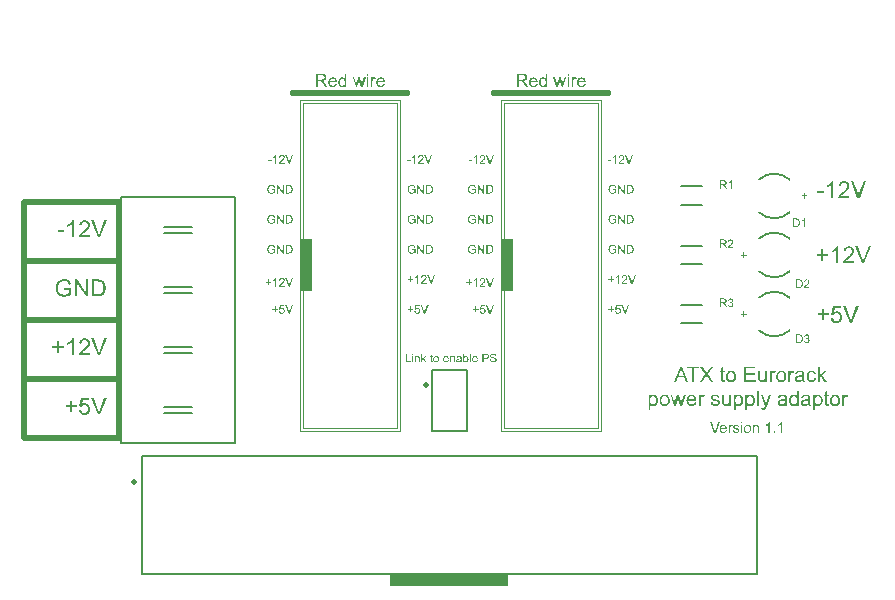
<source format=gto>
%FSLAX33Y33*%
%MOMM*%
%AMRR-H508000-W10160000-R152400-RO0.000*
21,1,9.8552,0.508,0.,0.,360*
21,1,10.16,0.2032,0.,0.,360*
1,1,0.3048,-4.9276,0.1016*
1,1,0.3048,4.9276,0.1016*
1,1,0.3048,4.9276,-0.1016*
1,1,0.3048,-4.9276,-0.1016*%
%ADD10C,0.1*%
%ADD11R,1.X4.5*%
%ADD12RR-H508000-W10160000-R152400-RO0.000*%
%ADD13C,0.15*%
%ADD14C,0.5*%
%ADD15R,10.X1.*%
D10*
%LNtop silkscreen_traces*%
%LNtop silkscreen component 41c15735770252ef*%
G01*
X24840Y13107D02*
X24840Y41107D01*
X33340Y41107*
X33340Y13107*
X24840Y13107*
X25090Y13357D02*
X25090Y40857D01*
X33090Y40857*
X33090Y13357*
X25090Y13357*
D11*
X25340Y27132D03*
D12*
X29090Y41712D03*
G36*
X26204Y42245D02*
X26204Y43336D01*
X26687Y43336D01*
X26756Y43334D01*
X26816Y43328D01*
X26867Y43319D01*
X26909Y43306D01*
X26945Y43289D01*
X26977Y43266D01*
X27006Y43237D01*
X27030Y43203D01*
X27050Y43164D01*
X27064Y43124D01*
X27073Y43082D01*
X27076Y43038D01*
X27071Y42982D01*
X27057Y42931D01*
X27033Y42884D01*
X27000Y42842D01*
X26958Y42806D01*
X26905Y42777D01*
X26842Y42756D01*
X26805Y42748D01*
X26782Y42866D01*
X26813Y42875D01*
X26839Y42886D01*
X26862Y42901D01*
X26882Y42919D01*
X26898Y42940D01*
X26910Y42963D01*
X26920Y42987D01*
X26925Y43012D01*
X26927Y43038D01*
X26923Y43075D01*
X26913Y43109D01*
X26895Y43139D01*
X26871Y43165D01*
X26838Y43187D01*
X26798Y43203D01*
X26750Y43212D01*
X26693Y43215D01*
X26348Y43215D01*
X26348Y42854D01*
X26348Y42854D01*
X26658Y42854D01*
X26705Y42856D01*
X26746Y42859D01*
X26782Y42866D01*
X26805Y42748D01*
X26768Y42741D01*
X26795Y42727D01*
X26819Y42714D01*
X26839Y42700D01*
X26855Y42687D01*
X26887Y42656D01*
X26917Y42622D01*
X26946Y42583D01*
X26975Y42542D01*
X27165Y42245D01*
X26983Y42245D01*
X26839Y42472D01*
X26809Y42518D01*
X26781Y42558D01*
X26757Y42593D01*
X26735Y42622D01*
X26715Y42646D01*
X26696Y42666D01*
X26678Y42683D01*
X26662Y42695D01*
X26645Y42705D01*
X26629Y42713D01*
X26612Y42719D01*
X26596Y42724D01*
X26581Y42726D01*
X26563Y42728D01*
X26541Y42729D01*
X26515Y42729D01*
X26348Y42729D01*
X26348Y42245D01*
X26204Y42245D01*
X26204Y42245D01*
X27826Y42499D02*
X27964Y42482D01*
X27944Y42425D01*
X27917Y42374D01*
X27884Y42331D01*
X27843Y42294D01*
X27796Y42265D01*
X27742Y42244D01*
X27682Y42231D01*
X27617Y42227D01*
X27534Y42234D01*
X27461Y42254D01*
X27397Y42287D01*
X27342Y42334D01*
X27297Y42392D01*
X27266Y42462D01*
X27246Y42542D01*
X27240Y42633D01*
X27247Y42727D01*
X27266Y42810D01*
X27298Y42882D01*
X27343Y42943D01*
X27398Y42991D01*
X27461Y43025D01*
X27531Y43046D01*
X27609Y43053D01*
X27620Y43052D01*
X27611Y42943D01*
X27566Y42939D01*
X27526Y42927D01*
X27489Y42908D01*
X27456Y42881D01*
X27428Y42848D01*
X27407Y42809D01*
X27393Y42765D01*
X27386Y42716D01*
X27386Y42716D01*
X27827Y42716D01*
X27821Y42763D01*
X27810Y42803D01*
X27795Y42837D01*
X27777Y42865D01*
X27742Y42899D01*
X27703Y42923D01*
X27659Y42938D01*
X27611Y42943D01*
X27620Y43052D01*
X27685Y43046D01*
X27753Y43026D01*
X27814Y42992D01*
X27868Y42945D01*
X27912Y42886D01*
X27944Y42815D01*
X27962Y42734D01*
X27969Y42641D01*
X27969Y42635D01*
X27968Y42627D01*
X27968Y42617D01*
X27968Y42606D01*
X27379Y42606D01*
X27386Y42544D01*
X27401Y42491D01*
X27423Y42445D01*
X27452Y42406D01*
X27487Y42376D01*
X27527Y42354D01*
X27570Y42341D01*
X27617Y42337D01*
X27653Y42339D01*
X27686Y42347D01*
X27716Y42359D01*
X27743Y42376D01*
X27768Y42398D01*
X27790Y42426D01*
X27809Y42460D01*
X27826Y42499D01*
X27826Y42499D01*
X28645Y42245D02*
X28645Y42345D01*
X28584Y42407D01*
X28586Y42409D01*
X28613Y42450D01*
X28632Y42500D01*
X28643Y42559D01*
X28647Y42628D01*
X28643Y42704D01*
X28632Y42769D01*
X28612Y42823D01*
X28585Y42866D01*
X28552Y42899D01*
X28515Y42923D01*
X28475Y42937D01*
X28431Y42942D01*
X28388Y42938D01*
X28349Y42924D01*
X28313Y42901D01*
X28282Y42869D01*
X28255Y42827D01*
X28237Y42775D01*
X28225Y42712D01*
X28222Y42639D01*
X28222Y42639D01*
X28226Y42568D01*
X28238Y42507D01*
X28258Y42455D01*
X28286Y42412D01*
X28319Y42379D01*
X28355Y42356D01*
X28395Y42342D01*
X28437Y42337D01*
X28479Y42342D01*
X28518Y42355D01*
X28554Y42377D01*
X28584Y42407D01*
X28645Y42345D01*
X28603Y42293D01*
X28552Y42256D01*
X28493Y42234D01*
X28424Y42227D01*
X28378Y42230D01*
X28333Y42240D01*
X28291Y42256D01*
X28250Y42279D01*
X28213Y42308D01*
X28180Y42341D01*
X28152Y42380D01*
X28128Y42425D01*
X28108Y42473D01*
X28095Y42525D01*
X28087Y42580D01*
X28084Y42639D01*
X28086Y42697D01*
X28094Y42752D01*
X28106Y42804D01*
X28123Y42854D01*
X28146Y42899D01*
X28173Y42939D01*
X28205Y42973D01*
X28242Y43002D01*
X28282Y43024D01*
X28325Y43040D01*
X28371Y43050D01*
X28418Y43053D01*
X28453Y43051D01*
X28486Y43045D01*
X28516Y43036D01*
X28545Y43023D01*
X28572Y43007D01*
X28596Y42988D01*
X28617Y42967D01*
X28636Y42944D01*
X28636Y43336D01*
X28769Y43336D01*
X28769Y42245D01*
X28645Y42245D01*
X28645Y42245D01*
X29549Y42245D02*
X29307Y43035D01*
X29446Y43035D01*
X29572Y42579D01*
X29618Y42409D01*
X29622Y42424D01*
X29630Y42456D01*
X29643Y42506D01*
X29659Y42572D01*
X29785Y43035D01*
X29923Y43035D01*
X30041Y42577D01*
X30081Y42426D01*
X30126Y42578D01*
X30261Y43035D01*
X30392Y43035D01*
X30145Y42245D01*
X30005Y42245D01*
X29880Y42718D01*
X29849Y42853D01*
X29689Y42245D01*
X29549Y42245D01*
X29549Y42245D01*
X30505Y42245D02*
X30505Y43035D01*
X30639Y43035D01*
X30639Y42245D01*
X30505Y42245D01*
X30505Y42245D01*
X30505Y43182D02*
X30505Y43336D01*
X30639Y43336D01*
X30639Y43182D01*
X30505Y43182D01*
X30505Y43182D01*
X30841Y42245D02*
X30841Y43035D01*
X30962Y43035D01*
X30962Y42915D01*
X30984Y42954D01*
X31006Y42985D01*
X31027Y43009D01*
X31047Y43026D01*
X31067Y43038D01*
X31088Y43046D01*
X31110Y43051D01*
X31133Y43053D01*
X31167Y43050D01*
X31201Y43042D01*
X31236Y43029D01*
X31270Y43010D01*
X31224Y42886D01*
X31200Y42898D01*
X31175Y42907D01*
X31151Y42913D01*
X31126Y42915D01*
X31105Y42913D01*
X31084Y42908D01*
X31065Y42900D01*
X31047Y42888D01*
X31031Y42874D01*
X31017Y42857D01*
X31006Y42837D01*
X30997Y42815D01*
X30987Y42778D01*
X30981Y42740D01*
X30976Y42700D01*
X30975Y42659D01*
X30975Y42245D01*
X30841Y42245D01*
X30841Y42245D01*
X31891Y42499D02*
X32029Y42482D01*
X32010Y42425D01*
X31983Y42374D01*
X31949Y42331D01*
X31908Y42294D01*
X31861Y42265D01*
X31807Y42244D01*
X31748Y42231D01*
X31682Y42227D01*
X31600Y42234D01*
X31526Y42254D01*
X31462Y42287D01*
X31407Y42334D01*
X31362Y42392D01*
X31331Y42462D01*
X31312Y42542D01*
X31305Y42633D01*
X31312Y42727D01*
X31331Y42810D01*
X31363Y42882D01*
X31408Y42943D01*
X31463Y42991D01*
X31526Y43025D01*
X31596Y43046D01*
X31674Y43053D01*
X31686Y43052D01*
X31676Y42943D01*
X31632Y42939D01*
X31591Y42927D01*
X31554Y42908D01*
X31521Y42881D01*
X31493Y42848D01*
X31472Y42809D01*
X31458Y42765D01*
X31451Y42716D01*
X31451Y42716D01*
X31892Y42716D01*
X31886Y42763D01*
X31875Y42803D01*
X31861Y42837D01*
X31842Y42865D01*
X31807Y42899D01*
X31768Y42923D01*
X31724Y42938D01*
X31676Y42943D01*
X31686Y43052D01*
X31750Y43046D01*
X31818Y43026D01*
X31880Y42992D01*
X31933Y42945D01*
X31977Y42886D01*
X32009Y42815D01*
X32028Y42734D01*
X32034Y42641D01*
X32034Y42635D01*
X32034Y42627D01*
X32033Y42617D01*
X32033Y42606D01*
X31444Y42606D01*
X31451Y42544D01*
X31466Y42491D01*
X31488Y42445D01*
X31517Y42406D01*
X31553Y42376D01*
X31592Y42354D01*
X31635Y42341D01*
X31683Y42337D01*
X31718Y42339D01*
X31751Y42347D01*
X31781Y42359D01*
X31808Y42376D01*
X31833Y42398D01*
X31855Y42426D01*
X31874Y42460D01*
X31891Y42499D01*
X31891Y42499D01*
X34155Y23160D02*
X34155Y23360D01*
X33957Y23360D01*
X33957Y23443D01*
X34155Y23443D01*
X34155Y23641D01*
X34239Y23641D01*
X34239Y23443D01*
X34437Y23443D01*
X34437Y23360D01*
X34239Y23360D01*
X34239Y23160D01*
X34155Y23160D01*
X34155Y23160D01*
X34536Y23233D02*
X34630Y23241D01*
X34637Y23209D01*
X34647Y23181D01*
X34661Y23158D01*
X34678Y23138D01*
X34698Y23123D01*
X34720Y23112D01*
X34744Y23106D01*
X34770Y23104D01*
X34801Y23107D01*
X34829Y23116D01*
X34855Y23131D01*
X34879Y23152D01*
X34898Y23179D01*
X34912Y23209D01*
X34921Y23243D01*
X34923Y23281D01*
X34921Y23318D01*
X34913Y23350D01*
X34899Y23378D01*
X34880Y23402D01*
X34857Y23421D01*
X34831Y23435D01*
X34801Y23443D01*
X34768Y23446D01*
X34747Y23445D01*
X34727Y23441D01*
X34708Y23435D01*
X34690Y23427D01*
X34674Y23416D01*
X34659Y23404D01*
X34646Y23391D01*
X34636Y23376D01*
X34552Y23387D01*
X34622Y23760D01*
X34984Y23760D01*
X34984Y23675D01*
X34694Y23675D01*
X34654Y23479D01*
X34688Y23499D01*
X34722Y23514D01*
X34756Y23522D01*
X34792Y23525D01*
X34838Y23521D01*
X34880Y23509D01*
X34918Y23488D01*
X34953Y23459D01*
X34981Y23424D01*
X35002Y23384D01*
X35014Y23339D01*
X35018Y23289D01*
X35015Y23242D01*
X35004Y23197D01*
X34986Y23156D01*
X34961Y23119D01*
X34922Y23080D01*
X34878Y23052D01*
X34827Y23036D01*
X34770Y23030D01*
X34722Y23034D01*
X34679Y23044D01*
X34641Y23062D01*
X34608Y23086D01*
X34580Y23116D01*
X34558Y23151D01*
X34544Y23190D01*
X34536Y23233D01*
X34536Y23233D01*
X35345Y23043D02*
X35063Y23770D01*
X35167Y23770D01*
X35356Y23242D01*
X35367Y23210D01*
X35377Y23180D01*
X35387Y23151D01*
X35395Y23123D01*
X35403Y23152D01*
X35413Y23182D01*
X35423Y23212D01*
X35434Y23242D01*
X35630Y23770D01*
X35729Y23770D01*
X35444Y23043D01*
X35345Y23043D01*
X35345Y23043D01*
X34155Y25700D02*
X34155Y25900D01*
X33957Y25900D01*
X33957Y25983D01*
X34155Y25983D01*
X34155Y26181D01*
X34239Y26181D01*
X34239Y25983D01*
X34437Y25983D01*
X34437Y25900D01*
X34239Y25900D01*
X34239Y25700D01*
X34155Y25700D01*
X34155Y25700D01*
X34872Y25583D02*
X34783Y25583D01*
X34783Y26152D01*
X34766Y26136D01*
X34746Y26121D01*
X34723Y26106D01*
X34698Y26090D01*
X34673Y26076D01*
X34649Y26063D01*
X34626Y26053D01*
X34604Y26044D01*
X34604Y26130D01*
X34641Y26149D01*
X34675Y26169D01*
X34706Y26192D01*
X34735Y26216D01*
X34761Y26241D01*
X34783Y26265D01*
X34801Y26289D01*
X34815Y26313D01*
X34872Y26313D01*
X34872Y25583D01*
X34872Y25583D01*
X35570Y25669D02*
X35570Y25583D01*
X35090Y25583D01*
X35090Y25599D01*
X35092Y25614D01*
X35095Y25630D01*
X35100Y25645D01*
X35111Y25669D01*
X35124Y25694D01*
X35140Y25718D01*
X35159Y25742D01*
X35181Y25766D01*
X35208Y25793D01*
X35240Y25821D01*
X35276Y25852D01*
X35330Y25898D01*
X35375Y25939D01*
X35410Y25975D01*
X35436Y26006D01*
X35454Y26034D01*
X35467Y26061D01*
X35475Y26087D01*
X35478Y26113D01*
X35475Y26139D01*
X35468Y26162D01*
X35456Y26183D01*
X35440Y26203D01*
X35419Y26219D01*
X35396Y26230D01*
X35370Y26237D01*
X35341Y26239D01*
X35310Y26237D01*
X35283Y26229D01*
X35258Y26217D01*
X35237Y26200D01*
X35220Y26179D01*
X35208Y26154D01*
X35201Y26126D01*
X35198Y26093D01*
X35106Y26103D01*
X35114Y26151D01*
X35129Y26193D01*
X35150Y26229D01*
X35177Y26259D01*
X35211Y26283D01*
X35249Y26300D01*
X35293Y26310D01*
X35343Y26313D01*
X35392Y26309D01*
X35436Y26299D01*
X35475Y26280D01*
X35508Y26255D01*
X35535Y26224D01*
X35554Y26190D01*
X35565Y26152D01*
X35569Y26111D01*
X35568Y26089D01*
X35565Y26068D01*
X35559Y26046D01*
X35551Y26025D01*
X35541Y26004D01*
X35528Y25982D01*
X35511Y25960D01*
X35492Y25937D01*
X35468Y25911D01*
X35437Y25881D01*
X35399Y25847D01*
X35354Y25809D01*
X35318Y25778D01*
X35288Y25752D01*
X35266Y25732D01*
X35251Y25717D01*
X35240Y25705D01*
X35230Y25693D01*
X35222Y25681D01*
X35214Y25669D01*
X35570Y25669D01*
X35570Y25669D01*
X35910Y25583D02*
X35628Y26310D01*
X35733Y26310D01*
X35922Y25782D01*
X35932Y25750D01*
X35942Y25720D01*
X35952Y25691D01*
X35960Y25663D01*
X35968Y25692D01*
X35978Y25722D01*
X35988Y25752D01*
X35999Y25782D01*
X36195Y26310D01*
X36294Y26310D01*
X36009Y25583D01*
X35910Y25583D01*
X35910Y25583D01*
X33933Y35961D02*
X33933Y36051D01*
X34207Y36051D01*
X34207Y35961D01*
X33933Y35961D01*
X33933Y35961D01*
X34617Y35743D02*
X34528Y35743D01*
X34528Y36312D01*
X34511Y36296D01*
X34491Y36281D01*
X34468Y36266D01*
X34443Y36250D01*
X34418Y36236D01*
X34394Y36223D01*
X34371Y36213D01*
X34349Y36204D01*
X34349Y36290D01*
X34386Y36309D01*
X34420Y36329D01*
X34451Y36352D01*
X34480Y36376D01*
X34506Y36401D01*
X34528Y36425D01*
X34546Y36449D01*
X34560Y36473D01*
X34617Y36473D01*
X34617Y35743D01*
X34617Y35743D01*
X35315Y35829D02*
X35315Y35743D01*
X34835Y35743D01*
X34835Y35759D01*
X34837Y35774D01*
X34840Y35790D01*
X34845Y35805D01*
X34856Y35829D01*
X34869Y35854D01*
X34885Y35878D01*
X34904Y35902D01*
X34926Y35926D01*
X34953Y35953D01*
X34985Y35981D01*
X35021Y36012D01*
X35075Y36058D01*
X35120Y36099D01*
X35155Y36135D01*
X35181Y36166D01*
X35199Y36194D01*
X35212Y36221D01*
X35220Y36247D01*
X35222Y36273D01*
X35220Y36299D01*
X35213Y36322D01*
X35201Y36343D01*
X35185Y36363D01*
X35164Y36379D01*
X35141Y36390D01*
X35115Y36397D01*
X35086Y36399D01*
X35055Y36397D01*
X35028Y36389D01*
X35003Y36377D01*
X34982Y36360D01*
X34965Y36339D01*
X34953Y36314D01*
X34946Y36286D01*
X34943Y36253D01*
X34851Y36263D01*
X34859Y36311D01*
X34874Y36353D01*
X34895Y36389D01*
X34922Y36419D01*
X34956Y36443D01*
X34994Y36460D01*
X35038Y36470D01*
X35088Y36473D01*
X35137Y36469D01*
X35181Y36459D01*
X35220Y36440D01*
X35253Y36415D01*
X35280Y36384D01*
X35299Y36350D01*
X35310Y36312D01*
X35314Y36271D01*
X35313Y36249D01*
X35310Y36228D01*
X35304Y36206D01*
X35296Y36185D01*
X35286Y36164D01*
X35273Y36142D01*
X35256Y36120D01*
X35237Y36097D01*
X35213Y36071D01*
X35182Y36041D01*
X35144Y36007D01*
X35099Y35969D01*
X35063Y35938D01*
X35033Y35912D01*
X35011Y35892D01*
X34996Y35877D01*
X34985Y35865D01*
X34975Y35853D01*
X34966Y35841D01*
X34959Y35829D01*
X35315Y35829D01*
X35315Y35829D01*
X35655Y35743D02*
X35373Y36470D01*
X35477Y36470D01*
X35666Y35942D01*
X35677Y35910D01*
X35687Y35880D01*
X35697Y35851D01*
X35705Y35823D01*
X35713Y35852D01*
X35723Y35882D01*
X35733Y35912D01*
X35744Y35942D01*
X35940Y36470D01*
X36039Y36470D01*
X35754Y35743D01*
X35655Y35743D01*
X35655Y35743D01*
X34319Y33488D02*
X34319Y33573D01*
X34627Y33574D01*
X34627Y33304D01*
X34591Y33277D01*
X34555Y33254D01*
X34518Y33235D01*
X34481Y33219D01*
X34443Y33206D01*
X34404Y33198D01*
X34365Y33192D01*
X34326Y33190D01*
X34274Y33193D01*
X34224Y33202D01*
X34176Y33216D01*
X34131Y33236D01*
X34090Y33262D01*
X34054Y33292D01*
X34024Y33328D01*
X33999Y33369D01*
X33980Y33414D01*
X33966Y33461D01*
X33957Y33511D01*
X33954Y33563D01*
X33957Y33615D01*
X33966Y33666D01*
X33979Y33714D01*
X33999Y33761D01*
X34024Y33804D01*
X34053Y33841D01*
X34087Y33873D01*
X34127Y33898D01*
X34170Y33917D01*
X34216Y33931D01*
X34266Y33940D01*
X34319Y33942D01*
X34357Y33941D01*
X34394Y33936D01*
X34428Y33928D01*
X34461Y33917D01*
X34491Y33903D01*
X34518Y33886D01*
X34541Y33867D01*
X34561Y33846D01*
X34578Y33821D01*
X34593Y33793D01*
X34606Y33762D01*
X34616Y33727D01*
X34529Y33703D01*
X34521Y33729D01*
X34511Y33752D01*
X34500Y33773D01*
X34489Y33790D01*
X34475Y33805D01*
X34459Y33819D01*
X34441Y33831D01*
X34419Y33841D01*
X34396Y33849D01*
X34372Y33855D01*
X34346Y33859D01*
X34319Y33860D01*
X34287Y33859D01*
X34258Y33855D01*
X34230Y33849D01*
X34205Y33840D01*
X34182Y33829D01*
X34162Y33817D01*
X34143Y33803D01*
X34127Y33787D01*
X34113Y33770D01*
X34101Y33753D01*
X34090Y33734D01*
X34081Y33715D01*
X34069Y33681D01*
X34061Y33645D01*
X34055Y33608D01*
X34054Y33569D01*
X34056Y33522D01*
X34062Y33480D01*
X34073Y33441D01*
X34087Y33406D01*
X34106Y33376D01*
X34128Y33349D01*
X34155Y33327D01*
X34185Y33309D01*
X34217Y33295D01*
X34251Y33285D01*
X34285Y33279D01*
X34321Y33277D01*
X34352Y33279D01*
X34382Y33283D01*
X34413Y33291D01*
X34443Y33301D01*
X34471Y33314D01*
X34495Y33326D01*
X34516Y33339D01*
X34533Y33353D01*
X34533Y33488D01*
X34319Y33488D01*
X34319Y33488D01*
X34768Y33203D02*
X34768Y33930D01*
X34867Y33930D01*
X35249Y33359D01*
X35249Y33930D01*
X35341Y33930D01*
X35341Y33203D01*
X35242Y33203D01*
X34860Y33774D01*
X34860Y33203D01*
X34768Y33203D01*
X34768Y33203D01*
X35503Y33203D02*
X35503Y33930D01*
X35752Y33930D01*
X35752Y33844D01*
X35599Y33844D01*
X35599Y33289D01*
X35599Y33289D01*
X35754Y33289D01*
X35788Y33289D01*
X35819Y33292D01*
X35845Y33296D01*
X35867Y33302D01*
X35887Y33309D01*
X35904Y33318D01*
X35919Y33328D01*
X35932Y33340D01*
X35949Y33358D01*
X35963Y33380D01*
X35975Y33404D01*
X35986Y33432D01*
X35994Y33462D01*
X36000Y33496D01*
X36004Y33532D01*
X36005Y33572D01*
X36003Y33626D01*
X35995Y33673D01*
X35984Y33713D01*
X35967Y33747D01*
X35948Y33775D01*
X35926Y33798D01*
X35902Y33816D01*
X35876Y33829D01*
X35854Y33836D01*
X35826Y33841D01*
X35792Y33843D01*
X35752Y33844D01*
X35752Y33930D01*
X35753Y33930D01*
X35793Y33929D01*
X35828Y33927D01*
X35858Y33924D01*
X35883Y33920D01*
X35913Y33911D01*
X35941Y33899D01*
X35966Y33885D01*
X35989Y33868D01*
X36016Y33842D01*
X36040Y33812D01*
X36059Y33779D01*
X36076Y33743D01*
X36088Y33704D01*
X36097Y33662D01*
X36102Y33618D01*
X36104Y33570D01*
X36103Y33530D01*
X36099Y33492D01*
X36093Y33457D01*
X36085Y33424D01*
X36074Y33393D01*
X36063Y33365D01*
X36050Y33340D01*
X36035Y33318D01*
X36020Y33298D01*
X36003Y33280D01*
X35987Y33265D01*
X35969Y33252D01*
X35950Y33240D01*
X35929Y33231D01*
X35907Y33222D01*
X35882Y33215D01*
X35856Y33210D01*
X35827Y33206D01*
X35797Y33204D01*
X35765Y33203D01*
X35503Y33203D01*
X35503Y33203D01*
X34319Y30948D02*
X34319Y31033D01*
X34627Y31034D01*
X34627Y30764D01*
X34591Y30737D01*
X34555Y30714D01*
X34518Y30695D01*
X34481Y30679D01*
X34443Y30666D01*
X34404Y30658D01*
X34365Y30652D01*
X34326Y30650D01*
X34274Y30653D01*
X34224Y30662D01*
X34176Y30676D01*
X34131Y30696D01*
X34090Y30722D01*
X34054Y30752D01*
X34024Y30788D01*
X33999Y30829D01*
X33980Y30874D01*
X33966Y30921D01*
X33957Y30971D01*
X33954Y31023D01*
X33957Y31075D01*
X33966Y31126D01*
X33979Y31174D01*
X33999Y31221D01*
X34024Y31264D01*
X34053Y31301D01*
X34087Y31333D01*
X34127Y31358D01*
X34170Y31377D01*
X34216Y31391D01*
X34266Y31400D01*
X34319Y31402D01*
X34357Y31401D01*
X34394Y31396D01*
X34428Y31388D01*
X34461Y31377D01*
X34491Y31363D01*
X34518Y31346D01*
X34541Y31327D01*
X34561Y31306D01*
X34578Y31281D01*
X34593Y31253D01*
X34606Y31222D01*
X34616Y31187D01*
X34529Y31163D01*
X34521Y31189D01*
X34511Y31212D01*
X34500Y31233D01*
X34489Y31250D01*
X34475Y31265D01*
X34459Y31279D01*
X34441Y31291D01*
X34419Y31301D01*
X34396Y31309D01*
X34372Y31315D01*
X34346Y31319D01*
X34319Y31320D01*
X34287Y31319D01*
X34258Y31315D01*
X34230Y31309D01*
X34205Y31300D01*
X34182Y31289D01*
X34162Y31277D01*
X34143Y31263D01*
X34127Y31247D01*
X34113Y31230D01*
X34101Y31213D01*
X34090Y31194D01*
X34081Y31175D01*
X34069Y31141D01*
X34061Y31105D01*
X34055Y31068D01*
X34054Y31029D01*
X34056Y30982D01*
X34062Y30940D01*
X34073Y30901D01*
X34087Y30866D01*
X34106Y30836D01*
X34128Y30809D01*
X34155Y30787D01*
X34185Y30769D01*
X34217Y30755D01*
X34251Y30745D01*
X34285Y30739D01*
X34321Y30737D01*
X34352Y30739D01*
X34382Y30743D01*
X34413Y30751D01*
X34443Y30761D01*
X34471Y30774D01*
X34495Y30786D01*
X34516Y30799D01*
X34533Y30813D01*
X34533Y30948D01*
X34319Y30948D01*
X34319Y30948D01*
X34768Y30663D02*
X34768Y31390D01*
X34867Y31390D01*
X35249Y30819D01*
X35249Y31390D01*
X35341Y31390D01*
X35341Y30663D01*
X35242Y30663D01*
X34860Y31234D01*
X34860Y30663D01*
X34768Y30663D01*
X34768Y30663D01*
X35503Y30663D02*
X35503Y31390D01*
X35752Y31390D01*
X35752Y31304D01*
X35599Y31304D01*
X35599Y30749D01*
X35599Y30749D01*
X35754Y30749D01*
X35788Y30749D01*
X35819Y30752D01*
X35845Y30756D01*
X35867Y30762D01*
X35887Y30769D01*
X35904Y30778D01*
X35919Y30788D01*
X35932Y30800D01*
X35949Y30818D01*
X35963Y30840D01*
X35975Y30864D01*
X35986Y30892D01*
X35994Y30922D01*
X36000Y30956D01*
X36004Y30992D01*
X36005Y31032D01*
X36003Y31086D01*
X35995Y31133D01*
X35984Y31173D01*
X35967Y31207D01*
X35948Y31235D01*
X35926Y31258D01*
X35902Y31276D01*
X35876Y31289D01*
X35854Y31296D01*
X35826Y31301D01*
X35792Y31303D01*
X35752Y31304D01*
X35752Y31390D01*
X35753Y31390D01*
X35793Y31389D01*
X35828Y31387D01*
X35858Y31384D01*
X35883Y31380D01*
X35913Y31371D01*
X35941Y31359D01*
X35966Y31345D01*
X35989Y31328D01*
X36016Y31302D01*
X36040Y31272D01*
X36059Y31239D01*
X36076Y31203D01*
X36088Y31164D01*
X36097Y31122D01*
X36102Y31078D01*
X36104Y31030D01*
X36103Y30990D01*
X36099Y30952D01*
X36093Y30917D01*
X36085Y30884D01*
X36074Y30853D01*
X36063Y30825D01*
X36050Y30800D01*
X36035Y30778D01*
X36020Y30758D01*
X36003Y30740D01*
X35987Y30725D01*
X35969Y30712D01*
X35950Y30700D01*
X35929Y30691D01*
X35907Y30682D01*
X35882Y30675D01*
X35856Y30670D01*
X35827Y30666D01*
X35797Y30664D01*
X35765Y30663D01*
X35503Y30663D01*
X35503Y30663D01*
X34319Y28408D02*
X34319Y28493D01*
X34627Y28494D01*
X34627Y28224D01*
X34591Y28197D01*
X34555Y28174D01*
X34518Y28155D01*
X34481Y28139D01*
X34443Y28126D01*
X34404Y28118D01*
X34365Y28112D01*
X34326Y28110D01*
X34274Y28113D01*
X34224Y28122D01*
X34176Y28136D01*
X34131Y28156D01*
X34090Y28182D01*
X34054Y28212D01*
X34024Y28248D01*
X33999Y28289D01*
X33980Y28334D01*
X33966Y28381D01*
X33957Y28431D01*
X33954Y28483D01*
X33957Y28535D01*
X33966Y28586D01*
X33979Y28634D01*
X33999Y28681D01*
X34024Y28724D01*
X34053Y28761D01*
X34087Y28793D01*
X34127Y28818D01*
X34170Y28837D01*
X34216Y28851D01*
X34266Y28860D01*
X34319Y28862D01*
X34357Y28861D01*
X34394Y28856D01*
X34428Y28848D01*
X34461Y28837D01*
X34491Y28823D01*
X34518Y28806D01*
X34541Y28787D01*
X34561Y28766D01*
X34578Y28741D01*
X34593Y28713D01*
X34606Y28682D01*
X34616Y28647D01*
X34529Y28623D01*
X34521Y28649D01*
X34511Y28672D01*
X34500Y28693D01*
X34489Y28710D01*
X34475Y28725D01*
X34459Y28739D01*
X34441Y28751D01*
X34419Y28761D01*
X34396Y28769D01*
X34372Y28775D01*
X34346Y28779D01*
X34319Y28780D01*
X34287Y28779D01*
X34258Y28775D01*
X34230Y28769D01*
X34205Y28760D01*
X34182Y28749D01*
X34162Y28737D01*
X34143Y28723D01*
X34127Y28707D01*
X34113Y28690D01*
X34101Y28673D01*
X34090Y28654D01*
X34081Y28635D01*
X34069Y28601D01*
X34061Y28565D01*
X34055Y28528D01*
X34054Y28489D01*
X34056Y28442D01*
X34062Y28400D01*
X34073Y28361D01*
X34087Y28326D01*
X34106Y28296D01*
X34128Y28269D01*
X34155Y28247D01*
X34185Y28229D01*
X34217Y28215D01*
X34251Y28205D01*
X34285Y28199D01*
X34321Y28197D01*
X34352Y28199D01*
X34382Y28203D01*
X34413Y28211D01*
X34443Y28221D01*
X34471Y28234D01*
X34495Y28246D01*
X34516Y28259D01*
X34533Y28273D01*
X34533Y28408D01*
X34319Y28408D01*
X34319Y28408D01*
X34768Y28123D02*
X34768Y28850D01*
X34867Y28850D01*
X35249Y28279D01*
X35249Y28850D01*
X35341Y28850D01*
X35341Y28123D01*
X35242Y28123D01*
X34860Y28694D01*
X34860Y28123D01*
X34768Y28123D01*
X34768Y28123D01*
X35503Y28123D02*
X35503Y28850D01*
X35752Y28850D01*
X35752Y28764D01*
X35599Y28764D01*
X35599Y28209D01*
X35599Y28209D01*
X35754Y28209D01*
X35788Y28209D01*
X35819Y28212D01*
X35845Y28216D01*
X35867Y28222D01*
X35887Y28229D01*
X35904Y28238D01*
X35919Y28248D01*
X35932Y28260D01*
X35949Y28278D01*
X35963Y28300D01*
X35975Y28324D01*
X35986Y28352D01*
X35994Y28382D01*
X36000Y28416D01*
X36004Y28452D01*
X36005Y28492D01*
X36003Y28546D01*
X35995Y28593D01*
X35984Y28633D01*
X35967Y28667D01*
X35948Y28695D01*
X35926Y28718D01*
X35902Y28736D01*
X35876Y28749D01*
X35854Y28756D01*
X35826Y28761D01*
X35792Y28763D01*
X35752Y28764D01*
X35752Y28850D01*
X35753Y28850D01*
X35793Y28849D01*
X35828Y28847D01*
X35858Y28844D01*
X35883Y28840D01*
X35913Y28831D01*
X35941Y28819D01*
X35966Y28805D01*
X35989Y28788D01*
X36016Y28762D01*
X36040Y28732D01*
X36059Y28699D01*
X36076Y28663D01*
X36088Y28624D01*
X36097Y28582D01*
X36102Y28538D01*
X36104Y28490D01*
X36103Y28450D01*
X36099Y28412D01*
X36093Y28377D01*
X36085Y28344D01*
X36074Y28313D01*
X36063Y28285D01*
X36050Y28260D01*
X36035Y28238D01*
X36020Y28218D01*
X36003Y28200D01*
X35987Y28185D01*
X35969Y28172D01*
X35950Y28160D01*
X35929Y28151D01*
X35907Y28142D01*
X35882Y28135D01*
X35856Y28130D01*
X35827Y28126D01*
X35797Y28124D01*
X35765Y28123D01*
X35503Y28123D01*
X35503Y28123D01*
X22134Y25446D02*
X22134Y25646D01*
X21936Y25646D01*
X21936Y25729D01*
X22134Y25729D01*
X22134Y25927D01*
X22218Y25927D01*
X22218Y25729D01*
X22416Y25729D01*
X22416Y25646D01*
X22218Y25646D01*
X22218Y25446D01*
X22134Y25446D01*
X22134Y25446D01*
X22851Y25329D02*
X22762Y25329D01*
X22762Y25898D01*
X22744Y25882D01*
X22725Y25867D01*
X22702Y25852D01*
X22677Y25836D01*
X22652Y25822D01*
X22628Y25809D01*
X22605Y25799D01*
X22583Y25790D01*
X22583Y25876D01*
X22620Y25895D01*
X22653Y25915D01*
X22685Y25938D01*
X22714Y25962D01*
X22740Y25987D01*
X22762Y26011D01*
X22780Y26035D01*
X22794Y26059D01*
X22851Y26059D01*
X22851Y25329D01*
X22851Y25329D01*
X23549Y25415D02*
X23549Y25329D01*
X23068Y25329D01*
X23069Y25345D01*
X23071Y25360D01*
X23074Y25376D01*
X23079Y25391D01*
X23089Y25415D01*
X23103Y25440D01*
X23119Y25464D01*
X23138Y25488D01*
X23160Y25512D01*
X23187Y25539D01*
X23219Y25567D01*
X23254Y25598D01*
X23309Y25644D01*
X23354Y25685D01*
X23389Y25721D01*
X23415Y25752D01*
X23433Y25780D01*
X23446Y25807D01*
X23454Y25833D01*
X23456Y25859D01*
X23454Y25885D01*
X23447Y25908D01*
X23435Y25929D01*
X23418Y25949D01*
X23398Y25965D01*
X23375Y25976D01*
X23349Y25983D01*
X23319Y25985D01*
X23289Y25983D01*
X23261Y25975D01*
X23237Y25963D01*
X23216Y25946D01*
X23199Y25925D01*
X23187Y25900D01*
X23180Y25872D01*
X23177Y25839D01*
X23085Y25849D01*
X23093Y25897D01*
X23108Y25939D01*
X23129Y25975D01*
X23156Y26005D01*
X23190Y26029D01*
X23228Y26046D01*
X23272Y26056D01*
X23321Y26059D01*
X23371Y26055D01*
X23415Y26045D01*
X23454Y26026D01*
X23487Y26001D01*
X23514Y25970D01*
X23533Y25936D01*
X23544Y25898D01*
X23548Y25857D01*
X23547Y25835D01*
X23544Y25814D01*
X23538Y25792D01*
X23530Y25771D01*
X23520Y25750D01*
X23507Y25728D01*
X23490Y25706D01*
X23471Y25683D01*
X23447Y25657D01*
X23416Y25627D01*
X23378Y25593D01*
X23333Y25555D01*
X23297Y25524D01*
X23267Y25498D01*
X23245Y25478D01*
X23230Y25463D01*
X23219Y25451D01*
X23209Y25439D01*
X23200Y25427D01*
X23192Y25415D01*
X23549Y25415D01*
X23549Y25415D01*
X23889Y25329D02*
X23607Y26056D01*
X23711Y26056D01*
X23900Y25528D01*
X23911Y25496D01*
X23921Y25466D01*
X23930Y25437D01*
X23939Y25409D01*
X23947Y25438D01*
X23957Y25468D01*
X23967Y25498D01*
X23978Y25528D01*
X24174Y26056D01*
X24272Y26056D01*
X23988Y25329D01*
X23889Y25329D01*
X23889Y25329D01*
X22699Y23160D02*
X22699Y23360D01*
X22501Y23360D01*
X22501Y23443D01*
X22699Y23443D01*
X22699Y23641D01*
X22783Y23641D01*
X22783Y23443D01*
X22981Y23443D01*
X22981Y23360D01*
X22783Y23360D01*
X22783Y23160D01*
X22699Y23160D01*
X22699Y23160D01*
X23080Y23233D02*
X23174Y23241D01*
X23181Y23209D01*
X23191Y23181D01*
X23205Y23158D01*
X23222Y23138D01*
X23242Y23123D01*
X23264Y23112D01*
X23288Y23106D01*
X23313Y23104D01*
X23344Y23107D01*
X23373Y23116D01*
X23399Y23131D01*
X23423Y23152D01*
X23442Y23179D01*
X23456Y23209D01*
X23464Y23243D01*
X23467Y23281D01*
X23465Y23318D01*
X23457Y23350D01*
X23443Y23378D01*
X23424Y23402D01*
X23401Y23421D01*
X23375Y23435D01*
X23345Y23443D01*
X23312Y23446D01*
X23291Y23445D01*
X23271Y23441D01*
X23252Y23435D01*
X23234Y23427D01*
X23218Y23416D01*
X23203Y23404D01*
X23190Y23391D01*
X23180Y23376D01*
X23096Y23387D01*
X23166Y23760D01*
X23528Y23760D01*
X23528Y23675D01*
X23238Y23675D01*
X23198Y23479D01*
X23232Y23499D01*
X23265Y23514D01*
X23300Y23522D01*
X23336Y23525D01*
X23382Y23521D01*
X23424Y23509D01*
X23462Y23488D01*
X23497Y23459D01*
X23525Y23424D01*
X23546Y23384D01*
X23558Y23339D01*
X23562Y23289D01*
X23558Y23242D01*
X23548Y23197D01*
X23530Y23156D01*
X23504Y23119D01*
X23466Y23080D01*
X23422Y23052D01*
X23371Y23036D01*
X23313Y23030D01*
X23266Y23034D01*
X23223Y23044D01*
X23185Y23062D01*
X23152Y23086D01*
X23124Y23116D01*
X23102Y23151D01*
X23088Y23190D01*
X23080Y23233D01*
X23080Y23233D01*
X23889Y23043D02*
X23607Y23770D01*
X23711Y23770D01*
X23900Y23242D01*
X23911Y23210D01*
X23921Y23180D01*
X23930Y23151D01*
X23939Y23123D01*
X23947Y23152D01*
X23957Y23182D01*
X23967Y23212D01*
X23978Y23242D01*
X24174Y23770D01*
X24272Y23770D01*
X23988Y23043D01*
X23889Y23043D01*
X23889Y23043D01*
X22441Y28408D02*
X22441Y28493D01*
X22749Y28494D01*
X22749Y28224D01*
X22714Y28197D01*
X22677Y28174D01*
X22640Y28155D01*
X22603Y28139D01*
X22565Y28126D01*
X22527Y28118D01*
X22488Y28112D01*
X22448Y28110D01*
X22396Y28113D01*
X22346Y28122D01*
X22299Y28136D01*
X22254Y28156D01*
X22212Y28182D01*
X22177Y28212D01*
X22146Y28248D01*
X22121Y28289D01*
X22102Y28334D01*
X22088Y28381D01*
X22080Y28431D01*
X22077Y28483D01*
X22079Y28535D01*
X22088Y28586D01*
X22102Y28634D01*
X22121Y28681D01*
X22146Y28724D01*
X22175Y28761D01*
X22210Y28793D01*
X22249Y28818D01*
X22292Y28837D01*
X22339Y28851D01*
X22388Y28860D01*
X22441Y28862D01*
X22479Y28861D01*
X22516Y28856D01*
X22551Y28848D01*
X22583Y28837D01*
X22614Y28823D01*
X22640Y28806D01*
X22664Y28787D01*
X22683Y28766D01*
X22700Y28741D01*
X22715Y28713D01*
X22728Y28682D01*
X22739Y28647D01*
X22652Y28623D01*
X22643Y28649D01*
X22633Y28672D01*
X22623Y28693D01*
X22611Y28710D01*
X22598Y28725D01*
X22581Y28739D01*
X22563Y28751D01*
X22542Y28761D01*
X22518Y28769D01*
X22494Y28775D01*
X22468Y28779D01*
X22441Y28780D01*
X22409Y28779D01*
X22380Y28775D01*
X22352Y28769D01*
X22327Y28760D01*
X22304Y28749D01*
X22284Y28737D01*
X22266Y28723D01*
X22250Y28707D01*
X22236Y28690D01*
X22223Y28673D01*
X22213Y28654D01*
X22204Y28635D01*
X22192Y28601D01*
X22183Y28565D01*
X22178Y28528D01*
X22176Y28489D01*
X22178Y28442D01*
X22184Y28400D01*
X22195Y28361D01*
X22209Y28326D01*
X22228Y28296D01*
X22251Y28269D01*
X22277Y28247D01*
X22307Y28229D01*
X22339Y28215D01*
X22373Y28205D01*
X22407Y28199D01*
X22443Y28197D01*
X22474Y28199D01*
X22505Y28203D01*
X22535Y28211D01*
X22565Y28221D01*
X22593Y28234D01*
X22617Y28246D01*
X22638Y28259D01*
X22655Y28273D01*
X22655Y28408D01*
X22441Y28408D01*
X22441Y28408D01*
X22890Y28123D02*
X22890Y28850D01*
X22989Y28850D01*
X23371Y28279D01*
X23371Y28850D01*
X23463Y28850D01*
X23463Y28123D01*
X23365Y28123D01*
X22983Y28694D01*
X22983Y28123D01*
X22890Y28123D01*
X22890Y28123D01*
X23625Y28123D02*
X23625Y28850D01*
X23874Y28850D01*
X23874Y28764D01*
X23721Y28764D01*
X23721Y28209D01*
X23721Y28209D01*
X23877Y28209D01*
X23911Y28209D01*
X23941Y28212D01*
X23967Y28216D01*
X23989Y28222D01*
X24009Y28229D01*
X24026Y28238D01*
X24041Y28248D01*
X24055Y28260D01*
X24071Y28278D01*
X24085Y28300D01*
X24098Y28324D01*
X24108Y28352D01*
X24116Y28382D01*
X24122Y28416D01*
X24126Y28452D01*
X24127Y28492D01*
X24125Y28546D01*
X24118Y28593D01*
X24106Y28633D01*
X24090Y28667D01*
X24070Y28695D01*
X24048Y28718D01*
X24024Y28736D01*
X23999Y28749D01*
X23976Y28756D01*
X23948Y28761D01*
X23914Y28763D01*
X23874Y28764D01*
X23874Y28850D01*
X23876Y28850D01*
X23915Y28849D01*
X23950Y28847D01*
X23980Y28844D01*
X24005Y28840D01*
X24035Y28831D01*
X24063Y28819D01*
X24088Y28805D01*
X24112Y28788D01*
X24139Y28762D01*
X24162Y28732D01*
X24182Y28699D01*
X24198Y28663D01*
X24210Y28624D01*
X24219Y28582D01*
X24225Y28538D01*
X24226Y28490D01*
X24225Y28450D01*
X24221Y28412D01*
X24215Y28377D01*
X24207Y28344D01*
X24197Y28313D01*
X24185Y28285D01*
X24172Y28260D01*
X24157Y28238D01*
X24142Y28218D01*
X24126Y28200D01*
X24109Y28185D01*
X24091Y28172D01*
X24072Y28160D01*
X24051Y28151D01*
X24029Y28142D01*
X24004Y28135D01*
X23978Y28130D01*
X23950Y28126D01*
X23920Y28124D01*
X23887Y28123D01*
X23625Y28123D01*
X23625Y28123D01*
X22441Y30948D02*
X22441Y31033D01*
X22749Y31034D01*
X22749Y30764D01*
X22714Y30737D01*
X22677Y30714D01*
X22640Y30695D01*
X22603Y30679D01*
X22565Y30666D01*
X22527Y30658D01*
X22488Y30652D01*
X22448Y30650D01*
X22396Y30653D01*
X22346Y30662D01*
X22299Y30676D01*
X22254Y30696D01*
X22212Y30722D01*
X22177Y30752D01*
X22146Y30788D01*
X22121Y30829D01*
X22102Y30874D01*
X22088Y30921D01*
X22080Y30971D01*
X22077Y31023D01*
X22079Y31075D01*
X22088Y31126D01*
X22102Y31174D01*
X22121Y31221D01*
X22146Y31264D01*
X22175Y31301D01*
X22210Y31333D01*
X22249Y31358D01*
X22292Y31377D01*
X22339Y31391D01*
X22388Y31400D01*
X22441Y31402D01*
X22479Y31401D01*
X22516Y31396D01*
X22551Y31388D01*
X22583Y31377D01*
X22614Y31363D01*
X22640Y31346D01*
X22664Y31327D01*
X22683Y31306D01*
X22700Y31281D01*
X22715Y31253D01*
X22728Y31222D01*
X22739Y31187D01*
X22652Y31163D01*
X22643Y31189D01*
X22633Y31212D01*
X22623Y31233D01*
X22611Y31250D01*
X22598Y31265D01*
X22581Y31279D01*
X22563Y31291D01*
X22542Y31301D01*
X22518Y31309D01*
X22494Y31315D01*
X22468Y31319D01*
X22441Y31320D01*
X22409Y31319D01*
X22380Y31315D01*
X22352Y31309D01*
X22327Y31300D01*
X22304Y31289D01*
X22284Y31277D01*
X22266Y31263D01*
X22250Y31247D01*
X22236Y31230D01*
X22223Y31213D01*
X22213Y31194D01*
X22204Y31175D01*
X22192Y31141D01*
X22183Y31105D01*
X22178Y31068D01*
X22176Y31029D01*
X22178Y30982D01*
X22184Y30940D01*
X22195Y30901D01*
X22209Y30866D01*
X22228Y30836D01*
X22251Y30809D01*
X22277Y30787D01*
X22307Y30769D01*
X22339Y30755D01*
X22373Y30745D01*
X22407Y30739D01*
X22443Y30737D01*
X22474Y30739D01*
X22505Y30743D01*
X22535Y30751D01*
X22565Y30761D01*
X22593Y30774D01*
X22617Y30786D01*
X22638Y30799D01*
X22655Y30813D01*
X22655Y30948D01*
X22441Y30948D01*
X22441Y30948D01*
X22890Y30663D02*
X22890Y31390D01*
X22989Y31390D01*
X23371Y30819D01*
X23371Y31390D01*
X23463Y31390D01*
X23463Y30663D01*
X23365Y30663D01*
X22983Y31234D01*
X22983Y30663D01*
X22890Y30663D01*
X22890Y30663D01*
X23625Y30663D02*
X23625Y31390D01*
X23874Y31390D01*
X23874Y31304D01*
X23721Y31304D01*
X23721Y30749D01*
X23721Y30749D01*
X23877Y30749D01*
X23911Y30749D01*
X23941Y30752D01*
X23967Y30756D01*
X23989Y30762D01*
X24009Y30769D01*
X24026Y30778D01*
X24041Y30788D01*
X24055Y30800D01*
X24071Y30818D01*
X24085Y30840D01*
X24098Y30864D01*
X24108Y30892D01*
X24116Y30922D01*
X24122Y30956D01*
X24126Y30992D01*
X24127Y31032D01*
X24125Y31086D01*
X24118Y31133D01*
X24106Y31173D01*
X24090Y31207D01*
X24070Y31235D01*
X24048Y31258D01*
X24024Y31276D01*
X23999Y31289D01*
X23976Y31296D01*
X23948Y31301D01*
X23914Y31303D01*
X23874Y31304D01*
X23874Y31390D01*
X23876Y31390D01*
X23915Y31389D01*
X23950Y31387D01*
X23980Y31384D01*
X24005Y31380D01*
X24035Y31371D01*
X24063Y31359D01*
X24088Y31345D01*
X24112Y31328D01*
X24139Y31302D01*
X24162Y31272D01*
X24182Y31239D01*
X24198Y31203D01*
X24210Y31164D01*
X24219Y31122D01*
X24225Y31078D01*
X24226Y31030D01*
X24225Y30990D01*
X24221Y30952D01*
X24215Y30917D01*
X24207Y30884D01*
X24197Y30853D01*
X24185Y30825D01*
X24172Y30800D01*
X24157Y30778D01*
X24142Y30758D01*
X24126Y30740D01*
X24109Y30725D01*
X24091Y30712D01*
X24072Y30700D01*
X24051Y30691D01*
X24029Y30682D01*
X24004Y30675D01*
X23978Y30670D01*
X23950Y30666D01*
X23920Y30664D01*
X23887Y30663D01*
X23625Y30663D01*
X23625Y30663D01*
X22441Y33488D02*
X22441Y33573D01*
X22749Y33574D01*
X22749Y33304D01*
X22714Y33277D01*
X22677Y33254D01*
X22640Y33235D01*
X22603Y33219D01*
X22565Y33206D01*
X22527Y33198D01*
X22488Y33192D01*
X22448Y33190D01*
X22396Y33193D01*
X22346Y33202D01*
X22299Y33216D01*
X22254Y33236D01*
X22212Y33262D01*
X22177Y33292D01*
X22146Y33328D01*
X22121Y33369D01*
X22102Y33414D01*
X22088Y33461D01*
X22080Y33511D01*
X22077Y33563D01*
X22079Y33615D01*
X22088Y33666D01*
X22102Y33714D01*
X22121Y33761D01*
X22146Y33804D01*
X22175Y33841D01*
X22210Y33873D01*
X22249Y33898D01*
X22292Y33917D01*
X22339Y33931D01*
X22388Y33940D01*
X22441Y33942D01*
X22479Y33941D01*
X22516Y33936D01*
X22551Y33928D01*
X22583Y33917D01*
X22614Y33903D01*
X22640Y33886D01*
X22664Y33867D01*
X22683Y33846D01*
X22700Y33821D01*
X22715Y33793D01*
X22728Y33762D01*
X22739Y33727D01*
X22652Y33703D01*
X22643Y33729D01*
X22633Y33752D01*
X22623Y33773D01*
X22611Y33790D01*
X22598Y33805D01*
X22581Y33819D01*
X22563Y33831D01*
X22542Y33841D01*
X22518Y33849D01*
X22494Y33855D01*
X22468Y33859D01*
X22441Y33860D01*
X22409Y33859D01*
X22380Y33855D01*
X22352Y33849D01*
X22327Y33840D01*
X22304Y33829D01*
X22284Y33817D01*
X22266Y33803D01*
X22250Y33787D01*
X22236Y33770D01*
X22223Y33753D01*
X22213Y33734D01*
X22204Y33715D01*
X22192Y33681D01*
X22183Y33645D01*
X22178Y33608D01*
X22176Y33569D01*
X22178Y33522D01*
X22184Y33480D01*
X22195Y33441D01*
X22209Y33406D01*
X22228Y33376D01*
X22251Y33349D01*
X22277Y33327D01*
X22307Y33309D01*
X22339Y33295D01*
X22373Y33285D01*
X22407Y33279D01*
X22443Y33277D01*
X22474Y33279D01*
X22505Y33283D01*
X22535Y33291D01*
X22565Y33301D01*
X22593Y33314D01*
X22617Y33326D01*
X22638Y33339D01*
X22655Y33353D01*
X22655Y33488D01*
X22441Y33488D01*
X22441Y33488D01*
X22890Y33203D02*
X22890Y33930D01*
X22989Y33930D01*
X23371Y33359D01*
X23371Y33930D01*
X23463Y33930D01*
X23463Y33203D01*
X23365Y33203D01*
X22983Y33774D01*
X22983Y33203D01*
X22890Y33203D01*
X22890Y33203D01*
X23625Y33203D02*
X23625Y33930D01*
X23874Y33930D01*
X23874Y33844D01*
X23721Y33844D01*
X23721Y33289D01*
X23721Y33289D01*
X23877Y33289D01*
X23911Y33289D01*
X23941Y33292D01*
X23967Y33296D01*
X23989Y33302D01*
X24009Y33309D01*
X24026Y33318D01*
X24041Y33328D01*
X24055Y33340D01*
X24071Y33358D01*
X24085Y33380D01*
X24098Y33404D01*
X24108Y33432D01*
X24116Y33462D01*
X24122Y33496D01*
X24126Y33532D01*
X24127Y33572D01*
X24125Y33626D01*
X24118Y33673D01*
X24106Y33713D01*
X24090Y33747D01*
X24070Y33775D01*
X24048Y33798D01*
X24024Y33816D01*
X23999Y33829D01*
X23976Y33836D01*
X23948Y33841D01*
X23914Y33843D01*
X23874Y33844D01*
X23874Y33930D01*
X23876Y33930D01*
X23915Y33929D01*
X23950Y33927D01*
X23980Y33924D01*
X24005Y33920D01*
X24035Y33911D01*
X24063Y33899D01*
X24088Y33885D01*
X24112Y33868D01*
X24139Y33842D01*
X24162Y33812D01*
X24182Y33779D01*
X24198Y33743D01*
X24210Y33704D01*
X24219Y33662D01*
X24225Y33618D01*
X24226Y33570D01*
X24225Y33530D01*
X24221Y33492D01*
X24215Y33457D01*
X24207Y33424D01*
X24197Y33393D01*
X24185Y33365D01*
X24172Y33340D01*
X24157Y33318D01*
X24142Y33298D01*
X24126Y33280D01*
X24109Y33265D01*
X24091Y33252D01*
X24072Y33240D01*
X24051Y33231D01*
X24029Y33222D01*
X24004Y33215D01*
X23978Y33210D01*
X23950Y33206D01*
X23920Y33204D01*
X23887Y33203D01*
X23625Y33203D01*
X23625Y33203D01*
X22167Y35961D02*
X22167Y36051D01*
X22441Y36051D01*
X22441Y35961D01*
X22167Y35961D01*
X22167Y35961D01*
X22851Y35743D02*
X22762Y35743D01*
X22762Y36312D01*
X22744Y36296D01*
X22725Y36281D01*
X22702Y36266D01*
X22677Y36250D01*
X22652Y36236D01*
X22628Y36223D01*
X22605Y36213D01*
X22583Y36204D01*
X22583Y36290D01*
X22620Y36309D01*
X22653Y36329D01*
X22685Y36352D01*
X22714Y36376D01*
X22740Y36401D01*
X22762Y36425D01*
X22780Y36449D01*
X22794Y36473D01*
X22851Y36473D01*
X22851Y35743D01*
X22851Y35743D01*
X23549Y35829D02*
X23549Y35743D01*
X23068Y35743D01*
X23069Y35759D01*
X23071Y35774D01*
X23074Y35790D01*
X23079Y35805D01*
X23089Y35829D01*
X23103Y35854D01*
X23119Y35878D01*
X23138Y35902D01*
X23160Y35926D01*
X23187Y35953D01*
X23219Y35981D01*
X23254Y36012D01*
X23309Y36058D01*
X23354Y36099D01*
X23389Y36135D01*
X23415Y36166D01*
X23433Y36194D01*
X23446Y36221D01*
X23454Y36247D01*
X23456Y36273D01*
X23454Y36299D01*
X23447Y36322D01*
X23435Y36343D01*
X23418Y36363D01*
X23398Y36379D01*
X23375Y36390D01*
X23349Y36397D01*
X23319Y36399D01*
X23289Y36397D01*
X23261Y36389D01*
X23237Y36377D01*
X23216Y36360D01*
X23199Y36339D01*
X23187Y36314D01*
X23180Y36286D01*
X23177Y36253D01*
X23085Y36263D01*
X23093Y36311D01*
X23108Y36353D01*
X23129Y36389D01*
X23156Y36419D01*
X23190Y36443D01*
X23228Y36460D01*
X23272Y36470D01*
X23321Y36473D01*
X23371Y36469D01*
X23415Y36459D01*
X23454Y36440D01*
X23487Y36415D01*
X23514Y36384D01*
X23533Y36350D01*
X23544Y36312D01*
X23548Y36271D01*
X23547Y36249D01*
X23544Y36228D01*
X23538Y36206D01*
X23530Y36185D01*
X23520Y36164D01*
X23507Y36142D01*
X23490Y36120D01*
X23471Y36097D01*
X23447Y36071D01*
X23416Y36041D01*
X23378Y36007D01*
X23333Y35969D01*
X23297Y35938D01*
X23267Y35912D01*
X23245Y35892D01*
X23230Y35877D01*
X23219Y35865D01*
X23209Y35853D01*
X23200Y35841D01*
X23192Y35829D01*
X23549Y35829D01*
X23549Y35829D01*
X23889Y35743D02*
X23607Y36470D01*
X23711Y36470D01*
X23900Y35942D01*
X23911Y35910D01*
X23921Y35880D01*
X23930Y35851D01*
X23939Y35823D01*
X23947Y35852D01*
X23957Y35882D01*
X23967Y35912D01*
X23978Y35942D01*
X24174Y36470D01*
X24272Y36470D01*
X23988Y35743D01*
X23889Y35743D01*
X23889Y35743D01*
G37*
%LNtop silkscreen component 8aa9dbe17b2694dd*%
D13*
X9700Y12075D02*
X9700Y32925D01*
X19300Y32925*
X19300Y12075*
X9700Y12075*
D14*
X1500Y27500D02*
X1500Y32500D01*
X9500Y32500*
X9500Y27500*
X1500Y27500*
X1500Y22500D02*
X1500Y27500D01*
X9500Y27500*
X9500Y22500*
X1500Y22500*
X1500Y12500D02*
X1500Y17500D01*
X9500Y17500*
X9500Y12500*
X1500Y12500*
X1500Y17500D02*
X1500Y22500D01*
X9500Y22500*
X9500Y17500*
X1500Y17500*
G36*
X4339Y29930D02*
X4339Y30106D01*
X4879Y30106D01*
X4879Y29930D01*
X4339Y29930D01*
X4339Y29930D01*
X5686Y29500D02*
X5511Y29500D01*
X5511Y30620D01*
X5476Y30590D01*
X5437Y30560D01*
X5393Y30529D01*
X5344Y30499D01*
X5294Y30471D01*
X5246Y30446D01*
X5201Y30425D01*
X5159Y30408D01*
X5159Y30578D01*
X5231Y30615D01*
X5297Y30655D01*
X5359Y30699D01*
X5417Y30746D01*
X5468Y30795D01*
X5511Y30843D01*
X5546Y30891D01*
X5573Y30938D01*
X5686Y30938D01*
X5686Y29500D01*
X5686Y29500D01*
X7061Y29669D02*
X7061Y29500D01*
X6114Y29500D01*
X6115Y29531D01*
X6118Y29562D01*
X6125Y29592D01*
X6135Y29622D01*
X6156Y29670D01*
X6182Y29718D01*
X6213Y29765D01*
X6250Y29813D01*
X6295Y29861D01*
X6348Y29914D01*
X6410Y29970D01*
X6480Y30029D01*
X6588Y30120D01*
X6676Y30201D01*
X6745Y30272D01*
X6796Y30333D01*
X6832Y30388D01*
X6857Y30441D01*
X6873Y30493D01*
X6878Y30544D01*
X6873Y30594D01*
X6859Y30640D01*
X6836Y30682D01*
X6803Y30720D01*
X6763Y30752D01*
X6717Y30774D01*
X6666Y30788D01*
X6608Y30792D01*
X6548Y30787D01*
X6494Y30773D01*
X6446Y30749D01*
X6405Y30716D01*
X6372Y30674D01*
X6348Y30625D01*
X6333Y30569D01*
X6328Y30505D01*
X6147Y30523D01*
X6163Y30619D01*
X6192Y30702D01*
X6233Y30773D01*
X6287Y30832D01*
X6353Y30878D01*
X6429Y30911D01*
X6515Y30931D01*
X6612Y30938D01*
X6710Y30930D01*
X6797Y30909D01*
X6873Y30873D01*
X6938Y30823D01*
X6991Y30763D01*
X7029Y30695D01*
X7051Y30621D01*
X7059Y30540D01*
X7056Y30497D01*
X7050Y30455D01*
X7039Y30413D01*
X7023Y30371D01*
X7003Y30329D01*
X6977Y30286D01*
X6945Y30242D01*
X6907Y30196D01*
X6859Y30146D01*
X6798Y30087D01*
X6724Y30020D01*
X6636Y29944D01*
X6564Y29883D01*
X6506Y29833D01*
X6462Y29793D01*
X6433Y29764D01*
X6411Y29740D01*
X6392Y29717D01*
X6374Y29693D01*
X6358Y29669D01*
X7061Y29669D01*
X7061Y29669D01*
X7729Y29500D02*
X7175Y30932D01*
X7380Y30932D01*
X7752Y29892D01*
X7773Y29830D01*
X7793Y29771D01*
X7811Y29713D01*
X7827Y29657D01*
X7844Y29716D01*
X7863Y29774D01*
X7883Y29833D01*
X7904Y29892D01*
X8291Y30932D01*
X8484Y30932D01*
X7924Y29500D01*
X7729Y29500D01*
X7729Y29500D01*
X4880Y25062D02*
X4880Y25229D01*
X5486Y25230D01*
X5486Y24699D01*
X5416Y24647D01*
X5344Y24602D01*
X5272Y24563D01*
X5198Y24532D01*
X5123Y24507D01*
X5048Y24490D01*
X4971Y24479D01*
X4893Y24476D01*
X4790Y24481D01*
X4692Y24498D01*
X4599Y24526D01*
X4510Y24566D01*
X4429Y24616D01*
X4359Y24676D01*
X4299Y24747D01*
X4250Y24827D01*
X4211Y24915D01*
X4184Y25008D01*
X4168Y25106D01*
X4162Y25209D01*
X4167Y25312D01*
X4184Y25411D01*
X4211Y25507D01*
X4249Y25599D01*
X4298Y25684D01*
X4356Y25757D01*
X4424Y25818D01*
X4501Y25868D01*
X4586Y25907D01*
X4677Y25934D01*
X4775Y25951D01*
X4879Y25956D01*
X4955Y25953D01*
X5027Y25943D01*
X5095Y25928D01*
X5160Y25906D01*
X5219Y25878D01*
X5272Y25846D01*
X5317Y25808D01*
X5356Y25766D01*
X5390Y25717D01*
X5419Y25662D01*
X5444Y25600D01*
X5465Y25531D01*
X5294Y25484D01*
X5277Y25536D01*
X5258Y25582D01*
X5237Y25622D01*
X5214Y25656D01*
X5187Y25686D01*
X5156Y25713D01*
X5119Y25736D01*
X5077Y25756D01*
X5031Y25773D01*
X4983Y25785D01*
X4933Y25792D01*
X4880Y25794D01*
X4817Y25791D01*
X4759Y25784D01*
X4705Y25772D01*
X4655Y25754D01*
X4610Y25733D01*
X4570Y25709D01*
X4534Y25681D01*
X4502Y25650D01*
X4475Y25617D01*
X4451Y25583D01*
X4430Y25547D01*
X4412Y25509D01*
X4388Y25441D01*
X4371Y25370D01*
X4361Y25297D01*
X4357Y25221D01*
X4361Y25129D01*
X4374Y25045D01*
X4394Y24969D01*
X4423Y24900D01*
X4460Y24840D01*
X4504Y24788D01*
X4556Y24744D01*
X4615Y24709D01*
X4679Y24682D01*
X4745Y24662D01*
X4813Y24650D01*
X4883Y24646D01*
X4944Y24649D01*
X5004Y24658D01*
X5064Y24673D01*
X5123Y24694D01*
X5178Y24718D01*
X5226Y24743D01*
X5267Y24768D01*
X5301Y24795D01*
X5301Y25062D01*
X4880Y25062D01*
X4880Y25062D01*
X5764Y24500D02*
X5764Y25932D01*
X5958Y25932D01*
X6710Y24808D01*
X6710Y25932D01*
X6892Y25932D01*
X6892Y24500D01*
X6697Y24500D01*
X5945Y25625D01*
X5945Y24500D01*
X5764Y24500D01*
X5764Y24500D01*
X7210Y24500D02*
X7210Y25932D01*
X7700Y25932D01*
X7700Y25763D01*
X7399Y25763D01*
X7399Y24669D01*
X7399Y24669D01*
X7705Y24669D01*
X7772Y24671D01*
X7831Y24676D01*
X7883Y24684D01*
X7927Y24695D01*
X7965Y24710D01*
X8000Y24727D01*
X8030Y24747D01*
X8056Y24770D01*
X8087Y24806D01*
X8116Y24849D01*
X8140Y24897D01*
X8161Y24951D01*
X8177Y25011D01*
X8189Y25077D01*
X8196Y25149D01*
X8198Y25227D01*
X8194Y25332D01*
X8180Y25425D01*
X8157Y25505D01*
X8124Y25572D01*
X8086Y25627D01*
X8043Y25672D01*
X7996Y25708D01*
X7945Y25733D01*
X7901Y25746D01*
X7846Y25755D01*
X7779Y25761D01*
X7700Y25763D01*
X7700Y25932D01*
X7703Y25932D01*
X7782Y25930D01*
X7850Y25927D01*
X7909Y25920D01*
X7958Y25911D01*
X8017Y25894D01*
X8072Y25871D01*
X8122Y25843D01*
X8168Y25809D01*
X8221Y25757D01*
X8267Y25700D01*
X8306Y25635D01*
X8337Y25564D01*
X8362Y25487D01*
X8380Y25404D01*
X8390Y25317D01*
X8394Y25224D01*
X8391Y25144D01*
X8384Y25070D01*
X8372Y25000D01*
X8355Y24935D01*
X8335Y24874D01*
X8312Y24819D01*
X8286Y24770D01*
X8258Y24726D01*
X8227Y24687D01*
X8195Y24652D01*
X8162Y24622D01*
X8127Y24596D01*
X8090Y24574D01*
X8049Y24555D01*
X8005Y24538D01*
X7957Y24524D01*
X7905Y24514D01*
X7849Y24506D01*
X7790Y24502D01*
X7727Y24500D01*
X7210Y24500D01*
X7210Y24500D01*
X4274Y19731D02*
X4274Y20124D01*
X3885Y20124D01*
X3885Y20288D01*
X4274Y20288D01*
X4274Y20678D01*
X4440Y20678D01*
X4440Y20288D01*
X4830Y20288D01*
X4830Y20124D01*
X4440Y20124D01*
X4440Y19731D01*
X4274Y19731D01*
X4274Y19731D01*
X5686Y19500D02*
X5511Y19500D01*
X5511Y20620D01*
X5476Y20590D01*
X5437Y20560D01*
X5393Y20529D01*
X5344Y20499D01*
X5294Y20471D01*
X5246Y20446D01*
X5201Y20425D01*
X5159Y20408D01*
X5159Y20578D01*
X5231Y20615D01*
X5297Y20655D01*
X5359Y20699D01*
X5417Y20746D01*
X5468Y20795D01*
X5511Y20843D01*
X5546Y20891D01*
X5573Y20938D01*
X5686Y20938D01*
X5686Y19500D01*
X5686Y19500D01*
X7061Y19669D02*
X7061Y19500D01*
X6114Y19500D01*
X6115Y19531D01*
X6118Y19562D01*
X6125Y19592D01*
X6135Y19622D01*
X6156Y19670D01*
X6182Y19718D01*
X6213Y19765D01*
X6250Y19813D01*
X6295Y19861D01*
X6348Y19914D01*
X6410Y19970D01*
X6480Y20029D01*
X6588Y20120D01*
X6676Y20201D01*
X6745Y20272D01*
X6796Y20333D01*
X6832Y20388D01*
X6857Y20441D01*
X6873Y20493D01*
X6878Y20544D01*
X6873Y20594D01*
X6859Y20640D01*
X6836Y20682D01*
X6803Y20720D01*
X6763Y20752D01*
X6717Y20774D01*
X6666Y20788D01*
X6608Y20792D01*
X6548Y20787D01*
X6494Y20773D01*
X6446Y20749D01*
X6405Y20716D01*
X6372Y20674D01*
X6348Y20625D01*
X6333Y20569D01*
X6328Y20505D01*
X6147Y20523D01*
X6163Y20619D01*
X6192Y20702D01*
X6233Y20773D01*
X6287Y20832D01*
X6353Y20878D01*
X6429Y20911D01*
X6515Y20931D01*
X6612Y20938D01*
X6710Y20930D01*
X6797Y20909D01*
X6873Y20873D01*
X6938Y20823D01*
X6991Y20763D01*
X7029Y20695D01*
X7051Y20621D01*
X7059Y20540D01*
X7056Y20497D01*
X7050Y20455D01*
X7039Y20413D01*
X7023Y20371D01*
X7003Y20329D01*
X6977Y20286D01*
X6945Y20242D01*
X6907Y20196D01*
X6859Y20146D01*
X6798Y20087D01*
X6724Y20020D01*
X6636Y19944D01*
X6564Y19883D01*
X6506Y19833D01*
X6462Y19793D01*
X6433Y19764D01*
X6411Y19740D01*
X6392Y19717D01*
X6374Y19693D01*
X6358Y19669D01*
X7061Y19669D01*
X7061Y19669D01*
X7729Y19500D02*
X7175Y20932D01*
X7380Y20932D01*
X7752Y19892D01*
X7773Y19830D01*
X7793Y19771D01*
X7811Y19713D01*
X7827Y19657D01*
X7844Y19716D01*
X7863Y19774D01*
X7883Y19833D01*
X7904Y19892D01*
X8291Y20932D01*
X8484Y20932D01*
X7924Y19500D01*
X7729Y19500D01*
X7729Y19500D01*
X5387Y14731D02*
X5387Y15124D01*
X4997Y15124D01*
X4997Y15288D01*
X5387Y15288D01*
X5387Y15678D01*
X5553Y15678D01*
X5553Y15288D01*
X5942Y15288D01*
X5942Y15124D01*
X5553Y15124D01*
X5553Y14731D01*
X5387Y14731D01*
X5387Y14731D01*
X6137Y14875D02*
X6321Y14891D01*
X6335Y14827D01*
X6355Y14773D01*
X6382Y14726D01*
X6416Y14688D01*
X6456Y14658D01*
X6499Y14637D01*
X6546Y14624D01*
X6597Y14620D01*
X6658Y14626D01*
X6714Y14644D01*
X6765Y14674D01*
X6811Y14716D01*
X6850Y14768D01*
X6877Y14827D01*
X6894Y14895D01*
X6899Y14970D01*
X6894Y15041D01*
X6878Y15104D01*
X6852Y15160D01*
X6815Y15207D01*
X6769Y15245D01*
X6717Y15272D01*
X6659Y15289D01*
X6594Y15294D01*
X6552Y15292D01*
X6513Y15284D01*
X6476Y15272D01*
X6440Y15255D01*
X6408Y15235D01*
X6379Y15211D01*
X6354Y15185D01*
X6333Y15155D01*
X6168Y15177D01*
X6307Y15912D01*
X7019Y15912D01*
X7019Y15744D01*
X6447Y15744D01*
X6370Y15359D01*
X6435Y15399D01*
X6502Y15427D01*
X6571Y15444D01*
X6641Y15449D01*
X6731Y15441D01*
X6813Y15417D01*
X6889Y15376D01*
X6957Y15319D01*
X7013Y15250D01*
X7054Y15171D01*
X7078Y15083D01*
X7086Y14985D01*
X7079Y14891D01*
X7058Y14804D01*
X7022Y14724D01*
X6973Y14649D01*
X6897Y14573D01*
X6810Y14519D01*
X6709Y14486D01*
X6597Y14476D01*
X6503Y14482D01*
X6419Y14503D01*
X6344Y14537D01*
X6278Y14585D01*
X6223Y14644D01*
X6181Y14712D01*
X6152Y14789D01*
X6137Y14875D01*
X6137Y14875D01*
X7729Y14500D02*
X7175Y15932D01*
X7380Y15932D01*
X7752Y14892D01*
X7773Y14830D01*
X7793Y14771D01*
X7811Y14713D01*
X7827Y14657D01*
X7844Y14716D01*
X7863Y14774D01*
X7883Y14833D01*
X7904Y14892D01*
X8291Y15932D01*
X8484Y15932D01*
X7924Y14500D01*
X7729Y14500D01*
X7729Y14500D01*
G37*
%LNtop silkscreen component f58287f33a8996b4*%
D13*
X57135Y27200D02*
X58865Y27200D01*
X57135Y28800D02*
X58865Y28800D01*
G36*
X60389Y28600D02*
X60389Y29316D01*
X60706Y29316D01*
X60751Y29315D01*
X60791Y29311D01*
X60824Y29305D01*
X60852Y29297D01*
X60876Y29285D01*
X60897Y29270D01*
X60915Y29251D01*
X60931Y29228D01*
X60944Y29203D01*
X60954Y29177D01*
X60959Y29149D01*
X60961Y29121D01*
X60958Y29084D01*
X60949Y29050D01*
X60933Y29020D01*
X60912Y28992D01*
X60884Y28968D01*
X60849Y28949D01*
X60808Y28935D01*
X60784Y28930D01*
X60769Y29007D01*
X60789Y29013D01*
X60806Y29021D01*
X60821Y29031D01*
X60834Y29043D01*
X60845Y29056D01*
X60853Y29071D01*
X60859Y29087D01*
X60862Y29103D01*
X60864Y29121D01*
X60861Y29145D01*
X60854Y29167D01*
X60843Y29187D01*
X60827Y29204D01*
X60806Y29218D01*
X60779Y29229D01*
X60747Y29235D01*
X60710Y29237D01*
X60484Y29237D01*
X60484Y29000D01*
X60484Y29000D01*
X60687Y29000D01*
X60718Y29001D01*
X60745Y29003D01*
X60769Y29007D01*
X60784Y28930D01*
X60760Y28926D01*
X60777Y28917D01*
X60793Y28908D01*
X60806Y28899D01*
X60817Y28890D01*
X60837Y28870D01*
X60857Y28847D01*
X60876Y28822D01*
X60895Y28795D01*
X61020Y28600D01*
X60901Y28600D01*
X60806Y28749D01*
X60786Y28779D01*
X60768Y28806D01*
X60752Y28829D01*
X60738Y28848D01*
X60725Y28863D01*
X60712Y28877D01*
X60700Y28887D01*
X60690Y28895D01*
X60679Y28902D01*
X60668Y28907D01*
X60657Y28911D01*
X60646Y28914D01*
X60637Y28916D01*
X60625Y28917D01*
X60611Y28918D01*
X60594Y28918D01*
X60484Y28918D01*
X60484Y28600D01*
X60389Y28600D01*
X60389Y28600D01*
X61536Y28684D02*
X61536Y28600D01*
X61063Y28600D01*
X61063Y28616D01*
X61065Y28631D01*
X61068Y28646D01*
X61073Y28661D01*
X61083Y28685D01*
X61097Y28709D01*
X61112Y28733D01*
X61131Y28756D01*
X61153Y28781D01*
X61180Y28807D01*
X61211Y28835D01*
X61246Y28865D01*
X61300Y28910D01*
X61344Y28950D01*
X61378Y28986D01*
X61404Y29016D01*
X61422Y29044D01*
X61434Y29071D01*
X61442Y29097D01*
X61445Y29122D01*
X61442Y29147D01*
X61435Y29170D01*
X61424Y29191D01*
X61407Y29210D01*
X61387Y29226D01*
X61364Y29237D01*
X61338Y29244D01*
X61310Y29246D01*
X61280Y29244D01*
X61253Y29236D01*
X61229Y29225D01*
X61208Y29208D01*
X61192Y29187D01*
X61180Y29162D01*
X61172Y29134D01*
X61170Y29102D01*
X61079Y29112D01*
X61087Y29159D01*
X61102Y29201D01*
X61122Y29236D01*
X61149Y29266D01*
X61182Y29289D01*
X61220Y29306D01*
X61263Y29315D01*
X61312Y29319D01*
X61361Y29315D01*
X61404Y29304D01*
X61442Y29287D01*
X61475Y29262D01*
X61501Y29231D01*
X61520Y29198D01*
X61531Y29161D01*
X61535Y29120D01*
X61534Y29099D01*
X61531Y29077D01*
X61525Y29056D01*
X61517Y29036D01*
X61507Y29015D01*
X61494Y28993D01*
X61478Y28971D01*
X61459Y28948D01*
X61435Y28923D01*
X61405Y28894D01*
X61368Y28860D01*
X61324Y28822D01*
X61288Y28792D01*
X61259Y28766D01*
X61237Y28747D01*
X61222Y28732D01*
X61211Y28720D01*
X61201Y28708D01*
X61193Y28696D01*
X61185Y28684D01*
X61536Y28684D01*
X61536Y28684D01*
G37*
%LNtop silkscreen component fee21472fa440ebf*%
G75*
G03*
X63700Y31615D02*
X66300Y31615I1300J1386D01*
G75*
X66300Y34380D02*
X63700Y34380I-1300J-1386D01*
G36*
G01*
X67530Y32766D02*
X67530Y32962D01*
X67336Y32962D01*
X67336Y33044D01*
X67530Y33044D01*
X67530Y33239D01*
X67613Y33239D01*
X67613Y33044D01*
X67808Y33044D01*
X67808Y32962D01*
X67613Y32962D01*
X67613Y32766D01*
X67530Y32766D01*
X67530Y32766D01*
X66575Y30376D02*
X66575Y31092D01*
X66820Y31092D01*
X66820Y31008D01*
X66670Y31008D01*
X66670Y30461D01*
X66670Y30461D01*
X66823Y30461D01*
X66856Y30462D01*
X66886Y30464D01*
X66912Y30468D01*
X66934Y30474D01*
X66953Y30481D01*
X66970Y30490D01*
X66985Y30500D01*
X66998Y30511D01*
X67014Y30529D01*
X67028Y30551D01*
X67040Y30575D01*
X67051Y30602D01*
X67059Y30632D01*
X67065Y30665D01*
X67068Y30701D01*
X67069Y30740D01*
X67067Y30793D01*
X67060Y30839D01*
X67049Y30879D01*
X67033Y30912D01*
X67013Y30940D01*
X66992Y30963D01*
X66968Y30980D01*
X66943Y30993D01*
X66921Y31000D01*
X66893Y31004D01*
X66860Y31007D01*
X66820Y31008D01*
X66820Y31092D01*
X66822Y31092D01*
X66861Y31092D01*
X66896Y31090D01*
X66925Y31086D01*
X66949Y31082D01*
X66979Y31073D01*
X67006Y31062D01*
X67031Y31048D01*
X67054Y31031D01*
X67081Y31005D01*
X67104Y30976D01*
X67123Y30944D01*
X67139Y30908D01*
X67151Y30870D01*
X67160Y30829D01*
X67165Y30785D01*
X67167Y30738D01*
X67166Y30699D01*
X67162Y30661D01*
X67156Y30626D01*
X67148Y30594D01*
X67138Y30564D01*
X67126Y30536D01*
X67113Y30511D01*
X67099Y30489D01*
X67084Y30470D01*
X67068Y30453D01*
X67051Y30437D01*
X67034Y30424D01*
X67015Y30413D01*
X66995Y30404D01*
X66973Y30395D01*
X66949Y30389D01*
X66923Y30383D01*
X66895Y30379D01*
X66865Y30377D01*
X66834Y30376D01*
X66575Y30376D01*
X66575Y30376D01*
X67593Y30376D02*
X67505Y30376D01*
X67505Y30936D01*
X67488Y30921D01*
X67468Y30906D01*
X67446Y30891D01*
X67422Y30876D01*
X67397Y30862D01*
X67373Y30849D01*
X67350Y30839D01*
X67329Y30831D01*
X67329Y30915D01*
X67365Y30934D01*
X67398Y30954D01*
X67429Y30976D01*
X67458Y30999D01*
X67484Y31024D01*
X67505Y31048D01*
X67523Y31072D01*
X67536Y31095D01*
X67593Y31095D01*
X67593Y30376D01*
X67593Y30376D01*
G37*
%LNtop silkscreen component bb9cf510df5bd2f2*%
D10*
X41840Y13107D02*
X41840Y41107D01*
X50340Y41107*
X50340Y13107*
X41840Y13107*
X42090Y13357D02*
X42090Y40857D01*
X50090Y40857*
X50090Y13357*
X42090Y13357*
D11*
X42340Y27132D03*
D12*
X46090Y41712D03*
G36*
X43204Y42245D02*
X43204Y43336D01*
X43687Y43336D01*
X43756Y43334D01*
X43816Y43328D01*
X43867Y43319D01*
X43909Y43306D01*
X43945Y43289D01*
X43977Y43266D01*
X44006Y43237D01*
X44030Y43203D01*
X44050Y43164D01*
X44064Y43124D01*
X44073Y43082D01*
X44076Y43038D01*
X44071Y42982D01*
X44057Y42931D01*
X44033Y42884D01*
X44000Y42842D01*
X43958Y42806D01*
X43905Y42777D01*
X43842Y42756D01*
X43805Y42748D01*
X43782Y42866D01*
X43813Y42875D01*
X43839Y42886D01*
X43862Y42901D01*
X43882Y42919D01*
X43898Y42940D01*
X43910Y42963D01*
X43920Y42987D01*
X43925Y43012D01*
X43927Y43038D01*
X43923Y43075D01*
X43913Y43109D01*
X43895Y43139D01*
X43871Y43165D01*
X43838Y43187D01*
X43798Y43203D01*
X43750Y43212D01*
X43693Y43215D01*
X43348Y43215D01*
X43348Y42854D01*
X43348Y42854D01*
X43658Y42854D01*
X43705Y42856D01*
X43746Y42859D01*
X43782Y42866D01*
X43805Y42748D01*
X43768Y42741D01*
X43795Y42727D01*
X43819Y42714D01*
X43839Y42700D01*
X43855Y42687D01*
X43887Y42656D01*
X43917Y42622D01*
X43946Y42583D01*
X43975Y42542D01*
X44165Y42245D01*
X43983Y42245D01*
X43839Y42472D01*
X43809Y42518D01*
X43781Y42558D01*
X43757Y42593D01*
X43735Y42622D01*
X43715Y42646D01*
X43696Y42666D01*
X43678Y42683D01*
X43662Y42695D01*
X43645Y42705D01*
X43629Y42713D01*
X43612Y42719D01*
X43596Y42724D01*
X43581Y42726D01*
X43563Y42728D01*
X43541Y42729D01*
X43515Y42729D01*
X43348Y42729D01*
X43348Y42245D01*
X43204Y42245D01*
X43204Y42245D01*
X44826Y42499D02*
X44964Y42482D01*
X44944Y42425D01*
X44917Y42374D01*
X44884Y42331D01*
X44843Y42294D01*
X44796Y42265D01*
X44742Y42244D01*
X44682Y42231D01*
X44617Y42227D01*
X44534Y42234D01*
X44461Y42254D01*
X44397Y42287D01*
X44342Y42334D01*
X44297Y42392D01*
X44266Y42462D01*
X44246Y42542D01*
X44240Y42633D01*
X44247Y42727D01*
X44266Y42810D01*
X44298Y42882D01*
X44343Y42943D01*
X44398Y42991D01*
X44461Y43025D01*
X44531Y43046D01*
X44609Y43053D01*
X44620Y43052D01*
X44611Y42943D01*
X44566Y42939D01*
X44526Y42927D01*
X44489Y42908D01*
X44456Y42881D01*
X44428Y42848D01*
X44407Y42809D01*
X44393Y42765D01*
X44386Y42716D01*
X44386Y42716D01*
X44827Y42716D01*
X44821Y42763D01*
X44810Y42803D01*
X44795Y42837D01*
X44777Y42865D01*
X44742Y42899D01*
X44703Y42923D01*
X44659Y42938D01*
X44611Y42943D01*
X44620Y43052D01*
X44685Y43046D01*
X44753Y43026D01*
X44814Y42992D01*
X44868Y42945D01*
X44912Y42886D01*
X44944Y42815D01*
X44962Y42734D01*
X44969Y42641D01*
X44969Y42635D01*
X44968Y42627D01*
X44968Y42617D01*
X44968Y42606D01*
X44379Y42606D01*
X44386Y42544D01*
X44401Y42491D01*
X44423Y42445D01*
X44452Y42406D01*
X44487Y42376D01*
X44527Y42354D01*
X44570Y42341D01*
X44617Y42337D01*
X44653Y42339D01*
X44686Y42347D01*
X44716Y42359D01*
X44743Y42376D01*
X44768Y42398D01*
X44790Y42426D01*
X44809Y42460D01*
X44826Y42499D01*
X44826Y42499D01*
X45645Y42245D02*
X45645Y42345D01*
X45584Y42407D01*
X45586Y42409D01*
X45613Y42450D01*
X45632Y42500D01*
X45643Y42559D01*
X45647Y42628D01*
X45643Y42704D01*
X45632Y42769D01*
X45612Y42823D01*
X45585Y42866D01*
X45552Y42899D01*
X45515Y42923D01*
X45475Y42937D01*
X45431Y42942D01*
X45388Y42938D01*
X45349Y42924D01*
X45313Y42901D01*
X45282Y42869D01*
X45255Y42827D01*
X45237Y42775D01*
X45225Y42712D01*
X45222Y42639D01*
X45222Y42639D01*
X45226Y42568D01*
X45238Y42507D01*
X45258Y42455D01*
X45286Y42412D01*
X45319Y42379D01*
X45355Y42356D01*
X45395Y42342D01*
X45437Y42337D01*
X45479Y42342D01*
X45518Y42355D01*
X45554Y42377D01*
X45584Y42407D01*
X45645Y42345D01*
X45603Y42293D01*
X45552Y42256D01*
X45493Y42234D01*
X45424Y42227D01*
X45378Y42230D01*
X45333Y42240D01*
X45291Y42256D01*
X45250Y42279D01*
X45213Y42308D01*
X45180Y42341D01*
X45152Y42380D01*
X45128Y42425D01*
X45108Y42473D01*
X45095Y42525D01*
X45087Y42580D01*
X45084Y42639D01*
X45086Y42697D01*
X45094Y42752D01*
X45106Y42804D01*
X45123Y42854D01*
X45146Y42899D01*
X45173Y42939D01*
X45205Y42973D01*
X45242Y43002D01*
X45282Y43024D01*
X45325Y43040D01*
X45371Y43050D01*
X45418Y43053D01*
X45453Y43051D01*
X45486Y43045D01*
X45516Y43036D01*
X45545Y43023D01*
X45572Y43007D01*
X45596Y42988D01*
X45617Y42967D01*
X45636Y42944D01*
X45636Y43336D01*
X45769Y43336D01*
X45769Y42245D01*
X45645Y42245D01*
X45645Y42245D01*
X46549Y42245D02*
X46307Y43035D01*
X46446Y43035D01*
X46572Y42579D01*
X46618Y42409D01*
X46622Y42424D01*
X46630Y42456D01*
X46643Y42506D01*
X46659Y42572D01*
X46785Y43035D01*
X46923Y43035D01*
X47041Y42577D01*
X47081Y42426D01*
X47126Y42578D01*
X47261Y43035D01*
X47392Y43035D01*
X47145Y42245D01*
X47005Y42245D01*
X46880Y42718D01*
X46849Y42853D01*
X46689Y42245D01*
X46549Y42245D01*
X46549Y42245D01*
X47505Y42245D02*
X47505Y43035D01*
X47639Y43035D01*
X47639Y42245D01*
X47505Y42245D01*
X47505Y42245D01*
X47505Y43182D02*
X47505Y43336D01*
X47639Y43336D01*
X47639Y43182D01*
X47505Y43182D01*
X47505Y43182D01*
X47841Y42245D02*
X47841Y43035D01*
X47962Y43035D01*
X47962Y42915D01*
X47984Y42954D01*
X48006Y42985D01*
X48027Y43009D01*
X48047Y43026D01*
X48067Y43038D01*
X48088Y43046D01*
X48110Y43051D01*
X48133Y43053D01*
X48167Y43050D01*
X48201Y43042D01*
X48236Y43029D01*
X48270Y43010D01*
X48224Y42886D01*
X48200Y42898D01*
X48175Y42907D01*
X48151Y42913D01*
X48126Y42915D01*
X48105Y42913D01*
X48084Y42908D01*
X48065Y42900D01*
X48047Y42888D01*
X48031Y42874D01*
X48017Y42857D01*
X48006Y42837D01*
X47997Y42815D01*
X47987Y42778D01*
X47981Y42740D01*
X47976Y42700D01*
X47975Y42659D01*
X47975Y42245D01*
X47841Y42245D01*
X47841Y42245D01*
X48891Y42499D02*
X49029Y42482D01*
X49010Y42425D01*
X48983Y42374D01*
X48949Y42331D01*
X48908Y42294D01*
X48861Y42265D01*
X48807Y42244D01*
X48748Y42231D01*
X48682Y42227D01*
X48600Y42234D01*
X48526Y42254D01*
X48462Y42287D01*
X48407Y42334D01*
X48362Y42392D01*
X48331Y42462D01*
X48312Y42542D01*
X48305Y42633D01*
X48312Y42727D01*
X48331Y42810D01*
X48363Y42882D01*
X48408Y42943D01*
X48463Y42991D01*
X48526Y43025D01*
X48596Y43046D01*
X48674Y43053D01*
X48686Y43052D01*
X48676Y42943D01*
X48632Y42939D01*
X48591Y42927D01*
X48554Y42908D01*
X48521Y42881D01*
X48493Y42848D01*
X48472Y42809D01*
X48458Y42765D01*
X48451Y42716D01*
X48451Y42716D01*
X48892Y42716D01*
X48886Y42763D01*
X48875Y42803D01*
X48861Y42837D01*
X48842Y42865D01*
X48807Y42899D01*
X48768Y42923D01*
X48724Y42938D01*
X48676Y42943D01*
X48686Y43052D01*
X48750Y43046D01*
X48818Y43026D01*
X48880Y42992D01*
X48933Y42945D01*
X48977Y42886D01*
X49009Y42815D01*
X49028Y42734D01*
X49034Y42641D01*
X49034Y42635D01*
X49034Y42627D01*
X49033Y42617D01*
X49033Y42606D01*
X48444Y42606D01*
X48451Y42544D01*
X48466Y42491D01*
X48488Y42445D01*
X48517Y42406D01*
X48553Y42376D01*
X48592Y42354D01*
X48635Y42341D01*
X48683Y42337D01*
X48718Y42339D01*
X48751Y42347D01*
X48781Y42359D01*
X48808Y42376D01*
X48833Y42398D01*
X48855Y42426D01*
X48874Y42460D01*
X48891Y42499D01*
X48891Y42499D01*
X51155Y23160D02*
X51155Y23360D01*
X50957Y23360D01*
X50957Y23443D01*
X51155Y23443D01*
X51155Y23641D01*
X51239Y23641D01*
X51239Y23443D01*
X51437Y23443D01*
X51437Y23360D01*
X51239Y23360D01*
X51239Y23160D01*
X51155Y23160D01*
X51155Y23160D01*
X51536Y23233D02*
X51630Y23241D01*
X51637Y23209D01*
X51647Y23181D01*
X51661Y23158D01*
X51678Y23138D01*
X51698Y23123D01*
X51720Y23112D01*
X51744Y23106D01*
X51770Y23104D01*
X51801Y23107D01*
X51829Y23116D01*
X51855Y23131D01*
X51879Y23152D01*
X51898Y23179D01*
X51912Y23209D01*
X51921Y23243D01*
X51923Y23281D01*
X51921Y23318D01*
X51913Y23350D01*
X51899Y23378D01*
X51880Y23402D01*
X51857Y23421D01*
X51831Y23435D01*
X51801Y23443D01*
X51768Y23446D01*
X51747Y23445D01*
X51727Y23441D01*
X51708Y23435D01*
X51690Y23427D01*
X51674Y23416D01*
X51659Y23404D01*
X51646Y23391D01*
X51636Y23376D01*
X51552Y23387D01*
X51622Y23760D01*
X51984Y23760D01*
X51984Y23675D01*
X51694Y23675D01*
X51654Y23479D01*
X51688Y23499D01*
X51722Y23514D01*
X51756Y23522D01*
X51792Y23525D01*
X51838Y23521D01*
X51880Y23509D01*
X51918Y23488D01*
X51953Y23459D01*
X51981Y23424D01*
X52002Y23384D01*
X52014Y23339D01*
X52018Y23289D01*
X52015Y23242D01*
X52004Y23197D01*
X51986Y23156D01*
X51961Y23119D01*
X51922Y23080D01*
X51878Y23052D01*
X51827Y23036D01*
X51770Y23030D01*
X51722Y23034D01*
X51679Y23044D01*
X51641Y23062D01*
X51608Y23086D01*
X51580Y23116D01*
X51558Y23151D01*
X51544Y23190D01*
X51536Y23233D01*
X51536Y23233D01*
X52345Y23043D02*
X52063Y23770D01*
X52167Y23770D01*
X52356Y23242D01*
X52367Y23210D01*
X52377Y23180D01*
X52387Y23151D01*
X52395Y23123D01*
X52403Y23152D01*
X52413Y23182D01*
X52423Y23212D01*
X52434Y23242D01*
X52630Y23770D01*
X52729Y23770D01*
X52444Y23043D01*
X52345Y23043D01*
X52345Y23043D01*
X51155Y25700D02*
X51155Y25900D01*
X50957Y25900D01*
X50957Y25983D01*
X51155Y25983D01*
X51155Y26181D01*
X51239Y26181D01*
X51239Y25983D01*
X51437Y25983D01*
X51437Y25900D01*
X51239Y25900D01*
X51239Y25700D01*
X51155Y25700D01*
X51155Y25700D01*
X51872Y25583D02*
X51783Y25583D01*
X51783Y26152D01*
X51766Y26136D01*
X51746Y26121D01*
X51723Y26106D01*
X51698Y26090D01*
X51673Y26076D01*
X51649Y26063D01*
X51626Y26053D01*
X51604Y26044D01*
X51604Y26130D01*
X51641Y26149D01*
X51675Y26169D01*
X51706Y26192D01*
X51735Y26216D01*
X51761Y26241D01*
X51783Y26265D01*
X51801Y26289D01*
X51815Y26313D01*
X51872Y26313D01*
X51872Y25583D01*
X51872Y25583D01*
X52570Y25669D02*
X52570Y25583D01*
X52090Y25583D01*
X52090Y25599D01*
X52092Y25614D01*
X52095Y25630D01*
X52100Y25645D01*
X52111Y25669D01*
X52124Y25694D01*
X52140Y25718D01*
X52159Y25742D01*
X52181Y25766D01*
X52208Y25793D01*
X52240Y25821D01*
X52276Y25852D01*
X52330Y25898D01*
X52375Y25939D01*
X52410Y25975D01*
X52436Y26006D01*
X52454Y26034D01*
X52467Y26061D01*
X52475Y26087D01*
X52478Y26113D01*
X52475Y26139D01*
X52468Y26162D01*
X52456Y26183D01*
X52440Y26203D01*
X52419Y26219D01*
X52396Y26230D01*
X52370Y26237D01*
X52341Y26239D01*
X52310Y26237D01*
X52283Y26229D01*
X52258Y26217D01*
X52237Y26200D01*
X52220Y26179D01*
X52208Y26154D01*
X52201Y26126D01*
X52198Y26093D01*
X52106Y26103D01*
X52114Y26151D01*
X52129Y26193D01*
X52150Y26229D01*
X52177Y26259D01*
X52211Y26283D01*
X52249Y26300D01*
X52293Y26310D01*
X52343Y26313D01*
X52392Y26309D01*
X52436Y26299D01*
X52475Y26280D01*
X52508Y26255D01*
X52535Y26224D01*
X52554Y26190D01*
X52565Y26152D01*
X52569Y26111D01*
X52568Y26089D01*
X52565Y26068D01*
X52559Y26046D01*
X52551Y26025D01*
X52541Y26004D01*
X52528Y25982D01*
X52511Y25960D01*
X52492Y25937D01*
X52468Y25911D01*
X52437Y25881D01*
X52399Y25847D01*
X52354Y25809D01*
X52318Y25778D01*
X52288Y25752D01*
X52266Y25732D01*
X52251Y25717D01*
X52240Y25705D01*
X52230Y25693D01*
X52222Y25681D01*
X52214Y25669D01*
X52570Y25669D01*
X52570Y25669D01*
X52910Y25583D02*
X52628Y26310D01*
X52733Y26310D01*
X52922Y25782D01*
X52932Y25750D01*
X52942Y25720D01*
X52952Y25691D01*
X52960Y25663D01*
X52968Y25692D01*
X52978Y25722D01*
X52988Y25752D01*
X52999Y25782D01*
X53195Y26310D01*
X53294Y26310D01*
X53009Y25583D01*
X52910Y25583D01*
X52910Y25583D01*
X50933Y35961D02*
X50933Y36051D01*
X51207Y36051D01*
X51207Y35961D01*
X50933Y35961D01*
X50933Y35961D01*
X51617Y35743D02*
X51528Y35743D01*
X51528Y36312D01*
X51511Y36296D01*
X51491Y36281D01*
X51468Y36266D01*
X51443Y36250D01*
X51418Y36236D01*
X51394Y36223D01*
X51371Y36213D01*
X51349Y36204D01*
X51349Y36290D01*
X51386Y36309D01*
X51420Y36329D01*
X51451Y36352D01*
X51480Y36376D01*
X51506Y36401D01*
X51528Y36425D01*
X51546Y36449D01*
X51560Y36473D01*
X51617Y36473D01*
X51617Y35743D01*
X51617Y35743D01*
X52315Y35829D02*
X52315Y35743D01*
X51835Y35743D01*
X51835Y35759D01*
X51837Y35774D01*
X51840Y35790D01*
X51845Y35805D01*
X51856Y35829D01*
X51869Y35854D01*
X51885Y35878D01*
X51904Y35902D01*
X51926Y35926D01*
X51953Y35953D01*
X51985Y35981D01*
X52021Y36012D01*
X52075Y36058D01*
X52120Y36099D01*
X52155Y36135D01*
X52181Y36166D01*
X52199Y36194D01*
X52212Y36221D01*
X52220Y36247D01*
X52222Y36273D01*
X52220Y36299D01*
X52213Y36322D01*
X52201Y36343D01*
X52185Y36363D01*
X52164Y36379D01*
X52141Y36390D01*
X52115Y36397D01*
X52086Y36399D01*
X52055Y36397D01*
X52028Y36389D01*
X52003Y36377D01*
X51982Y36360D01*
X51965Y36339D01*
X51953Y36314D01*
X51946Y36286D01*
X51943Y36253D01*
X51851Y36263D01*
X51859Y36311D01*
X51874Y36353D01*
X51895Y36389D01*
X51922Y36419D01*
X51956Y36443D01*
X51994Y36460D01*
X52038Y36470D01*
X52088Y36473D01*
X52137Y36469D01*
X52181Y36459D01*
X52220Y36440D01*
X52253Y36415D01*
X52280Y36384D01*
X52299Y36350D01*
X52310Y36312D01*
X52314Y36271D01*
X52313Y36249D01*
X52310Y36228D01*
X52304Y36206D01*
X52296Y36185D01*
X52286Y36164D01*
X52273Y36142D01*
X52256Y36120D01*
X52237Y36097D01*
X52213Y36071D01*
X52182Y36041D01*
X52144Y36007D01*
X52099Y35969D01*
X52063Y35938D01*
X52033Y35912D01*
X52011Y35892D01*
X51996Y35877D01*
X51985Y35865D01*
X51975Y35853D01*
X51966Y35841D01*
X51959Y35829D01*
X52315Y35829D01*
X52315Y35829D01*
X52655Y35743D02*
X52373Y36470D01*
X52477Y36470D01*
X52666Y35942D01*
X52677Y35910D01*
X52687Y35880D01*
X52697Y35851D01*
X52705Y35823D01*
X52713Y35852D01*
X52723Y35882D01*
X52733Y35912D01*
X52744Y35942D01*
X52940Y36470D01*
X53039Y36470D01*
X52754Y35743D01*
X52655Y35743D01*
X52655Y35743D01*
X51319Y33488D02*
X51319Y33573D01*
X51627Y33574D01*
X51627Y33304D01*
X51591Y33277D01*
X51555Y33254D01*
X51518Y33235D01*
X51481Y33219D01*
X51443Y33206D01*
X51404Y33198D01*
X51365Y33192D01*
X51326Y33190D01*
X51274Y33193D01*
X51224Y33202D01*
X51176Y33216D01*
X51131Y33236D01*
X51090Y33262D01*
X51054Y33292D01*
X51024Y33328D01*
X50999Y33369D01*
X50980Y33414D01*
X50966Y33461D01*
X50957Y33511D01*
X50954Y33563D01*
X50957Y33615D01*
X50966Y33666D01*
X50979Y33714D01*
X50999Y33761D01*
X51024Y33804D01*
X51053Y33841D01*
X51087Y33873D01*
X51127Y33898D01*
X51170Y33917D01*
X51216Y33931D01*
X51266Y33940D01*
X51319Y33942D01*
X51357Y33941D01*
X51394Y33936D01*
X51428Y33928D01*
X51461Y33917D01*
X51491Y33903D01*
X51518Y33886D01*
X51541Y33867D01*
X51561Y33846D01*
X51578Y33821D01*
X51593Y33793D01*
X51606Y33762D01*
X51616Y33727D01*
X51529Y33703D01*
X51521Y33729D01*
X51511Y33752D01*
X51500Y33773D01*
X51489Y33790D01*
X51475Y33805D01*
X51459Y33819D01*
X51441Y33831D01*
X51419Y33841D01*
X51396Y33849D01*
X51372Y33855D01*
X51346Y33859D01*
X51319Y33860D01*
X51287Y33859D01*
X51258Y33855D01*
X51230Y33849D01*
X51205Y33840D01*
X51182Y33829D01*
X51162Y33817D01*
X51143Y33803D01*
X51127Y33787D01*
X51113Y33770D01*
X51101Y33753D01*
X51090Y33734D01*
X51081Y33715D01*
X51069Y33681D01*
X51061Y33645D01*
X51055Y33608D01*
X51054Y33569D01*
X51056Y33522D01*
X51062Y33480D01*
X51073Y33441D01*
X51087Y33406D01*
X51106Y33376D01*
X51128Y33349D01*
X51155Y33327D01*
X51185Y33309D01*
X51217Y33295D01*
X51251Y33285D01*
X51285Y33279D01*
X51321Y33277D01*
X51352Y33279D01*
X51382Y33283D01*
X51413Y33291D01*
X51443Y33301D01*
X51471Y33314D01*
X51495Y33326D01*
X51516Y33339D01*
X51533Y33353D01*
X51533Y33488D01*
X51319Y33488D01*
X51319Y33488D01*
X51768Y33203D02*
X51768Y33930D01*
X51867Y33930D01*
X52249Y33359D01*
X52249Y33930D01*
X52341Y33930D01*
X52341Y33203D01*
X52242Y33203D01*
X51860Y33774D01*
X51860Y33203D01*
X51768Y33203D01*
X51768Y33203D01*
X52503Y33203D02*
X52503Y33930D01*
X52752Y33930D01*
X52752Y33844D01*
X52599Y33844D01*
X52599Y33289D01*
X52599Y33289D01*
X52754Y33289D01*
X52788Y33289D01*
X52819Y33292D01*
X52845Y33296D01*
X52867Y33302D01*
X52887Y33309D01*
X52904Y33318D01*
X52919Y33328D01*
X52932Y33340D01*
X52949Y33358D01*
X52963Y33380D01*
X52975Y33404D01*
X52986Y33432D01*
X52994Y33462D01*
X53000Y33496D01*
X53004Y33532D01*
X53005Y33572D01*
X53003Y33626D01*
X52995Y33673D01*
X52984Y33713D01*
X52967Y33747D01*
X52948Y33775D01*
X52926Y33798D01*
X52902Y33816D01*
X52876Y33829D01*
X52854Y33836D01*
X52826Y33841D01*
X52792Y33843D01*
X52752Y33844D01*
X52752Y33930D01*
X52753Y33930D01*
X52793Y33929D01*
X52828Y33927D01*
X52858Y33924D01*
X52883Y33920D01*
X52913Y33911D01*
X52941Y33899D01*
X52966Y33885D01*
X52989Y33868D01*
X53016Y33842D01*
X53040Y33812D01*
X53059Y33779D01*
X53076Y33743D01*
X53088Y33704D01*
X53097Y33662D01*
X53102Y33618D01*
X53104Y33570D01*
X53103Y33530D01*
X53099Y33492D01*
X53093Y33457D01*
X53085Y33424D01*
X53074Y33393D01*
X53063Y33365D01*
X53050Y33340D01*
X53035Y33318D01*
X53020Y33298D01*
X53003Y33280D01*
X52987Y33265D01*
X52969Y33252D01*
X52950Y33240D01*
X52929Y33231D01*
X52907Y33222D01*
X52882Y33215D01*
X52856Y33210D01*
X52827Y33206D01*
X52797Y33204D01*
X52765Y33203D01*
X52503Y33203D01*
X52503Y33203D01*
X51319Y30948D02*
X51319Y31033D01*
X51627Y31034D01*
X51627Y30764D01*
X51591Y30737D01*
X51555Y30714D01*
X51518Y30695D01*
X51481Y30679D01*
X51443Y30666D01*
X51404Y30658D01*
X51365Y30652D01*
X51326Y30650D01*
X51274Y30653D01*
X51224Y30662D01*
X51176Y30676D01*
X51131Y30696D01*
X51090Y30722D01*
X51054Y30752D01*
X51024Y30788D01*
X50999Y30829D01*
X50980Y30874D01*
X50966Y30921D01*
X50957Y30971D01*
X50954Y31023D01*
X50957Y31075D01*
X50966Y31126D01*
X50979Y31174D01*
X50999Y31221D01*
X51024Y31264D01*
X51053Y31301D01*
X51087Y31333D01*
X51127Y31358D01*
X51170Y31377D01*
X51216Y31391D01*
X51266Y31400D01*
X51319Y31402D01*
X51357Y31401D01*
X51394Y31396D01*
X51428Y31388D01*
X51461Y31377D01*
X51491Y31363D01*
X51518Y31346D01*
X51541Y31327D01*
X51561Y31306D01*
X51578Y31281D01*
X51593Y31253D01*
X51606Y31222D01*
X51616Y31187D01*
X51529Y31163D01*
X51521Y31189D01*
X51511Y31212D01*
X51500Y31233D01*
X51489Y31250D01*
X51475Y31265D01*
X51459Y31279D01*
X51441Y31291D01*
X51419Y31301D01*
X51396Y31309D01*
X51372Y31315D01*
X51346Y31319D01*
X51319Y31320D01*
X51287Y31319D01*
X51258Y31315D01*
X51230Y31309D01*
X51205Y31300D01*
X51182Y31289D01*
X51162Y31277D01*
X51143Y31263D01*
X51127Y31247D01*
X51113Y31230D01*
X51101Y31213D01*
X51090Y31194D01*
X51081Y31175D01*
X51069Y31141D01*
X51061Y31105D01*
X51055Y31068D01*
X51054Y31029D01*
X51056Y30982D01*
X51062Y30940D01*
X51073Y30901D01*
X51087Y30866D01*
X51106Y30836D01*
X51128Y30809D01*
X51155Y30787D01*
X51185Y30769D01*
X51217Y30755D01*
X51251Y30745D01*
X51285Y30739D01*
X51321Y30737D01*
X51352Y30739D01*
X51382Y30743D01*
X51413Y30751D01*
X51443Y30761D01*
X51471Y30774D01*
X51495Y30786D01*
X51516Y30799D01*
X51533Y30813D01*
X51533Y30948D01*
X51319Y30948D01*
X51319Y30948D01*
X51768Y30663D02*
X51768Y31390D01*
X51867Y31390D01*
X52249Y30819D01*
X52249Y31390D01*
X52341Y31390D01*
X52341Y30663D01*
X52242Y30663D01*
X51860Y31234D01*
X51860Y30663D01*
X51768Y30663D01*
X51768Y30663D01*
X52503Y30663D02*
X52503Y31390D01*
X52752Y31390D01*
X52752Y31304D01*
X52599Y31304D01*
X52599Y30749D01*
X52599Y30749D01*
X52754Y30749D01*
X52788Y30749D01*
X52819Y30752D01*
X52845Y30756D01*
X52867Y30762D01*
X52887Y30769D01*
X52904Y30778D01*
X52919Y30788D01*
X52932Y30800D01*
X52949Y30818D01*
X52963Y30840D01*
X52975Y30864D01*
X52986Y30892D01*
X52994Y30922D01*
X53000Y30956D01*
X53004Y30992D01*
X53005Y31032D01*
X53003Y31086D01*
X52995Y31133D01*
X52984Y31173D01*
X52967Y31207D01*
X52948Y31235D01*
X52926Y31258D01*
X52902Y31276D01*
X52876Y31289D01*
X52854Y31296D01*
X52826Y31301D01*
X52792Y31303D01*
X52752Y31304D01*
X52752Y31390D01*
X52753Y31390D01*
X52793Y31389D01*
X52828Y31387D01*
X52858Y31384D01*
X52883Y31380D01*
X52913Y31371D01*
X52941Y31359D01*
X52966Y31345D01*
X52989Y31328D01*
X53016Y31302D01*
X53040Y31272D01*
X53059Y31239D01*
X53076Y31203D01*
X53088Y31164D01*
X53097Y31122D01*
X53102Y31078D01*
X53104Y31030D01*
X53103Y30990D01*
X53099Y30952D01*
X53093Y30917D01*
X53085Y30884D01*
X53074Y30853D01*
X53063Y30825D01*
X53050Y30800D01*
X53035Y30778D01*
X53020Y30758D01*
X53003Y30740D01*
X52987Y30725D01*
X52969Y30712D01*
X52950Y30700D01*
X52929Y30691D01*
X52907Y30682D01*
X52882Y30675D01*
X52856Y30670D01*
X52827Y30666D01*
X52797Y30664D01*
X52765Y30663D01*
X52503Y30663D01*
X52503Y30663D01*
X51319Y28408D02*
X51319Y28493D01*
X51627Y28494D01*
X51627Y28224D01*
X51591Y28197D01*
X51555Y28174D01*
X51518Y28155D01*
X51481Y28139D01*
X51443Y28126D01*
X51404Y28118D01*
X51365Y28112D01*
X51326Y28110D01*
X51274Y28113D01*
X51224Y28122D01*
X51176Y28136D01*
X51131Y28156D01*
X51090Y28182D01*
X51054Y28212D01*
X51024Y28248D01*
X50999Y28289D01*
X50980Y28334D01*
X50966Y28381D01*
X50957Y28431D01*
X50954Y28483D01*
X50957Y28535D01*
X50966Y28586D01*
X50979Y28634D01*
X50999Y28681D01*
X51024Y28724D01*
X51053Y28761D01*
X51087Y28793D01*
X51127Y28818D01*
X51170Y28837D01*
X51216Y28851D01*
X51266Y28860D01*
X51319Y28862D01*
X51357Y28861D01*
X51394Y28856D01*
X51428Y28848D01*
X51461Y28837D01*
X51491Y28823D01*
X51518Y28806D01*
X51541Y28787D01*
X51561Y28766D01*
X51578Y28741D01*
X51593Y28713D01*
X51606Y28682D01*
X51616Y28647D01*
X51529Y28623D01*
X51521Y28649D01*
X51511Y28672D01*
X51500Y28693D01*
X51489Y28710D01*
X51475Y28725D01*
X51459Y28739D01*
X51441Y28751D01*
X51419Y28761D01*
X51396Y28769D01*
X51372Y28775D01*
X51346Y28779D01*
X51319Y28780D01*
X51287Y28779D01*
X51258Y28775D01*
X51230Y28769D01*
X51205Y28760D01*
X51182Y28749D01*
X51162Y28737D01*
X51143Y28723D01*
X51127Y28707D01*
X51113Y28690D01*
X51101Y28673D01*
X51090Y28654D01*
X51081Y28635D01*
X51069Y28601D01*
X51061Y28565D01*
X51055Y28528D01*
X51054Y28489D01*
X51056Y28442D01*
X51062Y28400D01*
X51073Y28361D01*
X51087Y28326D01*
X51106Y28296D01*
X51128Y28269D01*
X51155Y28247D01*
X51185Y28229D01*
X51217Y28215D01*
X51251Y28205D01*
X51285Y28199D01*
X51321Y28197D01*
X51352Y28199D01*
X51382Y28203D01*
X51413Y28211D01*
X51443Y28221D01*
X51471Y28234D01*
X51495Y28246D01*
X51516Y28259D01*
X51533Y28273D01*
X51533Y28408D01*
X51319Y28408D01*
X51319Y28408D01*
X51768Y28123D02*
X51768Y28850D01*
X51867Y28850D01*
X52249Y28279D01*
X52249Y28850D01*
X52341Y28850D01*
X52341Y28123D01*
X52242Y28123D01*
X51860Y28694D01*
X51860Y28123D01*
X51768Y28123D01*
X51768Y28123D01*
X52503Y28123D02*
X52503Y28850D01*
X52752Y28850D01*
X52752Y28764D01*
X52599Y28764D01*
X52599Y28209D01*
X52599Y28209D01*
X52754Y28209D01*
X52788Y28209D01*
X52819Y28212D01*
X52845Y28216D01*
X52867Y28222D01*
X52887Y28229D01*
X52904Y28238D01*
X52919Y28248D01*
X52932Y28260D01*
X52949Y28278D01*
X52963Y28300D01*
X52975Y28324D01*
X52986Y28352D01*
X52994Y28382D01*
X53000Y28416D01*
X53004Y28452D01*
X53005Y28492D01*
X53003Y28546D01*
X52995Y28593D01*
X52984Y28633D01*
X52967Y28667D01*
X52948Y28695D01*
X52926Y28718D01*
X52902Y28736D01*
X52876Y28749D01*
X52854Y28756D01*
X52826Y28761D01*
X52792Y28763D01*
X52752Y28764D01*
X52752Y28850D01*
X52753Y28850D01*
X52793Y28849D01*
X52828Y28847D01*
X52858Y28844D01*
X52883Y28840D01*
X52913Y28831D01*
X52941Y28819D01*
X52966Y28805D01*
X52989Y28788D01*
X53016Y28762D01*
X53040Y28732D01*
X53059Y28699D01*
X53076Y28663D01*
X53088Y28624D01*
X53097Y28582D01*
X53102Y28538D01*
X53104Y28490D01*
X53103Y28450D01*
X53099Y28412D01*
X53093Y28377D01*
X53085Y28344D01*
X53074Y28313D01*
X53063Y28285D01*
X53050Y28260D01*
X53035Y28238D01*
X53020Y28218D01*
X53003Y28200D01*
X52987Y28185D01*
X52969Y28172D01*
X52950Y28160D01*
X52929Y28151D01*
X52907Y28142D01*
X52882Y28135D01*
X52856Y28130D01*
X52827Y28126D01*
X52797Y28124D01*
X52765Y28123D01*
X52503Y28123D01*
X52503Y28123D01*
X39134Y25446D02*
X39134Y25646D01*
X38936Y25646D01*
X38936Y25729D01*
X39134Y25729D01*
X39134Y25927D01*
X39218Y25927D01*
X39218Y25729D01*
X39416Y25729D01*
X39416Y25646D01*
X39218Y25646D01*
X39218Y25446D01*
X39134Y25446D01*
X39134Y25446D01*
X39851Y25329D02*
X39762Y25329D01*
X39762Y25898D01*
X39744Y25882D01*
X39725Y25867D01*
X39702Y25852D01*
X39677Y25836D01*
X39652Y25822D01*
X39628Y25809D01*
X39605Y25799D01*
X39583Y25790D01*
X39583Y25876D01*
X39620Y25895D01*
X39653Y25915D01*
X39685Y25938D01*
X39714Y25962D01*
X39740Y25987D01*
X39762Y26011D01*
X39780Y26035D01*
X39794Y26059D01*
X39851Y26059D01*
X39851Y25329D01*
X39851Y25329D01*
X40549Y25415D02*
X40549Y25329D01*
X40068Y25329D01*
X40069Y25345D01*
X40071Y25360D01*
X40074Y25376D01*
X40079Y25391D01*
X40089Y25415D01*
X40103Y25440D01*
X40119Y25464D01*
X40138Y25488D01*
X40160Y25512D01*
X40187Y25539D01*
X40219Y25567D01*
X40254Y25598D01*
X40309Y25644D01*
X40354Y25685D01*
X40389Y25721D01*
X40415Y25752D01*
X40433Y25780D01*
X40446Y25807D01*
X40454Y25833D01*
X40456Y25859D01*
X40454Y25885D01*
X40447Y25908D01*
X40435Y25929D01*
X40418Y25949D01*
X40398Y25965D01*
X40375Y25976D01*
X40349Y25983D01*
X40319Y25985D01*
X40289Y25983D01*
X40261Y25975D01*
X40237Y25963D01*
X40216Y25946D01*
X40199Y25925D01*
X40187Y25900D01*
X40180Y25872D01*
X40177Y25839D01*
X40085Y25849D01*
X40093Y25897D01*
X40108Y25939D01*
X40129Y25975D01*
X40156Y26005D01*
X40190Y26029D01*
X40228Y26046D01*
X40272Y26056D01*
X40321Y26059D01*
X40371Y26055D01*
X40415Y26045D01*
X40454Y26026D01*
X40487Y26001D01*
X40514Y25970D01*
X40533Y25936D01*
X40544Y25898D01*
X40548Y25857D01*
X40547Y25835D01*
X40544Y25814D01*
X40538Y25792D01*
X40530Y25771D01*
X40520Y25750D01*
X40507Y25728D01*
X40490Y25706D01*
X40471Y25683D01*
X40447Y25657D01*
X40416Y25627D01*
X40378Y25593D01*
X40333Y25555D01*
X40297Y25524D01*
X40267Y25498D01*
X40245Y25478D01*
X40230Y25463D01*
X40219Y25451D01*
X40209Y25439D01*
X40200Y25427D01*
X40192Y25415D01*
X40549Y25415D01*
X40549Y25415D01*
X40889Y25329D02*
X40607Y26056D01*
X40711Y26056D01*
X40900Y25528D01*
X40911Y25496D01*
X40921Y25466D01*
X40930Y25437D01*
X40939Y25409D01*
X40947Y25438D01*
X40957Y25468D01*
X40967Y25498D01*
X40978Y25528D01*
X41174Y26056D01*
X41272Y26056D01*
X40988Y25329D01*
X40889Y25329D01*
X40889Y25329D01*
X39699Y23160D02*
X39699Y23360D01*
X39501Y23360D01*
X39501Y23443D01*
X39699Y23443D01*
X39699Y23641D01*
X39783Y23641D01*
X39783Y23443D01*
X39981Y23443D01*
X39981Y23360D01*
X39783Y23360D01*
X39783Y23160D01*
X39699Y23160D01*
X39699Y23160D01*
X40080Y23233D02*
X40174Y23241D01*
X40181Y23209D01*
X40191Y23181D01*
X40205Y23158D01*
X40222Y23138D01*
X40242Y23123D01*
X40264Y23112D01*
X40288Y23106D01*
X40313Y23104D01*
X40344Y23107D01*
X40373Y23116D01*
X40399Y23131D01*
X40423Y23152D01*
X40442Y23179D01*
X40456Y23209D01*
X40464Y23243D01*
X40467Y23281D01*
X40465Y23318D01*
X40457Y23350D01*
X40443Y23378D01*
X40424Y23402D01*
X40401Y23421D01*
X40375Y23435D01*
X40345Y23443D01*
X40312Y23446D01*
X40291Y23445D01*
X40271Y23441D01*
X40252Y23435D01*
X40234Y23427D01*
X40218Y23416D01*
X40203Y23404D01*
X40190Y23391D01*
X40180Y23376D01*
X40096Y23387D01*
X40166Y23760D01*
X40528Y23760D01*
X40528Y23675D01*
X40238Y23675D01*
X40198Y23479D01*
X40232Y23499D01*
X40265Y23514D01*
X40300Y23522D01*
X40336Y23525D01*
X40382Y23521D01*
X40424Y23509D01*
X40462Y23488D01*
X40497Y23459D01*
X40525Y23424D01*
X40546Y23384D01*
X40558Y23339D01*
X40562Y23289D01*
X40558Y23242D01*
X40548Y23197D01*
X40530Y23156D01*
X40504Y23119D01*
X40466Y23080D01*
X40422Y23052D01*
X40371Y23036D01*
X40313Y23030D01*
X40266Y23034D01*
X40223Y23044D01*
X40185Y23062D01*
X40152Y23086D01*
X40124Y23116D01*
X40102Y23151D01*
X40088Y23190D01*
X40080Y23233D01*
X40080Y23233D01*
X40889Y23043D02*
X40607Y23770D01*
X40711Y23770D01*
X40900Y23242D01*
X40911Y23210D01*
X40921Y23180D01*
X40930Y23151D01*
X40939Y23123D01*
X40947Y23152D01*
X40957Y23182D01*
X40967Y23212D01*
X40978Y23242D01*
X41174Y23770D01*
X41272Y23770D01*
X40988Y23043D01*
X40889Y23043D01*
X40889Y23043D01*
X39441Y28408D02*
X39441Y28493D01*
X39749Y28494D01*
X39749Y28224D01*
X39714Y28197D01*
X39677Y28174D01*
X39640Y28155D01*
X39603Y28139D01*
X39565Y28126D01*
X39527Y28118D01*
X39488Y28112D01*
X39448Y28110D01*
X39396Y28113D01*
X39346Y28122D01*
X39299Y28136D01*
X39254Y28156D01*
X39212Y28182D01*
X39177Y28212D01*
X39146Y28248D01*
X39121Y28289D01*
X39102Y28334D01*
X39088Y28381D01*
X39080Y28431D01*
X39077Y28483D01*
X39079Y28535D01*
X39088Y28586D01*
X39102Y28634D01*
X39121Y28681D01*
X39146Y28724D01*
X39175Y28761D01*
X39210Y28793D01*
X39249Y28818D01*
X39292Y28837D01*
X39339Y28851D01*
X39388Y28860D01*
X39441Y28862D01*
X39479Y28861D01*
X39516Y28856D01*
X39551Y28848D01*
X39583Y28837D01*
X39614Y28823D01*
X39640Y28806D01*
X39664Y28787D01*
X39683Y28766D01*
X39700Y28741D01*
X39715Y28713D01*
X39728Y28682D01*
X39739Y28647D01*
X39652Y28623D01*
X39643Y28649D01*
X39633Y28672D01*
X39623Y28693D01*
X39611Y28710D01*
X39598Y28725D01*
X39581Y28739D01*
X39563Y28751D01*
X39542Y28761D01*
X39518Y28769D01*
X39494Y28775D01*
X39468Y28779D01*
X39441Y28780D01*
X39409Y28779D01*
X39380Y28775D01*
X39352Y28769D01*
X39327Y28760D01*
X39304Y28749D01*
X39284Y28737D01*
X39266Y28723D01*
X39250Y28707D01*
X39236Y28690D01*
X39223Y28673D01*
X39213Y28654D01*
X39204Y28635D01*
X39192Y28601D01*
X39183Y28565D01*
X39178Y28528D01*
X39176Y28489D01*
X39178Y28442D01*
X39184Y28400D01*
X39195Y28361D01*
X39209Y28326D01*
X39228Y28296D01*
X39251Y28269D01*
X39277Y28247D01*
X39307Y28229D01*
X39339Y28215D01*
X39373Y28205D01*
X39407Y28199D01*
X39443Y28197D01*
X39474Y28199D01*
X39505Y28203D01*
X39535Y28211D01*
X39565Y28221D01*
X39593Y28234D01*
X39617Y28246D01*
X39638Y28259D01*
X39655Y28273D01*
X39655Y28408D01*
X39441Y28408D01*
X39441Y28408D01*
X39890Y28123D02*
X39890Y28850D01*
X39989Y28850D01*
X40371Y28279D01*
X40371Y28850D01*
X40463Y28850D01*
X40463Y28123D01*
X40365Y28123D01*
X39983Y28694D01*
X39983Y28123D01*
X39890Y28123D01*
X39890Y28123D01*
X40625Y28123D02*
X40625Y28850D01*
X40874Y28850D01*
X40874Y28764D01*
X40721Y28764D01*
X40721Y28209D01*
X40721Y28209D01*
X40877Y28209D01*
X40911Y28209D01*
X40941Y28212D01*
X40967Y28216D01*
X40989Y28222D01*
X41009Y28229D01*
X41026Y28238D01*
X41041Y28248D01*
X41055Y28260D01*
X41071Y28278D01*
X41085Y28300D01*
X41098Y28324D01*
X41108Y28352D01*
X41116Y28382D01*
X41122Y28416D01*
X41126Y28452D01*
X41127Y28492D01*
X41125Y28546D01*
X41118Y28593D01*
X41106Y28633D01*
X41090Y28667D01*
X41070Y28695D01*
X41048Y28718D01*
X41024Y28736D01*
X40999Y28749D01*
X40976Y28756D01*
X40948Y28761D01*
X40914Y28763D01*
X40874Y28764D01*
X40874Y28850D01*
X40876Y28850D01*
X40915Y28849D01*
X40950Y28847D01*
X40980Y28844D01*
X41005Y28840D01*
X41035Y28831D01*
X41063Y28819D01*
X41088Y28805D01*
X41112Y28788D01*
X41139Y28762D01*
X41162Y28732D01*
X41182Y28699D01*
X41198Y28663D01*
X41210Y28624D01*
X41219Y28582D01*
X41225Y28538D01*
X41226Y28490D01*
X41225Y28450D01*
X41221Y28412D01*
X41215Y28377D01*
X41207Y28344D01*
X41197Y28313D01*
X41185Y28285D01*
X41172Y28260D01*
X41157Y28238D01*
X41142Y28218D01*
X41126Y28200D01*
X41109Y28185D01*
X41091Y28172D01*
X41072Y28160D01*
X41051Y28151D01*
X41029Y28142D01*
X41004Y28135D01*
X40978Y28130D01*
X40950Y28126D01*
X40920Y28124D01*
X40887Y28123D01*
X40625Y28123D01*
X40625Y28123D01*
X39441Y30948D02*
X39441Y31033D01*
X39749Y31034D01*
X39749Y30764D01*
X39714Y30737D01*
X39677Y30714D01*
X39640Y30695D01*
X39603Y30679D01*
X39565Y30666D01*
X39527Y30658D01*
X39488Y30652D01*
X39448Y30650D01*
X39396Y30653D01*
X39346Y30662D01*
X39299Y30676D01*
X39254Y30696D01*
X39212Y30722D01*
X39177Y30752D01*
X39146Y30788D01*
X39121Y30829D01*
X39102Y30874D01*
X39088Y30921D01*
X39080Y30971D01*
X39077Y31023D01*
X39079Y31075D01*
X39088Y31126D01*
X39102Y31174D01*
X39121Y31221D01*
X39146Y31264D01*
X39175Y31301D01*
X39210Y31333D01*
X39249Y31358D01*
X39292Y31377D01*
X39339Y31391D01*
X39388Y31400D01*
X39441Y31402D01*
X39479Y31401D01*
X39516Y31396D01*
X39551Y31388D01*
X39583Y31377D01*
X39614Y31363D01*
X39640Y31346D01*
X39664Y31327D01*
X39683Y31306D01*
X39700Y31281D01*
X39715Y31253D01*
X39728Y31222D01*
X39739Y31187D01*
X39652Y31163D01*
X39643Y31189D01*
X39633Y31212D01*
X39623Y31233D01*
X39611Y31250D01*
X39598Y31265D01*
X39581Y31279D01*
X39563Y31291D01*
X39542Y31301D01*
X39518Y31309D01*
X39494Y31315D01*
X39468Y31319D01*
X39441Y31320D01*
X39409Y31319D01*
X39380Y31315D01*
X39352Y31309D01*
X39327Y31300D01*
X39304Y31289D01*
X39284Y31277D01*
X39266Y31263D01*
X39250Y31247D01*
X39236Y31230D01*
X39223Y31213D01*
X39213Y31194D01*
X39204Y31175D01*
X39192Y31141D01*
X39183Y31105D01*
X39178Y31068D01*
X39176Y31029D01*
X39178Y30982D01*
X39184Y30940D01*
X39195Y30901D01*
X39209Y30866D01*
X39228Y30836D01*
X39251Y30809D01*
X39277Y30787D01*
X39307Y30769D01*
X39339Y30755D01*
X39373Y30745D01*
X39407Y30739D01*
X39443Y30737D01*
X39474Y30739D01*
X39505Y30743D01*
X39535Y30751D01*
X39565Y30761D01*
X39593Y30774D01*
X39617Y30786D01*
X39638Y30799D01*
X39655Y30813D01*
X39655Y30948D01*
X39441Y30948D01*
X39441Y30948D01*
X39890Y30663D02*
X39890Y31390D01*
X39989Y31390D01*
X40371Y30819D01*
X40371Y31390D01*
X40463Y31390D01*
X40463Y30663D01*
X40365Y30663D01*
X39983Y31234D01*
X39983Y30663D01*
X39890Y30663D01*
X39890Y30663D01*
X40625Y30663D02*
X40625Y31390D01*
X40874Y31390D01*
X40874Y31304D01*
X40721Y31304D01*
X40721Y30749D01*
X40721Y30749D01*
X40877Y30749D01*
X40911Y30749D01*
X40941Y30752D01*
X40967Y30756D01*
X40989Y30762D01*
X41009Y30769D01*
X41026Y30778D01*
X41041Y30788D01*
X41055Y30800D01*
X41071Y30818D01*
X41085Y30840D01*
X41098Y30864D01*
X41108Y30892D01*
X41116Y30922D01*
X41122Y30956D01*
X41126Y30992D01*
X41127Y31032D01*
X41125Y31086D01*
X41118Y31133D01*
X41106Y31173D01*
X41090Y31207D01*
X41070Y31235D01*
X41048Y31258D01*
X41024Y31276D01*
X40999Y31289D01*
X40976Y31296D01*
X40948Y31301D01*
X40914Y31303D01*
X40874Y31304D01*
X40874Y31390D01*
X40876Y31390D01*
X40915Y31389D01*
X40950Y31387D01*
X40980Y31384D01*
X41005Y31380D01*
X41035Y31371D01*
X41063Y31359D01*
X41088Y31345D01*
X41112Y31328D01*
X41139Y31302D01*
X41162Y31272D01*
X41182Y31239D01*
X41198Y31203D01*
X41210Y31164D01*
X41219Y31122D01*
X41225Y31078D01*
X41226Y31030D01*
X41225Y30990D01*
X41221Y30952D01*
X41215Y30917D01*
X41207Y30884D01*
X41197Y30853D01*
X41185Y30825D01*
X41172Y30800D01*
X41157Y30778D01*
X41142Y30758D01*
X41126Y30740D01*
X41109Y30725D01*
X41091Y30712D01*
X41072Y30700D01*
X41051Y30691D01*
X41029Y30682D01*
X41004Y30675D01*
X40978Y30670D01*
X40950Y30666D01*
X40920Y30664D01*
X40887Y30663D01*
X40625Y30663D01*
X40625Y30663D01*
X39441Y33488D02*
X39441Y33573D01*
X39749Y33574D01*
X39749Y33304D01*
X39714Y33277D01*
X39677Y33254D01*
X39640Y33235D01*
X39603Y33219D01*
X39565Y33206D01*
X39527Y33198D01*
X39488Y33192D01*
X39448Y33190D01*
X39396Y33193D01*
X39346Y33202D01*
X39299Y33216D01*
X39254Y33236D01*
X39212Y33262D01*
X39177Y33292D01*
X39146Y33328D01*
X39121Y33369D01*
X39102Y33414D01*
X39088Y33461D01*
X39080Y33511D01*
X39077Y33563D01*
X39079Y33615D01*
X39088Y33666D01*
X39102Y33714D01*
X39121Y33761D01*
X39146Y33804D01*
X39175Y33841D01*
X39210Y33873D01*
X39249Y33898D01*
X39292Y33917D01*
X39339Y33931D01*
X39388Y33940D01*
X39441Y33942D01*
X39479Y33941D01*
X39516Y33936D01*
X39551Y33928D01*
X39583Y33917D01*
X39614Y33903D01*
X39640Y33886D01*
X39664Y33867D01*
X39683Y33846D01*
X39700Y33821D01*
X39715Y33793D01*
X39728Y33762D01*
X39739Y33727D01*
X39652Y33703D01*
X39643Y33729D01*
X39633Y33752D01*
X39623Y33773D01*
X39611Y33790D01*
X39598Y33805D01*
X39581Y33819D01*
X39563Y33831D01*
X39542Y33841D01*
X39518Y33849D01*
X39494Y33855D01*
X39468Y33859D01*
X39441Y33860D01*
X39409Y33859D01*
X39380Y33855D01*
X39352Y33849D01*
X39327Y33840D01*
X39304Y33829D01*
X39284Y33817D01*
X39266Y33803D01*
X39250Y33787D01*
X39236Y33770D01*
X39223Y33753D01*
X39213Y33734D01*
X39204Y33715D01*
X39192Y33681D01*
X39183Y33645D01*
X39178Y33608D01*
X39176Y33569D01*
X39178Y33522D01*
X39184Y33480D01*
X39195Y33441D01*
X39209Y33406D01*
X39228Y33376D01*
X39251Y33349D01*
X39277Y33327D01*
X39307Y33309D01*
X39339Y33295D01*
X39373Y33285D01*
X39407Y33279D01*
X39443Y33277D01*
X39474Y33279D01*
X39505Y33283D01*
X39535Y33291D01*
X39565Y33301D01*
X39593Y33314D01*
X39617Y33326D01*
X39638Y33339D01*
X39655Y33353D01*
X39655Y33488D01*
X39441Y33488D01*
X39441Y33488D01*
X39890Y33203D02*
X39890Y33930D01*
X39989Y33930D01*
X40371Y33359D01*
X40371Y33930D01*
X40463Y33930D01*
X40463Y33203D01*
X40365Y33203D01*
X39983Y33774D01*
X39983Y33203D01*
X39890Y33203D01*
X39890Y33203D01*
X40625Y33203D02*
X40625Y33930D01*
X40874Y33930D01*
X40874Y33844D01*
X40721Y33844D01*
X40721Y33289D01*
X40721Y33289D01*
X40877Y33289D01*
X40911Y33289D01*
X40941Y33292D01*
X40967Y33296D01*
X40989Y33302D01*
X41009Y33309D01*
X41026Y33318D01*
X41041Y33328D01*
X41055Y33340D01*
X41071Y33358D01*
X41085Y33380D01*
X41098Y33404D01*
X41108Y33432D01*
X41116Y33462D01*
X41122Y33496D01*
X41126Y33532D01*
X41127Y33572D01*
X41125Y33626D01*
X41118Y33673D01*
X41106Y33713D01*
X41090Y33747D01*
X41070Y33775D01*
X41048Y33798D01*
X41024Y33816D01*
X40999Y33829D01*
X40976Y33836D01*
X40948Y33841D01*
X40914Y33843D01*
X40874Y33844D01*
X40874Y33930D01*
X40876Y33930D01*
X40915Y33929D01*
X40950Y33927D01*
X40980Y33924D01*
X41005Y33920D01*
X41035Y33911D01*
X41063Y33899D01*
X41088Y33885D01*
X41112Y33868D01*
X41139Y33842D01*
X41162Y33812D01*
X41182Y33779D01*
X41198Y33743D01*
X41210Y33704D01*
X41219Y33662D01*
X41225Y33618D01*
X41226Y33570D01*
X41225Y33530D01*
X41221Y33492D01*
X41215Y33457D01*
X41207Y33424D01*
X41197Y33393D01*
X41185Y33365D01*
X41172Y33340D01*
X41157Y33318D01*
X41142Y33298D01*
X41126Y33280D01*
X41109Y33265D01*
X41091Y33252D01*
X41072Y33240D01*
X41051Y33231D01*
X41029Y33222D01*
X41004Y33215D01*
X40978Y33210D01*
X40950Y33206D01*
X40920Y33204D01*
X40887Y33203D01*
X40625Y33203D01*
X40625Y33203D01*
X39167Y35961D02*
X39167Y36051D01*
X39441Y36051D01*
X39441Y35961D01*
X39167Y35961D01*
X39167Y35961D01*
X39851Y35743D02*
X39762Y35743D01*
X39762Y36312D01*
X39744Y36296D01*
X39725Y36281D01*
X39702Y36266D01*
X39677Y36250D01*
X39652Y36236D01*
X39628Y36223D01*
X39605Y36213D01*
X39583Y36204D01*
X39583Y36290D01*
X39620Y36309D01*
X39653Y36329D01*
X39685Y36352D01*
X39714Y36376D01*
X39740Y36401D01*
X39762Y36425D01*
X39780Y36449D01*
X39794Y36473D01*
X39851Y36473D01*
X39851Y35743D01*
X39851Y35743D01*
X40549Y35829D02*
X40549Y35743D01*
X40068Y35743D01*
X40069Y35759D01*
X40071Y35774D01*
X40074Y35790D01*
X40079Y35805D01*
X40089Y35829D01*
X40103Y35854D01*
X40119Y35878D01*
X40138Y35902D01*
X40160Y35926D01*
X40187Y35953D01*
X40219Y35981D01*
X40254Y36012D01*
X40309Y36058D01*
X40354Y36099D01*
X40389Y36135D01*
X40415Y36166D01*
X40433Y36194D01*
X40446Y36221D01*
X40454Y36247D01*
X40456Y36273D01*
X40454Y36299D01*
X40447Y36322D01*
X40435Y36343D01*
X40418Y36363D01*
X40398Y36379D01*
X40375Y36390D01*
X40349Y36397D01*
X40319Y36399D01*
X40289Y36397D01*
X40261Y36389D01*
X40237Y36377D01*
X40216Y36360D01*
X40199Y36339D01*
X40187Y36314D01*
X40180Y36286D01*
X40177Y36253D01*
X40085Y36263D01*
X40093Y36311D01*
X40108Y36353D01*
X40129Y36389D01*
X40156Y36419D01*
X40190Y36443D01*
X40228Y36460D01*
X40272Y36470D01*
X40321Y36473D01*
X40371Y36469D01*
X40415Y36459D01*
X40454Y36440D01*
X40487Y36415D01*
X40514Y36384D01*
X40533Y36350D01*
X40544Y36312D01*
X40548Y36271D01*
X40547Y36249D01*
X40544Y36228D01*
X40538Y36206D01*
X40530Y36185D01*
X40520Y36164D01*
X40507Y36142D01*
X40490Y36120D01*
X40471Y36097D01*
X40447Y36071D01*
X40416Y36041D01*
X40378Y36007D01*
X40333Y35969D01*
X40297Y35938D01*
X40267Y35912D01*
X40245Y35892D01*
X40230Y35877D01*
X40219Y35865D01*
X40209Y35853D01*
X40200Y35841D01*
X40192Y35829D01*
X40549Y35829D01*
X40549Y35829D01*
X40889Y35743D02*
X40607Y36470D01*
X40711Y36470D01*
X40900Y35942D01*
X40911Y35910D01*
X40921Y35880D01*
X40930Y35851D01*
X40939Y35823D01*
X40947Y35852D01*
X40957Y35882D01*
X40967Y35912D01*
X40978Y35942D01*
X41174Y36470D01*
X41272Y36470D01*
X40988Y35743D01*
X40889Y35743D01*
X40889Y35743D01*
G37*
%LNtop silkscreen component 781a32ea49690d2f*%
D13*
X11500Y1000D02*
X11500Y11000D01*
X63500Y11000*
X63500Y1000*
X11500Y1000*
D14*
X10825Y8750D03*
D15*
X37500Y0500D03*
%LNtop silkscreen component 0af2d2f02e1cb27f*%
D13*
X57135Y32200D02*
X58865Y32200D01*
X57135Y33800D02*
X58865Y33800D01*
G36*
X60389Y33600D02*
X60389Y34316D01*
X60706Y34316D01*
X60751Y34315D01*
X60791Y34311D01*
X60824Y34305D01*
X60852Y34297D01*
X60876Y34285D01*
X60897Y34270D01*
X60915Y34251D01*
X60931Y34228D01*
X60944Y34203D01*
X60954Y34177D01*
X60959Y34149D01*
X60961Y34121D01*
X60958Y34084D01*
X60949Y34050D01*
X60933Y34020D01*
X60912Y33992D01*
X60884Y33968D01*
X60849Y33949D01*
X60808Y33935D01*
X60784Y33930D01*
X60769Y34007D01*
X60789Y34013D01*
X60806Y34021D01*
X60821Y34031D01*
X60834Y34043D01*
X60845Y34056D01*
X60853Y34071D01*
X60859Y34087D01*
X60862Y34103D01*
X60864Y34121D01*
X60861Y34145D01*
X60854Y34167D01*
X60843Y34187D01*
X60827Y34204D01*
X60806Y34218D01*
X60779Y34229D01*
X60747Y34235D01*
X60710Y34237D01*
X60484Y34237D01*
X60484Y34000D01*
X60484Y34000D01*
X60687Y34000D01*
X60718Y34001D01*
X60745Y34003D01*
X60769Y34007D01*
X60784Y33930D01*
X60760Y33926D01*
X60777Y33917D01*
X60793Y33908D01*
X60806Y33899D01*
X60817Y33890D01*
X60837Y33870D01*
X60857Y33847D01*
X60876Y33822D01*
X60895Y33795D01*
X61020Y33600D01*
X60901Y33600D01*
X60806Y33749D01*
X60786Y33779D01*
X60768Y33806D01*
X60752Y33829D01*
X60738Y33848D01*
X60725Y33863D01*
X60712Y33877D01*
X60700Y33887D01*
X60690Y33895D01*
X60679Y33902D01*
X60668Y33907D01*
X60657Y33911D01*
X60646Y33914D01*
X60637Y33916D01*
X60625Y33917D01*
X60611Y33918D01*
X60594Y33918D01*
X60484Y33918D01*
X60484Y33600D01*
X60389Y33600D01*
X60389Y33600D01*
X61405Y33600D02*
X61317Y33600D01*
X61317Y34160D01*
X61300Y34145D01*
X61281Y34130D01*
X61258Y34115D01*
X61234Y34100D01*
X61209Y34085D01*
X61185Y34073D01*
X61163Y34063D01*
X61141Y34054D01*
X61141Y34139D01*
X61177Y34157D01*
X61211Y34177D01*
X61242Y34199D01*
X61270Y34223D01*
X61296Y34248D01*
X61317Y34272D01*
X61335Y34295D01*
X61348Y34319D01*
X61405Y34319D01*
X61405Y33600D01*
X61405Y33600D01*
G37*
%LNtop silkscreen component 6cc8a17c2220d495*%
X13300Y15135D02*
X15700Y15135D01*
X13300Y14625D02*
X15700Y14625D01*
%LNtop silkscreen component 8065518f3e85c1ab*%
X13300Y25295D02*
X15700Y25295D01*
X13300Y24785D02*
X15700Y24785D01*
%LNtop silkscreen component 3690b7dfef4cbc9b*%
X13300Y20215D02*
X15700Y20215D01*
X13300Y19705D02*
X15700Y19705D01*
%LNtop silkscreen component 697b93ea490e0695*%
G75*
G03*
X66300Y29385D02*
X63700Y29385I-1300J-1386D01*
G75*
X63700Y26620D02*
X66300Y26620I1300J1386D01*
G36*
G01*
X62470Y28234D02*
X62470Y28038D01*
X62664Y28038D01*
X62664Y27956D01*
X62470Y27956D01*
X62470Y27761D01*
X62387Y27761D01*
X62387Y27956D01*
X62192Y27956D01*
X62192Y28038D01*
X62387Y28038D01*
X62387Y28234D01*
X62470Y28234D01*
X62470Y28234D01*
X66829Y25216D02*
X66829Y25932D01*
X67074Y25932D01*
X67074Y25848D01*
X66924Y25848D01*
X66924Y25301D01*
X66924Y25301D01*
X67077Y25301D01*
X67110Y25302D01*
X67140Y25304D01*
X67166Y25308D01*
X67188Y25314D01*
X67207Y25321D01*
X67224Y25330D01*
X67239Y25340D01*
X67252Y25351D01*
X67268Y25369D01*
X67282Y25391D01*
X67294Y25415D01*
X67305Y25442D01*
X67313Y25472D01*
X67319Y25505D01*
X67322Y25541D01*
X67323Y25580D01*
X67321Y25633D01*
X67314Y25679D01*
X67303Y25719D01*
X67287Y25752D01*
X67267Y25780D01*
X67246Y25803D01*
X67222Y25820D01*
X67197Y25833D01*
X67175Y25840D01*
X67147Y25844D01*
X67114Y25847D01*
X67074Y25848D01*
X67074Y25932D01*
X67076Y25932D01*
X67115Y25932D01*
X67150Y25930D01*
X67179Y25926D01*
X67203Y25922D01*
X67233Y25913D01*
X67260Y25902D01*
X67285Y25888D01*
X67308Y25871D01*
X67335Y25845D01*
X67358Y25816D01*
X67377Y25784D01*
X67393Y25748D01*
X67405Y25710D01*
X67414Y25669D01*
X67419Y25625D01*
X67421Y25578D01*
X67420Y25539D01*
X67416Y25501D01*
X67410Y25466D01*
X67402Y25434D01*
X67392Y25404D01*
X67380Y25376D01*
X67367Y25351D01*
X67353Y25329D01*
X67338Y25310D01*
X67322Y25293D01*
X67305Y25277D01*
X67288Y25264D01*
X67269Y25253D01*
X67249Y25244D01*
X67227Y25235D01*
X67203Y25229D01*
X67177Y25223D01*
X67149Y25219D01*
X67119Y25217D01*
X67088Y25216D01*
X66829Y25216D01*
X66829Y25216D01*
X67978Y25301D02*
X67978Y25216D01*
X67505Y25216D01*
X67505Y25232D01*
X67507Y25248D01*
X67510Y25263D01*
X67515Y25277D01*
X67525Y25302D01*
X67538Y25325D01*
X67554Y25349D01*
X67573Y25373D01*
X67595Y25397D01*
X67621Y25423D01*
X67652Y25451D01*
X67688Y25481D01*
X67741Y25526D01*
X67786Y25567D01*
X67820Y25602D01*
X67845Y25633D01*
X67863Y25660D01*
X67876Y25687D01*
X67884Y25713D01*
X67886Y25738D01*
X67884Y25763D01*
X67877Y25787D01*
X67865Y25808D01*
X67849Y25827D01*
X67829Y25842D01*
X67806Y25853D01*
X67780Y25860D01*
X67752Y25862D01*
X67722Y25860D01*
X67695Y25853D01*
X67671Y25841D01*
X67650Y25824D01*
X67633Y25803D01*
X67621Y25779D01*
X67614Y25751D01*
X67612Y25719D01*
X67521Y25728D01*
X67529Y25776D01*
X67543Y25817D01*
X67564Y25853D01*
X67591Y25882D01*
X67624Y25905D01*
X67662Y25922D01*
X67705Y25932D01*
X67754Y25935D01*
X67802Y25932D01*
X67846Y25921D01*
X67884Y25903D01*
X67917Y25878D01*
X67943Y25848D01*
X67962Y25814D01*
X67973Y25777D01*
X67977Y25736D01*
X67976Y25715D01*
X67972Y25694D01*
X67967Y25673D01*
X67959Y25652D01*
X67949Y25631D01*
X67936Y25609D01*
X67920Y25587D01*
X67901Y25565D01*
X67877Y25539D01*
X67847Y25510D01*
X67809Y25476D01*
X67765Y25439D01*
X67729Y25408D01*
X67700Y25383D01*
X67679Y25363D01*
X67664Y25348D01*
X67653Y25337D01*
X67643Y25325D01*
X67635Y25313D01*
X67627Y25301D01*
X67978Y25301D01*
X67978Y25301D01*
G37*
%LNtop silkscreen component 761dbd4768bded8a*%
G75*
G03*
X66300Y24385D02*
X63700Y24385I-1300J-1386D01*
G75*
X63700Y21620D02*
X66300Y21620I1300J1386D01*
G36*
G01*
X62470Y23234D02*
X62470Y23038D01*
X62664Y23038D01*
X62664Y22956D01*
X62470Y22956D01*
X62470Y22761D01*
X62387Y22761D01*
X62387Y22956D01*
X62192Y22956D01*
X62192Y23038D01*
X62387Y23038D01*
X62387Y23234D01*
X62470Y23234D01*
X62470Y23234D01*
X66829Y20564D02*
X66829Y21280D01*
X67074Y21280D01*
X67074Y21196D01*
X66924Y21196D01*
X66924Y20649D01*
X66924Y20649D01*
X67077Y20649D01*
X67110Y20650D01*
X67140Y20652D01*
X67166Y20656D01*
X67188Y20662D01*
X67207Y20669D01*
X67224Y20678D01*
X67239Y20688D01*
X67252Y20699D01*
X67268Y20717D01*
X67282Y20739D01*
X67294Y20763D01*
X67305Y20790D01*
X67313Y20820D01*
X67319Y20853D01*
X67322Y20889D01*
X67323Y20928D01*
X67321Y20981D01*
X67314Y21027D01*
X67303Y21067D01*
X67287Y21100D01*
X67267Y21128D01*
X67246Y21151D01*
X67222Y21168D01*
X67197Y21181D01*
X67175Y21188D01*
X67147Y21192D01*
X67114Y21195D01*
X67074Y21196D01*
X67074Y21280D01*
X67076Y21280D01*
X67115Y21280D01*
X67150Y21278D01*
X67179Y21274D01*
X67203Y21270D01*
X67233Y21261D01*
X67260Y21250D01*
X67285Y21236D01*
X67308Y21219D01*
X67335Y21193D01*
X67358Y21164D01*
X67377Y21132D01*
X67393Y21096D01*
X67405Y21058D01*
X67414Y21017D01*
X67419Y20973D01*
X67421Y20926D01*
X67420Y20887D01*
X67416Y20849D01*
X67410Y20814D01*
X67402Y20782D01*
X67392Y20752D01*
X67380Y20724D01*
X67367Y20699D01*
X67353Y20677D01*
X67338Y20658D01*
X67322Y20641D01*
X67305Y20625D01*
X67288Y20612D01*
X67269Y20601D01*
X67249Y20592D01*
X67227Y20583D01*
X67203Y20577D01*
X67177Y20571D01*
X67149Y20567D01*
X67119Y20565D01*
X67088Y20564D01*
X66829Y20564D01*
X66829Y20564D01*
X67516Y20753D02*
X67604Y20765D01*
X67613Y20730D01*
X67625Y20701D01*
X67639Y20677D01*
X67656Y20657D01*
X67675Y20643D01*
X67696Y20633D01*
X67719Y20627D01*
X67744Y20624D01*
X67774Y20627D01*
X67802Y20635D01*
X67827Y20649D01*
X67849Y20667D01*
X67868Y20690D01*
X67881Y20716D01*
X67889Y20743D01*
X67892Y20774D01*
X67889Y20803D01*
X67882Y20829D01*
X67870Y20853D01*
X67852Y20874D01*
X67831Y20891D01*
X67807Y20903D01*
X67781Y20911D01*
X67752Y20913D01*
X67739Y20912D01*
X67724Y20911D01*
X67707Y20908D01*
X67690Y20903D01*
X67699Y20980D01*
X67704Y20980D01*
X67707Y20980D01*
X67711Y20980D01*
X67714Y20979D01*
X67741Y20981D01*
X67767Y20987D01*
X67792Y20996D01*
X67815Y21009D01*
X67834Y21025D01*
X67848Y21046D01*
X67857Y21071D01*
X67860Y21099D01*
X67858Y21122D01*
X67851Y21143D01*
X67841Y21162D01*
X67827Y21179D01*
X67809Y21193D01*
X67789Y21203D01*
X67767Y21209D01*
X67742Y21211D01*
X67718Y21209D01*
X67695Y21203D01*
X67675Y21193D01*
X67657Y21179D01*
X67641Y21161D01*
X67629Y21138D01*
X67619Y21112D01*
X67613Y21082D01*
X67525Y21098D01*
X67536Y21139D01*
X67552Y21176D01*
X67572Y21208D01*
X67598Y21235D01*
X67629Y21256D01*
X67662Y21271D01*
X67700Y21280D01*
X67740Y21283D01*
X67769Y21282D01*
X67797Y21277D01*
X67823Y21269D01*
X67848Y21258D01*
X67872Y21244D01*
X67892Y21228D01*
X67909Y21210D01*
X67924Y21189D01*
X67935Y21167D01*
X67943Y21145D01*
X67948Y21121D01*
X67950Y21097D01*
X67948Y21074D01*
X67944Y21053D01*
X67936Y21032D01*
X67925Y21013D01*
X67911Y20995D01*
X67894Y20978D01*
X67874Y20964D01*
X67851Y20952D01*
X67881Y20943D01*
X67908Y20930D01*
X67931Y20912D01*
X67950Y20891D01*
X67965Y20867D01*
X67976Y20839D01*
X67983Y20809D01*
X67985Y20776D01*
X67981Y20731D01*
X67968Y20689D01*
X67947Y20651D01*
X67917Y20617D01*
X67880Y20588D01*
X67839Y20568D01*
X67794Y20556D01*
X67744Y20552D01*
X67699Y20555D01*
X67658Y20566D01*
X67621Y20583D01*
X67587Y20608D01*
X67560Y20638D01*
X67539Y20672D01*
X67524Y20711D01*
X67516Y20753D01*
X67516Y20753D01*
G37*
%LNtop silkscreen component d92ab5807f37edc5*%
X13300Y30375D02*
X15700Y30375D01*
X13300Y29865D02*
X15700Y29865D01*
%LNtop silkscreen component 2b46bd6407843b15*%
X57135Y22200D02*
X58865Y22200D01*
X57135Y23800D02*
X58865Y23800D01*
G36*
X60389Y23600D02*
X60389Y24316D01*
X60706Y24316D01*
X60751Y24315D01*
X60791Y24311D01*
X60824Y24305D01*
X60852Y24297D01*
X60876Y24285D01*
X60897Y24270D01*
X60915Y24251D01*
X60931Y24228D01*
X60944Y24203D01*
X60954Y24177D01*
X60959Y24149D01*
X60961Y24121D01*
X60958Y24084D01*
X60949Y24050D01*
X60933Y24020D01*
X60912Y23992D01*
X60884Y23968D01*
X60849Y23949D01*
X60808Y23935D01*
X60784Y23930D01*
X60769Y24007D01*
X60789Y24013D01*
X60806Y24021D01*
X60821Y24031D01*
X60834Y24043D01*
X60845Y24056D01*
X60853Y24071D01*
X60859Y24087D01*
X60862Y24103D01*
X60864Y24121D01*
X60861Y24145D01*
X60854Y24167D01*
X60843Y24187D01*
X60827Y24204D01*
X60806Y24218D01*
X60779Y24229D01*
X60747Y24235D01*
X60710Y24237D01*
X60484Y24237D01*
X60484Y24000D01*
X60484Y24000D01*
X60687Y24000D01*
X60718Y24001D01*
X60745Y24003D01*
X60769Y24007D01*
X60784Y23930D01*
X60760Y23926D01*
X60777Y23917D01*
X60793Y23908D01*
X60806Y23899D01*
X60817Y23890D01*
X60837Y23870D01*
X60857Y23847D01*
X60876Y23822D01*
X60895Y23795D01*
X61020Y23600D01*
X60901Y23600D01*
X60806Y23749D01*
X60786Y23779D01*
X60768Y23806D01*
X60752Y23829D01*
X60738Y23848D01*
X60725Y23863D01*
X60712Y23877D01*
X60700Y23887D01*
X60690Y23895D01*
X60679Y23902D01*
X60668Y23907D01*
X60657Y23911D01*
X60646Y23914D01*
X60637Y23916D01*
X60625Y23917D01*
X60611Y23918D01*
X60594Y23918D01*
X60484Y23918D01*
X60484Y23600D01*
X60389Y23600D01*
X60389Y23600D01*
X61075Y23789D02*
X61162Y23801D01*
X61171Y23766D01*
X61183Y23736D01*
X61197Y23712D01*
X61214Y23693D01*
X61233Y23679D01*
X61254Y23668D01*
X61277Y23662D01*
X61303Y23660D01*
X61332Y23663D01*
X61360Y23671D01*
X61385Y23684D01*
X61407Y23703D01*
X61426Y23726D01*
X61439Y23751D01*
X61447Y23779D01*
X61450Y23809D01*
X61448Y23838D01*
X61440Y23865D01*
X61428Y23888D01*
X61410Y23909D01*
X61389Y23927D01*
X61366Y23939D01*
X61339Y23946D01*
X61310Y23949D01*
X61297Y23948D01*
X61282Y23946D01*
X61266Y23943D01*
X61248Y23939D01*
X61258Y24016D01*
X61262Y24016D01*
X61266Y24015D01*
X61269Y24015D01*
X61272Y24015D01*
X61299Y24017D01*
X61325Y24022D01*
X61350Y24032D01*
X61373Y24044D01*
X61393Y24061D01*
X61407Y24082D01*
X61415Y24106D01*
X61418Y24135D01*
X61416Y24158D01*
X61410Y24179D01*
X61399Y24198D01*
X61385Y24215D01*
X61368Y24229D01*
X61348Y24239D01*
X61325Y24244D01*
X61301Y24246D01*
X61276Y24244D01*
X61254Y24238D01*
X61233Y24228D01*
X61215Y24214D01*
X61200Y24196D01*
X61187Y24174D01*
X61178Y24148D01*
X61171Y24118D01*
X61083Y24133D01*
X61094Y24175D01*
X61110Y24212D01*
X61131Y24243D01*
X61157Y24270D01*
X61187Y24291D01*
X61221Y24307D01*
X61258Y24316D01*
X61299Y24319D01*
X61327Y24317D01*
X61355Y24312D01*
X61381Y24305D01*
X61407Y24294D01*
X61430Y24280D01*
X61450Y24264D01*
X61467Y24246D01*
X61482Y24225D01*
X61493Y24203D01*
X61502Y24180D01*
X61506Y24157D01*
X61508Y24133D01*
X61507Y24110D01*
X61502Y24088D01*
X61494Y24068D01*
X61483Y24048D01*
X61469Y24030D01*
X61452Y24014D01*
X61432Y24000D01*
X61409Y23988D01*
X61439Y23978D01*
X61466Y23965D01*
X61489Y23948D01*
X61508Y23927D01*
X61523Y23902D01*
X61534Y23875D01*
X61541Y23845D01*
X61543Y23811D01*
X61539Y23766D01*
X61526Y23725D01*
X61505Y23687D01*
X61475Y23652D01*
X61438Y23624D01*
X61398Y23604D01*
X61352Y23591D01*
X61302Y23587D01*
X61257Y23591D01*
X61216Y23601D01*
X61179Y23619D01*
X61146Y23643D01*
X61118Y23674D01*
X61097Y23708D01*
X61082Y23746D01*
X61075Y23789D01*
X61075Y23789D01*
G37*
%LNtop silkscreen component 4dc3ec6c5fda06a0*%
X35980Y13132D02*
X35980Y18302D01*
X39020Y18302*
X39020Y13132*
X35980Y13132*
D14*
X35480Y16987D03*
%LNtext*%
G36*
X56534Y17272D02*
X56989Y18457D01*
X57109Y18411D01*
X57096Y18350D01*
X57080Y18289D01*
X57062Y18228D01*
X57041Y18168D01*
X56901Y17795D01*
X56901Y17795D01*
X57332Y17795D01*
X57200Y18147D01*
X57171Y18224D01*
X57147Y18293D01*
X57126Y18356D01*
X57109Y18411D01*
X56989Y18457D01*
X57022Y18545D01*
X57204Y18545D01*
X57725Y17272D01*
X57533Y17272D01*
X57384Y17657D01*
X56852Y17657D01*
X56713Y17272D01*
X56534Y17272D01*
X56534Y17272D01*
X58051Y17272D02*
X58051Y18395D01*
X57632Y18395D01*
X57632Y18545D01*
X58641Y18545D01*
X58641Y18395D01*
X58220Y18395D01*
X58220Y17272D01*
X58051Y17272D01*
X58051Y17272D01*
X58684Y17272D02*
X59176Y17935D01*
X58742Y18545D01*
X58943Y18545D01*
X59174Y18218D01*
X59207Y18170D01*
X59235Y18128D01*
X59258Y18092D01*
X59276Y18062D01*
X59298Y18097D01*
X59323Y18133D01*
X59349Y18170D01*
X59377Y18207D01*
X59633Y18545D01*
X59816Y18545D01*
X59369Y17945D01*
X59851Y17272D01*
X59643Y17272D01*
X59322Y17726D01*
X59309Y17746D01*
X59295Y17767D01*
X59281Y17789D01*
X59267Y17811D01*
X59247Y17779D01*
X59230Y17753D01*
X59216Y17731D01*
X59206Y17716D01*
X58886Y17272D01*
X58684Y17272D01*
X58684Y17272D01*
X60815Y17412D02*
X60837Y17274D01*
X60805Y17268D01*
X60775Y17263D01*
X60746Y17261D01*
X60719Y17260D01*
X60679Y17262D01*
X60644Y17267D01*
X60613Y17275D01*
X60587Y17287D01*
X60565Y17301D01*
X60547Y17318D01*
X60532Y17337D01*
X60521Y17358D01*
X60513Y17385D01*
X60507Y17426D01*
X60503Y17478D01*
X60502Y17542D01*
X60502Y18072D01*
X60387Y18072D01*
X60387Y18194D01*
X60502Y18194D01*
X60502Y18422D01*
X60657Y18516D01*
X60657Y18194D01*
X60815Y18194D01*
X60815Y18072D01*
X60657Y18072D01*
X60657Y17533D01*
X60658Y17503D01*
X60659Y17478D01*
X60662Y17460D01*
X60666Y17447D01*
X60670Y17438D01*
X60677Y17430D01*
X60684Y17423D01*
X60693Y17417D01*
X60703Y17412D01*
X60715Y17409D01*
X60730Y17406D01*
X60746Y17406D01*
X60760Y17406D01*
X60776Y17407D01*
X60794Y17409D01*
X60815Y17412D01*
X60815Y17412D01*
X60909Y17733D02*
X60918Y17853D01*
X60945Y17956D01*
X60989Y18042D01*
X61052Y18112D01*
X61114Y18157D01*
X61184Y18189D01*
X61259Y18208D01*
X61342Y18215D01*
X61432Y18207D01*
X61514Y18184D01*
X61588Y18145D01*
X61652Y18090D01*
X61705Y18022D01*
X61743Y17942D01*
X61765Y17850D01*
X61773Y17746D01*
X61770Y17662D01*
X61760Y17587D01*
X61743Y17522D01*
X61720Y17466D01*
X61690Y17418D01*
X61654Y17375D01*
X61612Y17339D01*
X61564Y17308D01*
X61512Y17283D01*
X61458Y17265D01*
X61401Y17255D01*
X61342Y17251D01*
X61331Y17252D01*
X61342Y17380D01*
X61397Y17385D01*
X61448Y17402D01*
X61494Y17429D01*
X61535Y17468D01*
X61569Y17518D01*
X61593Y17580D01*
X61608Y17653D01*
X61612Y17738D01*
X61608Y17819D01*
X61593Y17889D01*
X61569Y17948D01*
X61535Y17997D01*
X61493Y18036D01*
X61448Y18063D01*
X61397Y18080D01*
X61342Y18085D01*
X61285Y18080D01*
X61234Y18064D01*
X61188Y18036D01*
X61147Y17998D01*
X61113Y17948D01*
X61089Y17888D01*
X61075Y17816D01*
X61070Y17733D01*
X61070Y17733D01*
X61075Y17650D01*
X61089Y17578D01*
X61113Y17517D01*
X61147Y17468D01*
X61188Y17429D01*
X61234Y17402D01*
X61285Y17385D01*
X61342Y17380D01*
X61331Y17252D01*
X61249Y17259D01*
X61166Y17282D01*
X61093Y17321D01*
X61029Y17375D01*
X60976Y17444D01*
X60939Y17527D01*
X60917Y17623D01*
X60909Y17733D01*
X60909Y17733D01*
X62474Y17272D02*
X62474Y18545D01*
X63394Y18545D01*
X63394Y18395D01*
X62642Y18395D01*
X62642Y18005D01*
X63346Y18005D01*
X63346Y17855D01*
X62642Y17855D01*
X62642Y17422D01*
X63423Y17422D01*
X63423Y17272D01*
X62474Y17272D01*
X62474Y17272D01*
X64240Y17272D02*
X64240Y17407D01*
X64182Y17339D01*
X64113Y17290D01*
X64035Y17261D01*
X63948Y17251D01*
X63908Y17253D01*
X63869Y17259D01*
X63831Y17269D01*
X63795Y17282D01*
X63762Y17299D01*
X63734Y17318D01*
X63710Y17338D01*
X63690Y17361D01*
X63675Y17386D01*
X63661Y17414D01*
X63650Y17444D01*
X63642Y17477D01*
X63638Y17503D01*
X63635Y17536D01*
X63633Y17576D01*
X63633Y17623D01*
X63633Y18194D01*
X63789Y18194D01*
X63789Y17683D01*
X63790Y17626D01*
X63791Y17580D01*
X63794Y17544D01*
X63798Y17518D01*
X63808Y17489D01*
X63821Y17463D01*
X63839Y17440D01*
X63861Y17421D01*
X63886Y17406D01*
X63914Y17395D01*
X63945Y17388D01*
X63979Y17386D01*
X64014Y17388D01*
X64047Y17395D01*
X64080Y17406D01*
X64111Y17422D01*
X64140Y17441D01*
X64164Y17464D01*
X64183Y17490D01*
X64198Y17520D01*
X64209Y17554D01*
X64217Y17596D01*
X64222Y17644D01*
X64224Y17700D01*
X64224Y18194D01*
X64380Y18194D01*
X64380Y17272D01*
X64240Y17272D01*
X64240Y17272D01*
X64623Y17272D02*
X64623Y18194D01*
X64764Y18194D01*
X64764Y18054D01*
X64790Y18099D01*
X64816Y18136D01*
X64840Y18164D01*
X64863Y18184D01*
X64887Y18197D01*
X64911Y18207D01*
X64937Y18213D01*
X64964Y18215D01*
X65003Y18212D01*
X65043Y18202D01*
X65084Y18187D01*
X65124Y18164D01*
X65070Y18019D01*
X65042Y18034D01*
X65013Y18045D01*
X64984Y18051D01*
X64956Y18053D01*
X64931Y18051D01*
X64907Y18046D01*
X64885Y18036D01*
X64864Y18023D01*
X64845Y18006D01*
X64829Y17986D01*
X64816Y17963D01*
X64806Y17937D01*
X64794Y17894D01*
X64786Y17850D01*
X64781Y17803D01*
X64780Y17755D01*
X64780Y17272D01*
X64623Y17272D01*
X64623Y17272D01*
X65159Y17733D02*
X65168Y17853D01*
X65194Y17956D01*
X65239Y18042D01*
X65301Y18112D01*
X65364Y18157D01*
X65433Y18189D01*
X65509Y18208D01*
X65591Y18215D01*
X65682Y18207D01*
X65764Y18184D01*
X65837Y18145D01*
X65902Y18090D01*
X65955Y18022D01*
X65993Y17942D01*
X66015Y17850D01*
X66023Y17746D01*
X66019Y17662D01*
X66009Y17587D01*
X65993Y17522D01*
X65969Y17466D01*
X65940Y17418D01*
X65904Y17375D01*
X65862Y17339D01*
X65814Y17308D01*
X65762Y17283D01*
X65707Y17265D01*
X65650Y17255D01*
X65591Y17251D01*
X65580Y17252D01*
X65591Y17380D01*
X65647Y17385D01*
X65698Y17402D01*
X65744Y17429D01*
X65785Y17468D01*
X65819Y17518D01*
X65843Y17580D01*
X65857Y17653D01*
X65862Y17738D01*
X65857Y17819D01*
X65843Y17889D01*
X65818Y17948D01*
X65784Y17997D01*
X65743Y18036D01*
X65697Y18063D01*
X65647Y18080D01*
X65591Y18085D01*
X65535Y18080D01*
X65484Y18064D01*
X65438Y18036D01*
X65397Y17998D01*
X65363Y17948D01*
X65339Y17888D01*
X65324Y17816D01*
X65319Y17733D01*
X65319Y17733D01*
X65324Y17650D01*
X65339Y17578D01*
X65363Y17517D01*
X65397Y17468D01*
X65438Y17429D01*
X65484Y17402D01*
X65535Y17385D01*
X65591Y17380D01*
X65580Y17252D01*
X65499Y17259D01*
X65416Y17282D01*
X65343Y17321D01*
X65278Y17375D01*
X65226Y17444D01*
X65189Y17527D01*
X65166Y17623D01*
X65159Y17733D01*
X65159Y17733D01*
X66204Y17272D02*
X66204Y18194D01*
X66345Y18194D01*
X66345Y18054D01*
X66371Y18099D01*
X66397Y18136D01*
X66421Y18164D01*
X66444Y18184D01*
X66468Y18197D01*
X66492Y18207D01*
X66518Y18213D01*
X66544Y18215D01*
X66584Y18212D01*
X66624Y18202D01*
X66664Y18187D01*
X66705Y18164D01*
X66651Y18019D01*
X66623Y18034D01*
X66594Y18045D01*
X66565Y18051D01*
X66537Y18053D01*
X66512Y18051D01*
X66488Y18046D01*
X66466Y18036D01*
X66445Y18023D01*
X66426Y18006D01*
X66410Y17986D01*
X66397Y17963D01*
X66386Y17937D01*
X66375Y17894D01*
X66367Y17850D01*
X66362Y17803D01*
X66360Y17755D01*
X66360Y17272D01*
X66204Y17272D01*
X66204Y17272D01*
X67400Y17386D02*
X67357Y17352D01*
X67350Y17347D01*
X67291Y17435D01*
X67319Y17460D01*
X67343Y17489D01*
X67361Y17521D01*
X67372Y17551D01*
X67380Y17587D01*
X67385Y17629D01*
X67387Y17677D01*
X67387Y17735D01*
X67387Y17735D01*
X67339Y17718D01*
X67280Y17703D01*
X67211Y17689D01*
X67131Y17676D01*
X67087Y17669D01*
X67049Y17661D01*
X67019Y17653D01*
X66995Y17644D01*
X66976Y17635D01*
X66960Y17623D01*
X66945Y17609D01*
X66933Y17594D01*
X66924Y17576D01*
X66917Y17558D01*
X66913Y17539D01*
X66912Y17519D01*
X66915Y17489D01*
X66923Y17462D01*
X66938Y17437D01*
X66959Y17415D01*
X66985Y17397D01*
X67017Y17384D01*
X67055Y17376D01*
X67097Y17374D01*
X67141Y17376D01*
X67183Y17383D01*
X67222Y17396D01*
X67258Y17413D01*
X67291Y17435D01*
X67350Y17347D01*
X67314Y17323D01*
X67273Y17299D01*
X67232Y17282D01*
X67192Y17268D01*
X67149Y17259D01*
X67105Y17253D01*
X67060Y17251D01*
X66989Y17256D01*
X66926Y17270D01*
X66872Y17293D01*
X66827Y17325D01*
X66791Y17365D01*
X66765Y17410D01*
X66750Y17460D01*
X66745Y17515D01*
X66747Y17548D01*
X66753Y17580D01*
X66762Y17610D01*
X66776Y17639D01*
X66792Y17665D01*
X66811Y17689D01*
X66833Y17710D01*
X66857Y17729D01*
X66882Y17745D01*
X66910Y17758D01*
X66939Y17770D01*
X66969Y17780D01*
X66995Y17786D01*
X67027Y17792D01*
X67064Y17798D01*
X67108Y17803D01*
X67196Y17815D01*
X67272Y17828D01*
X67336Y17842D01*
X67387Y17857D01*
X67387Y17872D01*
X67387Y17883D01*
X67387Y17892D01*
X67387Y17898D01*
X67385Y17942D01*
X67376Y17979D01*
X67363Y18009D01*
X67343Y18033D01*
X67310Y18056D01*
X67269Y18072D01*
X67221Y18082D01*
X67165Y18085D01*
X67114Y18083D01*
X67069Y18076D01*
X67032Y18064D01*
X67002Y18047D01*
X66978Y18024D01*
X66957Y17993D01*
X66939Y17955D01*
X66925Y17910D01*
X66772Y17931D01*
X66784Y17978D01*
X66799Y18020D01*
X66818Y18057D01*
X66840Y18089D01*
X66867Y18118D01*
X66899Y18143D01*
X66936Y18164D01*
X66979Y18182D01*
X67025Y18197D01*
X67076Y18207D01*
X67130Y18213D01*
X67188Y18215D01*
X67244Y18213D01*
X67295Y18208D01*
X67340Y18199D01*
X67380Y18187D01*
X67414Y18172D01*
X67444Y18156D01*
X67468Y18137D01*
X67488Y18117D01*
X67504Y18095D01*
X67518Y18070D01*
X67528Y18042D01*
X67537Y18011D01*
X67540Y17987D01*
X67543Y17955D01*
X67544Y17915D01*
X67545Y17867D01*
X67545Y17658D01*
X67545Y17559D01*
X67547Y17480D01*
X67550Y17422D01*
X67555Y17383D01*
X67561Y17354D01*
X67569Y17326D01*
X67581Y17299D01*
X67594Y17272D01*
X67431Y17272D01*
X67420Y17297D01*
X67411Y17325D01*
X67404Y17354D01*
X67400Y17386D01*
X67400Y17386D01*
X68388Y17610D02*
X68542Y17590D01*
X68525Y17515D01*
X68497Y17448D01*
X68460Y17390D01*
X68413Y17341D01*
X68358Y17302D01*
X68298Y17274D01*
X68231Y17257D01*
X68158Y17251D01*
X68068Y17259D01*
X67988Y17282D01*
X67916Y17321D01*
X67854Y17375D01*
X67804Y17443D01*
X67768Y17525D01*
X67746Y17621D01*
X67739Y17730D01*
X67742Y17802D01*
X67751Y17870D01*
X67767Y17933D01*
X67789Y17991D01*
X67817Y18043D01*
X67851Y18089D01*
X67892Y18127D01*
X67939Y18159D01*
X67991Y18183D01*
X68045Y18201D01*
X68101Y18211D01*
X68159Y18215D01*
X68231Y18210D01*
X68296Y18196D01*
X68354Y18172D01*
X68405Y18139D01*
X68448Y18097D01*
X68483Y18047D01*
X68510Y17989D01*
X68527Y17923D01*
X68375Y17900D01*
X68362Y17943D01*
X68345Y17981D01*
X68324Y18013D01*
X68299Y18039D01*
X68270Y18060D01*
X68238Y18075D01*
X68203Y18083D01*
X68165Y18086D01*
X68109Y18081D01*
X68058Y18065D01*
X68013Y18039D01*
X67973Y18002D01*
X67941Y17953D01*
X67918Y17892D01*
X67904Y17819D01*
X67900Y17734D01*
X67904Y17647D01*
X67917Y17573D01*
X67940Y17512D01*
X67971Y17464D01*
X68009Y17427D01*
X68053Y17401D01*
X68102Y17385D01*
X68157Y17380D01*
X68201Y17383D01*
X68241Y17394D01*
X68278Y17411D01*
X68310Y17436D01*
X68338Y17468D01*
X68361Y17508D01*
X68377Y17555D01*
X68388Y17610D01*
X68388Y17610D01*
X68677Y17272D02*
X68677Y18545D01*
X68833Y18545D01*
X68833Y17819D01*
X69203Y18194D01*
X69405Y18194D01*
X69053Y17852D01*
X69441Y17272D01*
X69248Y17272D01*
X68943Y17743D01*
X68833Y17637D01*
X68833Y17272D01*
X68677Y17272D01*
X68677Y17272D01*
X68976Y27531D02*
X68976Y27924D01*
X68586Y27924D01*
X68586Y28088D01*
X68976Y28088D01*
X68976Y28478D01*
X69142Y28478D01*
X69142Y28088D01*
X69532Y28088D01*
X69532Y27924D01*
X69142Y27924D01*
X69142Y27531D01*
X68976Y27531D01*
X68976Y27531D01*
X70388Y27300D02*
X70212Y27300D01*
X70212Y28420D01*
X70178Y28390D01*
X70139Y28360D01*
X70095Y28329D01*
X70046Y28299D01*
X69996Y28271D01*
X69948Y28246D01*
X69903Y28225D01*
X69861Y28208D01*
X69861Y28378D01*
X69932Y28415D01*
X69999Y28455D01*
X70061Y28499D01*
X70119Y28546D01*
X70170Y28595D01*
X70213Y28643D01*
X70248Y28691D01*
X70275Y28738D01*
X70388Y28738D01*
X70388Y27300D01*
X70388Y27300D01*
X71762Y27469D02*
X71762Y27300D01*
X70816Y27300D01*
X70816Y27331D01*
X70820Y27362D01*
X70827Y27392D01*
X70836Y27422D01*
X70857Y27470D01*
X70883Y27518D01*
X70915Y27565D01*
X70952Y27613D01*
X70996Y27661D01*
X71049Y27714D01*
X71111Y27770D01*
X71182Y27829D01*
X71289Y27920D01*
X71378Y28001D01*
X71447Y28072D01*
X71498Y28133D01*
X71533Y28188D01*
X71559Y28241D01*
X71574Y28293D01*
X71580Y28344D01*
X71575Y28394D01*
X71561Y28440D01*
X71538Y28482D01*
X71505Y28520D01*
X71465Y28552D01*
X71419Y28574D01*
X71367Y28588D01*
X71310Y28592D01*
X71250Y28587D01*
X71196Y28573D01*
X71148Y28549D01*
X71107Y28516D01*
X71073Y28474D01*
X71050Y28425D01*
X71035Y28369D01*
X71030Y28305D01*
X70849Y28323D01*
X70865Y28419D01*
X70893Y28502D01*
X70935Y28573D01*
X70989Y28632D01*
X71054Y28678D01*
X71131Y28711D01*
X71217Y28731D01*
X71314Y28738D01*
X71412Y28730D01*
X71498Y28709D01*
X71575Y28673D01*
X71640Y28623D01*
X71693Y28563D01*
X71730Y28495D01*
X71753Y28421D01*
X71760Y28340D01*
X71758Y28297D01*
X71751Y28255D01*
X71740Y28213D01*
X71725Y28171D01*
X71705Y28129D01*
X71678Y28086D01*
X71646Y28042D01*
X71608Y27996D01*
X71561Y27946D01*
X71500Y27887D01*
X71425Y27820D01*
X71337Y27744D01*
X71265Y27683D01*
X71207Y27633D01*
X71164Y27593D01*
X71134Y27564D01*
X71113Y27540D01*
X71093Y27517D01*
X71076Y27493D01*
X71060Y27469D01*
X71762Y27469D01*
X71762Y27469D01*
X72431Y27300D02*
X71876Y28732D01*
X72082Y28732D01*
X72454Y27692D01*
X72475Y27630D01*
X72495Y27571D01*
X72513Y27513D01*
X72529Y27457D01*
X72546Y27516D01*
X72565Y27574D01*
X72585Y27633D01*
X72606Y27692D01*
X72993Y28732D01*
X73186Y28732D01*
X72625Y27300D01*
X72431Y27300D01*
X72431Y27300D01*
X68638Y33255D02*
X68638Y33431D01*
X69179Y33431D01*
X69179Y33255D01*
X68638Y33255D01*
X68638Y33255D01*
X69986Y32825D02*
X69810Y32825D01*
X69810Y33945D01*
X69776Y33915D01*
X69737Y33885D01*
X69693Y33854D01*
X69644Y33824D01*
X69594Y33796D01*
X69546Y33771D01*
X69501Y33750D01*
X69459Y33733D01*
X69459Y33903D01*
X69530Y33940D01*
X69597Y33980D01*
X69659Y34024D01*
X69717Y34071D01*
X69768Y34120D01*
X69811Y34168D01*
X69846Y34216D01*
X69873Y34263D01*
X69986Y34263D01*
X69986Y32825D01*
X69986Y32825D01*
X71360Y32994D02*
X71360Y32825D01*
X70414Y32825D01*
X70414Y32856D01*
X70418Y32887D01*
X70425Y32917D01*
X70434Y32947D01*
X70455Y32995D01*
X70481Y33043D01*
X70513Y33090D01*
X70550Y33138D01*
X70594Y33186D01*
X70647Y33239D01*
X70709Y33295D01*
X70780Y33354D01*
X70887Y33445D01*
X70976Y33526D01*
X71045Y33597D01*
X71095Y33658D01*
X71131Y33713D01*
X71157Y33766D01*
X71172Y33818D01*
X71178Y33869D01*
X71173Y33919D01*
X71159Y33965D01*
X71135Y34007D01*
X71103Y34045D01*
X71063Y34077D01*
X71017Y34099D01*
X70965Y34113D01*
X70908Y34117D01*
X70848Y34112D01*
X70794Y34098D01*
X70746Y34074D01*
X70705Y34041D01*
X70671Y33999D01*
X70647Y33950D01*
X70633Y33894D01*
X70628Y33830D01*
X70447Y33848D01*
X70463Y33944D01*
X70491Y34027D01*
X70533Y34098D01*
X70587Y34157D01*
X70652Y34203D01*
X70729Y34236D01*
X70815Y34256D01*
X70912Y34263D01*
X71010Y34255D01*
X71096Y34234D01*
X71173Y34198D01*
X71238Y34148D01*
X71291Y34088D01*
X71328Y34020D01*
X71351Y33946D01*
X71358Y33865D01*
X71356Y33822D01*
X71349Y33780D01*
X71338Y33738D01*
X71323Y33696D01*
X71303Y33654D01*
X71276Y33611D01*
X71244Y33567D01*
X71206Y33521D01*
X71159Y33471D01*
X71098Y33412D01*
X71023Y33345D01*
X70935Y33269D01*
X70863Y33208D01*
X70805Y33158D01*
X70762Y33118D01*
X70732Y33089D01*
X70711Y33065D01*
X70691Y33042D01*
X70674Y33018D01*
X70658Y32994D01*
X71360Y32994D01*
X71360Y32994D01*
X72029Y32825D02*
X71474Y34257D01*
X71679Y34257D01*
X72052Y33217D01*
X72073Y33155D01*
X72093Y33096D01*
X72111Y33038D01*
X72127Y32982D01*
X72144Y33041D01*
X72163Y33099D01*
X72183Y33158D01*
X72204Y33217D01*
X72591Y34257D01*
X72784Y34257D01*
X72223Y32825D01*
X72029Y32825D01*
X72029Y32825D01*
X54355Y14887D02*
X54355Y16162D01*
X54497Y16162D01*
X54497Y16042D01*
X54574Y15968D01*
X54573Y15967D01*
X54540Y15915D01*
X54516Y15853D01*
X54501Y15779D01*
X54496Y15696D01*
X54496Y15696D01*
X54501Y15613D01*
X54514Y15541D01*
X54537Y15481D01*
X54569Y15433D01*
X54606Y15396D01*
X54648Y15369D01*
X54694Y15353D01*
X54743Y15348D01*
X54793Y15353D01*
X54840Y15370D01*
X54882Y15397D01*
X54921Y15436D01*
X54954Y15486D01*
X54977Y15548D01*
X54991Y15622D01*
X54996Y15709D01*
X54991Y15791D01*
X54978Y15863D01*
X54955Y15923D01*
X54923Y15973D01*
X54885Y16011D01*
X54844Y16038D01*
X54799Y16055D01*
X54750Y16060D01*
X54701Y16055D01*
X54656Y16037D01*
X54613Y16008D01*
X54574Y15968D01*
X54497Y16042D01*
X54523Y16075D01*
X54551Y16104D01*
X54580Y16128D01*
X54611Y16148D01*
X54644Y16163D01*
X54681Y16174D01*
X54721Y16181D01*
X54765Y16183D01*
X54822Y16179D01*
X54876Y16168D01*
X54926Y16149D01*
X54973Y16122D01*
X55015Y16089D01*
X55052Y16049D01*
X55084Y16003D01*
X55109Y15951D01*
X55130Y15894D01*
X55144Y15835D01*
X55153Y15773D01*
X55155Y15708D01*
X55152Y15639D01*
X55143Y15573D01*
X55127Y15512D01*
X55105Y15453D01*
X55076Y15400D01*
X55042Y15353D01*
X55003Y15313D01*
X54957Y15280D01*
X54908Y15253D01*
X54858Y15234D01*
X54806Y15223D01*
X54753Y15219D01*
X54715Y15221D01*
X54679Y15227D01*
X54645Y15238D01*
X54613Y15252D01*
X54584Y15270D01*
X54557Y15289D01*
X54533Y15311D01*
X54511Y15335D01*
X54511Y14887D01*
X54355Y14887D01*
X54355Y14887D01*
X55286Y15701D02*
X55295Y15821D01*
X55321Y15924D01*
X55366Y16010D01*
X55428Y16080D01*
X55491Y16125D01*
X55560Y16157D01*
X55636Y16176D01*
X55718Y16183D01*
X55809Y16175D01*
X55891Y16152D01*
X55964Y16113D01*
X56029Y16058D01*
X56082Y15990D01*
X56119Y15910D01*
X56142Y15818D01*
X56149Y15714D01*
X56146Y15630D01*
X56136Y15555D01*
X56119Y15490D01*
X56096Y15434D01*
X56066Y15386D01*
X56031Y15343D01*
X55989Y15307D01*
X55941Y15276D01*
X55888Y15251D01*
X55834Y15233D01*
X55777Y15223D01*
X55718Y15219D01*
X55707Y15220D01*
X55718Y15348D01*
X55774Y15353D01*
X55825Y15370D01*
X55871Y15397D01*
X55912Y15436D01*
X55945Y15486D01*
X55970Y15548D01*
X55984Y15621D01*
X55989Y15706D01*
X55984Y15787D01*
X55969Y15857D01*
X55945Y15916D01*
X55911Y15965D01*
X55870Y16004D01*
X55824Y16031D01*
X55773Y16048D01*
X55718Y16053D01*
X55662Y16048D01*
X55611Y16032D01*
X55565Y16004D01*
X55524Y15966D01*
X55490Y15916D01*
X55466Y15856D01*
X55451Y15784D01*
X55446Y15701D01*
X55446Y15701D01*
X55451Y15618D01*
X55466Y15546D01*
X55490Y15485D01*
X55524Y15436D01*
X55565Y15397D01*
X55611Y15370D01*
X55662Y15353D01*
X55718Y15348D01*
X55707Y15220D01*
X55626Y15227D01*
X55543Y15250D01*
X55469Y15289D01*
X55405Y15343D01*
X55353Y15412D01*
X55315Y15495D01*
X55293Y15591D01*
X55286Y15701D01*
X55286Y15701D01*
X56503Y15240D02*
X56221Y16162D01*
X56382Y16162D01*
X56529Y15630D01*
X56584Y15432D01*
X56588Y15449D01*
X56597Y15487D01*
X56612Y15544D01*
X56631Y15622D01*
X56778Y16162D01*
X56939Y16162D01*
X57077Y15627D01*
X57123Y15451D01*
X57176Y15629D01*
X57334Y16162D01*
X57486Y16162D01*
X57197Y15240D01*
X57035Y15240D01*
X56888Y15792D01*
X56853Y15949D01*
X56666Y15240D01*
X56503Y15240D01*
X56503Y15240D01*
X58248Y15537D02*
X58409Y15517D01*
X58386Y15450D01*
X58355Y15391D01*
X58315Y15340D01*
X58268Y15297D01*
X58213Y15263D01*
X58150Y15239D01*
X58081Y15224D01*
X58004Y15219D01*
X57908Y15227D01*
X57823Y15250D01*
X57748Y15289D01*
X57683Y15344D01*
X57631Y15412D01*
X57594Y15493D01*
X57572Y15587D01*
X57565Y15693D01*
X57572Y15803D01*
X57595Y15900D01*
X57632Y15984D01*
X57684Y16054D01*
X57749Y16111D01*
X57822Y16151D01*
X57904Y16175D01*
X57995Y16183D01*
X58008Y16182D01*
X57997Y16054D01*
X57945Y16050D01*
X57898Y16036D01*
X57855Y16014D01*
X57816Y15982D01*
X57783Y15943D01*
X57759Y15898D01*
X57743Y15847D01*
X57735Y15790D01*
X57735Y15790D01*
X58250Y15790D01*
X58242Y15844D01*
X58230Y15891D01*
X58212Y15931D01*
X58191Y15964D01*
X58150Y16004D01*
X58105Y16032D01*
X58054Y16049D01*
X57997Y16054D01*
X58008Y16182D01*
X58083Y16175D01*
X58163Y16151D01*
X58234Y16112D01*
X58297Y16057D01*
X58349Y15988D01*
X58385Y15905D01*
X58407Y15810D01*
X58415Y15703D01*
X58414Y15695D01*
X58414Y15685D01*
X58414Y15674D01*
X58414Y15661D01*
X57726Y15661D01*
X57735Y15590D01*
X57752Y15527D01*
X57778Y15473D01*
X57812Y15428D01*
X57853Y15393D01*
X57899Y15368D01*
X57949Y15353D01*
X58005Y15348D01*
X58046Y15350D01*
X58084Y15359D01*
X58120Y15373D01*
X58151Y15393D01*
X58180Y15419D01*
X58206Y15451D01*
X58228Y15491D01*
X58248Y15537D01*
X58248Y15537D01*
X58604Y15240D02*
X58604Y16162D01*
X58744Y16162D01*
X58744Y16022D01*
X58771Y16067D01*
X58796Y16104D01*
X58821Y16132D01*
X58844Y16152D01*
X58867Y16165D01*
X58892Y16175D01*
X58917Y16181D01*
X58944Y16183D01*
X58984Y16180D01*
X59024Y16170D01*
X59064Y16155D01*
X59105Y16132D01*
X59051Y15987D01*
X59022Y16002D01*
X58994Y16013D01*
X58965Y16019D01*
X58936Y16021D01*
X58911Y16019D01*
X58888Y16014D01*
X58865Y16004D01*
X58844Y15991D01*
X58825Y15974D01*
X58809Y15954D01*
X58796Y15931D01*
X58786Y15905D01*
X58775Y15862D01*
X58767Y15818D01*
X58762Y15771D01*
X58760Y15723D01*
X58760Y15240D01*
X58604Y15240D01*
X58604Y15240D01*
X59629Y15515D02*
X59784Y15540D01*
X59793Y15496D01*
X59808Y15457D01*
X59829Y15425D01*
X59856Y15397D01*
X59889Y15375D01*
X59927Y15360D01*
X59972Y15351D01*
X60022Y15348D01*
X60073Y15350D01*
X60116Y15359D01*
X60153Y15372D01*
X60182Y15391D01*
X60205Y15414D01*
X60221Y15439D01*
X60231Y15466D01*
X60234Y15494D01*
X60231Y15519D01*
X60223Y15542D01*
X60208Y15561D01*
X60188Y15578D01*
X60166Y15589D01*
X60132Y15601D01*
X60086Y15615D01*
X60028Y15631D01*
X59949Y15652D01*
X59883Y15671D01*
X59830Y15689D01*
X59790Y15706D01*
X59759Y15723D01*
X59732Y15744D01*
X59709Y15767D01*
X59689Y15793D01*
X59674Y15822D01*
X59664Y15852D01*
X59657Y15884D01*
X59655Y15917D01*
X59657Y15947D01*
X59662Y15977D01*
X59671Y16004D01*
X59683Y16031D01*
X59699Y16056D01*
X59717Y16079D01*
X59737Y16100D01*
X59760Y16119D01*
X59780Y16132D01*
X59803Y16143D01*
X59830Y16154D01*
X59860Y16164D01*
X59892Y16172D01*
X59925Y16178D01*
X59959Y16182D01*
X59995Y16183D01*
X60047Y16181D01*
X60096Y16175D01*
X60142Y16165D01*
X60185Y16152D01*
X60223Y16135D01*
X60256Y16115D01*
X60284Y16092D01*
X60306Y16067D01*
X60324Y16038D01*
X60339Y16005D01*
X60351Y15967D01*
X60360Y15924D01*
X60207Y15903D01*
X60200Y15937D01*
X60187Y15967D01*
X60169Y15992D01*
X60147Y16014D01*
X60119Y16032D01*
X60087Y16044D01*
X60049Y16052D01*
X60006Y16054D01*
X59956Y16052D01*
X59914Y16045D01*
X59879Y16034D01*
X59852Y16019D01*
X59832Y16000D01*
X59818Y15980D01*
X59809Y15959D01*
X59806Y15935D01*
X59807Y15921D01*
X59811Y15907D01*
X59817Y15893D01*
X59825Y15881D01*
X59836Y15869D01*
X59850Y15858D01*
X59866Y15848D01*
X59885Y15839D01*
X59903Y15833D01*
X59931Y15825D01*
X59972Y15813D01*
X60023Y15799D01*
X60100Y15778D01*
X60164Y15759D01*
X60216Y15742D01*
X60255Y15727D01*
X60286Y15711D01*
X60313Y15692D01*
X60337Y15670D01*
X60357Y15645D01*
X60374Y15616D01*
X60385Y15584D01*
X60392Y15549D01*
X60395Y15511D01*
X60392Y15472D01*
X60383Y15435D01*
X60369Y15399D01*
X60349Y15364D01*
X60324Y15331D01*
X60294Y15303D01*
X60258Y15278D01*
X60218Y15257D01*
X60173Y15240D01*
X60126Y15229D01*
X60076Y15222D01*
X60023Y15219D01*
X59939Y15224D01*
X59865Y15238D01*
X59802Y15261D01*
X59749Y15294D01*
X59706Y15336D01*
X59672Y15387D01*
X59646Y15446D01*
X59629Y15515D01*
X59629Y15515D01*
X61185Y15240D02*
X61185Y15375D01*
X61126Y15307D01*
X61058Y15258D01*
X60980Y15229D01*
X60892Y15219D01*
X60852Y15221D01*
X60813Y15227D01*
X60776Y15237D01*
X60740Y15250D01*
X60707Y15267D01*
X60678Y15286D01*
X60654Y15306D01*
X60635Y15329D01*
X60619Y15354D01*
X60606Y15382D01*
X60595Y15412D01*
X60587Y15445D01*
X60583Y15471D01*
X60580Y15504D01*
X60578Y15544D01*
X60577Y15591D01*
X60577Y16162D01*
X60733Y16162D01*
X60733Y15651D01*
X60734Y15594D01*
X60736Y15548D01*
X60739Y15512D01*
X60743Y15486D01*
X60752Y15457D01*
X60766Y15431D01*
X60784Y15408D01*
X60805Y15389D01*
X60831Y15374D01*
X60859Y15363D01*
X60890Y15356D01*
X60924Y15354D01*
X60958Y15356D01*
X60992Y15363D01*
X61024Y15374D01*
X61056Y15390D01*
X61084Y15409D01*
X61108Y15432D01*
X61128Y15458D01*
X61143Y15488D01*
X61154Y15522D01*
X61162Y15564D01*
X61167Y15612D01*
X61168Y15668D01*
X61168Y16162D01*
X61325Y16162D01*
X61325Y15240D01*
X61185Y15240D01*
X61185Y15240D01*
X61569Y14887D02*
X61569Y16162D01*
X61712Y16162D01*
X61712Y16042D01*
X61788Y15968D01*
X61788Y15967D01*
X61754Y15915D01*
X61730Y15853D01*
X61716Y15779D01*
X61711Y15696D01*
X61711Y15696D01*
X61715Y15613D01*
X61729Y15541D01*
X61752Y15481D01*
X61783Y15433D01*
X61821Y15396D01*
X61863Y15369D01*
X61908Y15353D01*
X61958Y15348D01*
X62008Y15353D01*
X62054Y15370D01*
X62097Y15397D01*
X62136Y15436D01*
X62168Y15486D01*
X62192Y15548D01*
X62206Y15622D01*
X62210Y15709D01*
X62206Y15791D01*
X62192Y15863D01*
X62169Y15923D01*
X62138Y15973D01*
X62100Y16011D01*
X62058Y16038D01*
X62013Y16055D01*
X61964Y16060D01*
X61916Y16055D01*
X61870Y16037D01*
X61828Y16008D01*
X61788Y15968D01*
X61712Y16042D01*
X61738Y16075D01*
X61765Y16104D01*
X61795Y16128D01*
X61826Y16148D01*
X61859Y16163D01*
X61896Y16174D01*
X61936Y16181D01*
X61979Y16183D01*
X62037Y16179D01*
X62090Y16168D01*
X62141Y16149D01*
X62188Y16122D01*
X62230Y16089D01*
X62267Y16049D01*
X62298Y16003D01*
X62324Y15951D01*
X62344Y15894D01*
X62358Y15835D01*
X62367Y15773D01*
X62370Y15708D01*
X62367Y15639D01*
X62357Y15573D01*
X62341Y15512D01*
X62319Y15453D01*
X62291Y15400D01*
X62257Y15353D01*
X62217Y15313D01*
X62172Y15280D01*
X62123Y15253D01*
X62072Y15234D01*
X62021Y15223D01*
X61968Y15219D01*
X61930Y15221D01*
X61894Y15227D01*
X61860Y15238D01*
X61828Y15252D01*
X61798Y15270D01*
X61771Y15289D01*
X61747Y15311D01*
X61726Y15335D01*
X61726Y14887D01*
X61569Y14887D01*
X61569Y14887D01*
X62558Y14887D02*
X62558Y16162D01*
X62701Y16162D01*
X62701Y16042D01*
X62777Y15968D01*
X62777Y15967D01*
X62743Y15915D01*
X62719Y15853D01*
X62705Y15779D01*
X62700Y15696D01*
X62700Y15696D01*
X62704Y15613D01*
X62718Y15541D01*
X62740Y15481D01*
X62772Y15433D01*
X62810Y15396D01*
X62852Y15369D01*
X62897Y15353D01*
X62946Y15348D01*
X62997Y15353D01*
X63043Y15370D01*
X63086Y15397D01*
X63125Y15436D01*
X63157Y15486D01*
X63180Y15548D01*
X63194Y15622D01*
X63199Y15709D01*
X63194Y15791D01*
X63181Y15863D01*
X63158Y15923D01*
X63127Y15973D01*
X63089Y16011D01*
X63047Y16038D01*
X63002Y16055D01*
X62953Y16060D01*
X62905Y16055D01*
X62859Y16037D01*
X62817Y16008D01*
X62777Y15968D01*
X62701Y16042D01*
X62727Y16075D01*
X62754Y16104D01*
X62784Y16128D01*
X62814Y16148D01*
X62848Y16163D01*
X62885Y16174D01*
X62925Y16181D01*
X62968Y16183D01*
X63025Y16179D01*
X63079Y16168D01*
X63130Y16149D01*
X63176Y16122D01*
X63219Y16089D01*
X63256Y16049D01*
X63287Y16003D01*
X63313Y15951D01*
X63333Y15894D01*
X63347Y15835D01*
X63356Y15773D01*
X63359Y15708D01*
X63356Y15639D01*
X63346Y15573D01*
X63330Y15512D01*
X63308Y15453D01*
X63280Y15400D01*
X63246Y15353D01*
X63206Y15313D01*
X63160Y15280D01*
X63111Y15253D01*
X63061Y15234D01*
X63010Y15223D01*
X62957Y15219D01*
X62919Y15221D01*
X62883Y15227D01*
X62849Y15238D01*
X62817Y15252D01*
X62787Y15270D01*
X62760Y15289D01*
X62736Y15311D01*
X62715Y15335D01*
X62715Y14887D01*
X62558Y14887D01*
X62558Y14887D01*
X63544Y15240D02*
X63544Y16513D01*
X63700Y16513D01*
X63700Y15240D01*
X63544Y15240D01*
X63544Y15240D01*
X63935Y14885D02*
X63918Y15032D01*
X63943Y15026D01*
X63966Y15021D01*
X63987Y15019D01*
X64007Y15018D01*
X64032Y15019D01*
X64054Y15022D01*
X64074Y15028D01*
X64091Y15035D01*
X64106Y15045D01*
X64119Y15056D01*
X64131Y15069D01*
X64142Y15084D01*
X64150Y15100D01*
X64161Y15125D01*
X64174Y15158D01*
X64190Y15200D01*
X64192Y15207D01*
X64195Y15216D01*
X64199Y15226D01*
X64203Y15238D01*
X63854Y16162D01*
X64022Y16162D01*
X64214Y15628D01*
X64232Y15577D01*
X64249Y15524D01*
X64265Y15470D01*
X64281Y15415D01*
X64295Y15468D01*
X64310Y15521D01*
X64327Y15573D01*
X64345Y15625D01*
X64542Y16162D01*
X64698Y16162D01*
X64348Y15224D01*
X64321Y15154D01*
X64297Y15096D01*
X64277Y15050D01*
X64260Y15015D01*
X64238Y14979D01*
X64215Y14948D01*
X64191Y14922D01*
X64164Y14902D01*
X64136Y14886D01*
X64105Y14875D01*
X64072Y14868D01*
X64036Y14866D01*
X64013Y14867D01*
X63988Y14871D01*
X63962Y14877D01*
X63935Y14885D01*
X63935Y14885D01*
X65927Y15354D02*
X65884Y15320D01*
X65878Y15315D01*
X65818Y15403D01*
X65846Y15428D01*
X65870Y15457D01*
X65889Y15489D01*
X65900Y15519D01*
X65907Y15555D01*
X65912Y15597D01*
X65914Y15645D01*
X65914Y15703D01*
X65914Y15703D01*
X65866Y15686D01*
X65807Y15671D01*
X65738Y15657D01*
X65659Y15644D01*
X65614Y15637D01*
X65576Y15629D01*
X65546Y15621D01*
X65522Y15612D01*
X65503Y15603D01*
X65487Y15591D01*
X65473Y15577D01*
X65461Y15562D01*
X65451Y15544D01*
X65444Y15526D01*
X65440Y15507D01*
X65439Y15487D01*
X65442Y15457D01*
X65451Y15430D01*
X65466Y15405D01*
X65486Y15383D01*
X65513Y15365D01*
X65544Y15352D01*
X65582Y15344D01*
X65625Y15342D01*
X65669Y15344D01*
X65710Y15351D01*
X65749Y15364D01*
X65785Y15381D01*
X65818Y15403D01*
X65878Y15315D01*
X65842Y15291D01*
X65800Y15267D01*
X65760Y15250D01*
X65719Y15236D01*
X65676Y15227D01*
X65633Y15221D01*
X65587Y15219D01*
X65516Y15224D01*
X65453Y15238D01*
X65399Y15261D01*
X65354Y15293D01*
X65318Y15333D01*
X65293Y15378D01*
X65277Y15428D01*
X65272Y15483D01*
X65274Y15516D01*
X65280Y15548D01*
X65290Y15578D01*
X65303Y15607D01*
X65320Y15633D01*
X65339Y15657D01*
X65360Y15678D01*
X65384Y15697D01*
X65410Y15713D01*
X65437Y15726D01*
X65466Y15738D01*
X65496Y15748D01*
X65522Y15754D01*
X65554Y15760D01*
X65592Y15766D01*
X65635Y15771D01*
X65723Y15783D01*
X65799Y15796D01*
X65863Y15810D01*
X65914Y15825D01*
X65914Y15840D01*
X65914Y15851D01*
X65915Y15860D01*
X65915Y15866D01*
X65912Y15910D01*
X65904Y15947D01*
X65890Y15977D01*
X65870Y16001D01*
X65837Y16024D01*
X65796Y16040D01*
X65748Y16050D01*
X65692Y16053D01*
X65641Y16051D01*
X65597Y16044D01*
X65559Y16032D01*
X65530Y16015D01*
X65505Y15992D01*
X65484Y15961D01*
X65466Y15923D01*
X65452Y15878D01*
X65299Y15899D01*
X65311Y15946D01*
X65327Y15988D01*
X65346Y16025D01*
X65368Y16057D01*
X65394Y16086D01*
X65426Y16111D01*
X65463Y16132D01*
X65506Y16150D01*
X65553Y16165D01*
X65603Y16175D01*
X65657Y16181D01*
X65715Y16183D01*
X65771Y16181D01*
X65822Y16176D01*
X65867Y16167D01*
X65907Y16155D01*
X65941Y16140D01*
X65971Y16124D01*
X65996Y16105D01*
X66015Y16085D01*
X66031Y16063D01*
X66045Y16038D01*
X66056Y16010D01*
X66064Y15979D01*
X66067Y15955D01*
X66070Y15923D01*
X66071Y15883D01*
X66072Y15835D01*
X66072Y15626D01*
X66072Y15527D01*
X66074Y15448D01*
X66077Y15390D01*
X66082Y15351D01*
X66088Y15322D01*
X66097Y15294D01*
X66108Y15267D01*
X66121Y15240D01*
X65958Y15240D01*
X65947Y15265D01*
X65938Y15293D01*
X65931Y15322D01*
X65927Y15354D01*
X65927Y15354D01*
X66912Y15240D02*
X66912Y15356D01*
X66841Y15429D01*
X66843Y15431D01*
X66875Y15479D01*
X66897Y15537D01*
X66910Y15607D01*
X66915Y15687D01*
X66910Y15775D01*
X66897Y15851D01*
X66874Y15914D01*
X66842Y15965D01*
X66803Y16004D01*
X66760Y16031D01*
X66713Y16048D01*
X66662Y16053D01*
X66612Y16048D01*
X66567Y16032D01*
X66525Y16006D01*
X66488Y15968D01*
X66458Y15920D01*
X66436Y15859D01*
X66423Y15786D01*
X66418Y15700D01*
X66418Y15700D01*
X66423Y15617D01*
X66437Y15545D01*
X66460Y15485D01*
X66493Y15435D01*
X66532Y15397D01*
X66574Y15370D01*
X66620Y15353D01*
X66669Y15348D01*
X66718Y15353D01*
X66764Y15369D01*
X66805Y15395D01*
X66841Y15429D01*
X66912Y15356D01*
X66863Y15296D01*
X66804Y15253D01*
X66734Y15228D01*
X66654Y15219D01*
X66600Y15223D01*
X66549Y15234D01*
X66499Y15253D01*
X66452Y15280D01*
X66408Y15313D01*
X66370Y15353D01*
X66336Y15398D01*
X66308Y15450D01*
X66286Y15506D01*
X66270Y15567D01*
X66261Y15631D01*
X66258Y15700D01*
X66260Y15768D01*
X66269Y15832D01*
X66283Y15893D01*
X66304Y15951D01*
X66329Y16004D01*
X66361Y16050D01*
X66399Y16090D01*
X66442Y16123D01*
X66489Y16149D01*
X66539Y16168D01*
X66592Y16179D01*
X66647Y16183D01*
X66688Y16181D01*
X66726Y16174D01*
X66762Y16163D01*
X66796Y16148D01*
X66827Y16129D01*
X66855Y16107D01*
X66880Y16083D01*
X66902Y16056D01*
X66902Y16513D01*
X67057Y16513D01*
X67057Y15240D01*
X66912Y15240D01*
X66912Y15240D01*
X67905Y15354D02*
X67862Y15320D01*
X67855Y15315D01*
X67796Y15403D01*
X67824Y15428D01*
X67847Y15457D01*
X67866Y15489D01*
X67877Y15519D01*
X67885Y15555D01*
X67890Y15597D01*
X67891Y15645D01*
X67891Y15703D01*
X67891Y15703D01*
X67844Y15686D01*
X67785Y15671D01*
X67716Y15657D01*
X67636Y15644D01*
X67592Y15637D01*
X67554Y15629D01*
X67523Y15621D01*
X67500Y15612D01*
X67481Y15603D01*
X67465Y15591D01*
X67450Y15577D01*
X67438Y15562D01*
X67429Y15544D01*
X67422Y15526D01*
X67418Y15507D01*
X67417Y15487D01*
X67420Y15457D01*
X67428Y15430D01*
X67443Y15405D01*
X67464Y15383D01*
X67490Y15365D01*
X67522Y15352D01*
X67560Y15344D01*
X67602Y15342D01*
X67646Y15344D01*
X67688Y15351D01*
X67727Y15364D01*
X67763Y15381D01*
X67796Y15403D01*
X67855Y15315D01*
X67819Y15291D01*
X67778Y15267D01*
X67737Y15250D01*
X67697Y15236D01*
X67654Y15227D01*
X67610Y15221D01*
X67565Y15219D01*
X67493Y15224D01*
X67431Y15238D01*
X67377Y15261D01*
X67332Y15293D01*
X67296Y15333D01*
X67270Y15378D01*
X67255Y15428D01*
X67250Y15483D01*
X67252Y15516D01*
X67258Y15548D01*
X67267Y15578D01*
X67281Y15607D01*
X67297Y15633D01*
X67316Y15657D01*
X67338Y15678D01*
X67361Y15697D01*
X67387Y15713D01*
X67415Y15726D01*
X67443Y15738D01*
X67474Y15748D01*
X67500Y15754D01*
X67532Y15760D01*
X67569Y15766D01*
X67613Y15771D01*
X67701Y15783D01*
X67777Y15796D01*
X67841Y15810D01*
X67891Y15825D01*
X67892Y15840D01*
X67892Y15851D01*
X67892Y15860D01*
X67892Y15866D01*
X67890Y15910D01*
X67881Y15947D01*
X67867Y15977D01*
X67848Y16001D01*
X67814Y16024D01*
X67774Y16040D01*
X67726Y16050D01*
X67670Y16053D01*
X67619Y16051D01*
X67574Y16044D01*
X67537Y16032D01*
X67507Y16015D01*
X67483Y15992D01*
X67462Y15961D01*
X67444Y15923D01*
X67430Y15878D01*
X67277Y15899D01*
X67289Y15946D01*
X67304Y15988D01*
X67323Y16025D01*
X67345Y16057D01*
X67372Y16086D01*
X67404Y16111D01*
X67441Y16132D01*
X67483Y16150D01*
X67530Y16165D01*
X67581Y16175D01*
X67635Y16181D01*
X67693Y16183D01*
X67749Y16181D01*
X67800Y16176D01*
X67845Y16167D01*
X67885Y16155D01*
X67919Y16140D01*
X67949Y16124D01*
X67973Y16105D01*
X67993Y16085D01*
X68009Y16063D01*
X68023Y16038D01*
X68033Y16010D01*
X68042Y15979D01*
X68045Y15955D01*
X68048Y15923D01*
X68049Y15883D01*
X68049Y15835D01*
X68049Y15626D01*
X68050Y15527D01*
X68052Y15448D01*
X68055Y15390D01*
X68059Y15351D01*
X68066Y15322D01*
X68074Y15294D01*
X68085Y15267D01*
X68099Y15240D01*
X67936Y15240D01*
X67925Y15265D01*
X67916Y15293D01*
X67909Y15322D01*
X67905Y15354D01*
X67905Y15354D01*
X68292Y14887D02*
X68292Y16162D01*
X68434Y16162D01*
X68434Y16042D01*
X68511Y15968D01*
X68510Y15967D01*
X68476Y15915D01*
X68452Y15853D01*
X68438Y15779D01*
X68433Y15696D01*
X68433Y15696D01*
X68438Y15613D01*
X68451Y15541D01*
X68474Y15481D01*
X68505Y15433D01*
X68543Y15396D01*
X68585Y15369D01*
X68630Y15353D01*
X68680Y15348D01*
X68730Y15353D01*
X68776Y15370D01*
X68819Y15397D01*
X68858Y15436D01*
X68891Y15486D01*
X68914Y15548D01*
X68928Y15622D01*
X68932Y15709D01*
X68928Y15791D01*
X68914Y15863D01*
X68892Y15923D01*
X68860Y15973D01*
X68822Y16011D01*
X68780Y16038D01*
X68735Y16055D01*
X68687Y16060D01*
X68638Y16055D01*
X68593Y16037D01*
X68550Y16008D01*
X68511Y15968D01*
X68434Y16042D01*
X68460Y16075D01*
X68488Y16104D01*
X68517Y16128D01*
X68548Y16148D01*
X68581Y16163D01*
X68618Y16174D01*
X68658Y16181D01*
X68702Y16183D01*
X68759Y16179D01*
X68813Y16168D01*
X68863Y16149D01*
X68910Y16122D01*
X68952Y16089D01*
X68989Y16049D01*
X69020Y16003D01*
X69046Y15951D01*
X69066Y15894D01*
X69081Y15835D01*
X69089Y15773D01*
X69092Y15708D01*
X69089Y15639D01*
X69079Y15573D01*
X69064Y15512D01*
X69041Y15453D01*
X69013Y15400D01*
X68979Y15353D01*
X68939Y15313D01*
X68894Y15280D01*
X68845Y15253D01*
X68795Y15234D01*
X68743Y15223D01*
X68690Y15219D01*
X68652Y15221D01*
X68616Y15227D01*
X68582Y15238D01*
X68550Y15252D01*
X68520Y15270D01*
X68493Y15289D01*
X68469Y15311D01*
X68448Y15335D01*
X68448Y14887D01*
X68292Y14887D01*
X68292Y14887D01*
X69622Y15380D02*
X69644Y15242D01*
X69612Y15236D01*
X69582Y15231D01*
X69553Y15229D01*
X69526Y15228D01*
X69486Y15230D01*
X69451Y15235D01*
X69420Y15243D01*
X69394Y15255D01*
X69373Y15269D01*
X69354Y15286D01*
X69340Y15305D01*
X69328Y15326D01*
X69320Y15353D01*
X69314Y15394D01*
X69310Y15446D01*
X69309Y15510D01*
X69309Y16040D01*
X69195Y16040D01*
X69195Y16162D01*
X69309Y16162D01*
X69309Y16390D01*
X69465Y16484D01*
X69465Y16162D01*
X69622Y16162D01*
X69622Y16040D01*
X69465Y16040D01*
X69465Y15501D01*
X69465Y15471D01*
X69467Y15446D01*
X69469Y15428D01*
X69473Y15415D01*
X69478Y15406D01*
X69484Y15398D01*
X69491Y15391D01*
X69500Y15385D01*
X69510Y15380D01*
X69522Y15377D01*
X69537Y15374D01*
X69553Y15374D01*
X69567Y15374D01*
X69583Y15375D01*
X69602Y15377D01*
X69622Y15380D01*
X69622Y15380D01*
X69716Y15701D02*
X69725Y15821D01*
X69752Y15924D01*
X69796Y16010D01*
X69859Y16080D01*
X69921Y16125D01*
X69991Y16157D01*
X70066Y16176D01*
X70149Y16183D01*
X70239Y16175D01*
X70321Y16152D01*
X70395Y16113D01*
X70460Y16058D01*
X70512Y15990D01*
X70550Y15910D01*
X70573Y15818D01*
X70580Y15714D01*
X70577Y15630D01*
X70567Y15555D01*
X70550Y15490D01*
X70527Y15434D01*
X70497Y15386D01*
X70461Y15343D01*
X70419Y15307D01*
X70371Y15276D01*
X70319Y15251D01*
X70265Y15233D01*
X70208Y15223D01*
X70149Y15219D01*
X70138Y15220D01*
X70149Y15348D01*
X70204Y15353D01*
X70255Y15370D01*
X70301Y15397D01*
X70342Y15436D01*
X70376Y15486D01*
X70400Y15548D01*
X70415Y15621D01*
X70420Y15706D01*
X70415Y15787D01*
X70400Y15857D01*
X70376Y15916D01*
X70342Y15965D01*
X70301Y16004D01*
X70255Y16031D01*
X70204Y16048D01*
X70149Y16053D01*
X70093Y16048D01*
X70042Y16032D01*
X69995Y16004D01*
X69954Y15966D01*
X69920Y15916D01*
X69896Y15856D01*
X69882Y15784D01*
X69877Y15701D01*
X69877Y15701D01*
X69882Y15618D01*
X69896Y15546D01*
X69920Y15485D01*
X69954Y15436D01*
X69995Y15397D01*
X70042Y15370D01*
X70093Y15353D01*
X70149Y15348D01*
X70138Y15220D01*
X70057Y15227D01*
X69974Y15250D01*
X69900Y15289D01*
X69836Y15343D01*
X69784Y15412D01*
X69746Y15495D01*
X69724Y15591D01*
X69716Y15701D01*
X69716Y15701D01*
X70762Y15240D02*
X70762Y16162D01*
X70902Y16162D01*
X70902Y16022D01*
X70929Y16067D01*
X70954Y16104D01*
X70978Y16132D01*
X71002Y16152D01*
X71025Y16165D01*
X71050Y16175D01*
X71075Y16181D01*
X71102Y16183D01*
X71142Y16180D01*
X71182Y16170D01*
X71222Y16155D01*
X71263Y16132D01*
X71209Y15987D01*
X71180Y16002D01*
X71151Y16013D01*
X71123Y16019D01*
X71094Y16021D01*
X71069Y16019D01*
X71046Y16014D01*
X71023Y16004D01*
X71002Y15991D01*
X70983Y15974D01*
X70967Y15954D01*
X70954Y15931D01*
X70944Y15905D01*
X70933Y15862D01*
X70924Y15818D01*
X70920Y15771D01*
X70918Y15723D01*
X70918Y15240D01*
X70762Y15240D01*
X70762Y15240D01*
X59919Y12954D02*
X59566Y13863D01*
X59697Y13863D01*
X59933Y13203D01*
X59947Y13164D01*
X59959Y13126D01*
X59970Y13089D01*
X59981Y13054D01*
X59992Y13091D01*
X60003Y13128D01*
X60016Y13165D01*
X60030Y13203D01*
X60275Y13863D01*
X60398Y13863D01*
X60042Y12954D01*
X59919Y12954D01*
X59919Y12954D01*
X60872Y13166D02*
X60988Y13152D01*
X60971Y13104D01*
X60949Y13062D01*
X60921Y13026D01*
X60887Y12995D01*
X60847Y12971D01*
X60803Y12953D01*
X60753Y12943D01*
X60698Y12939D01*
X60630Y12945D01*
X60569Y12961D01*
X60515Y12989D01*
X60469Y13028D01*
X60432Y13077D01*
X60406Y13135D01*
X60390Y13202D01*
X60384Y13278D01*
X60390Y13356D01*
X60406Y13425D01*
X60432Y13485D01*
X60470Y13536D01*
X60516Y13576D01*
X60568Y13605D01*
X60627Y13622D01*
X60692Y13627D01*
X60701Y13627D01*
X60693Y13536D01*
X60656Y13532D01*
X60622Y13523D01*
X60592Y13507D01*
X60564Y13484D01*
X60541Y13456D01*
X60523Y13424D01*
X60512Y13387D01*
X60506Y13347D01*
X60506Y13347D01*
X60874Y13347D01*
X60868Y13385D01*
X60859Y13419D01*
X60847Y13448D01*
X60831Y13471D01*
X60803Y13499D01*
X60770Y13520D01*
X60734Y13532D01*
X60693Y13536D01*
X60701Y13627D01*
X60755Y13622D01*
X60812Y13605D01*
X60863Y13577D01*
X60908Y13538D01*
X60944Y13488D01*
X60971Y13429D01*
X60986Y13361D01*
X60991Y13285D01*
X60991Y13279D01*
X60991Y13272D01*
X60991Y13264D01*
X60991Y13255D01*
X60500Y13255D01*
X60506Y13204D01*
X60518Y13159D01*
X60537Y13121D01*
X60561Y13089D01*
X60590Y13063D01*
X60623Y13045D01*
X60659Y13034D01*
X60699Y13031D01*
X60728Y13033D01*
X60756Y13039D01*
X60781Y13049D01*
X60804Y13063D01*
X60824Y13082D01*
X60842Y13105D01*
X60859Y13133D01*
X60872Y13166D01*
X60872Y13166D01*
X61127Y12954D02*
X61127Y13613D01*
X61227Y13613D01*
X61227Y13513D01*
X61246Y13545D01*
X61264Y13571D01*
X61281Y13591D01*
X61298Y13605D01*
X61315Y13615D01*
X61332Y13622D01*
X61351Y13626D01*
X61370Y13627D01*
X61398Y13625D01*
X61427Y13618D01*
X61455Y13607D01*
X61484Y13591D01*
X61446Y13488D01*
X61426Y13499D01*
X61405Y13506D01*
X61385Y13511D01*
X61364Y13512D01*
X61346Y13511D01*
X61329Y13507D01*
X61313Y13500D01*
X61298Y13490D01*
X61285Y13478D01*
X61273Y13464D01*
X61264Y13447D01*
X61257Y13429D01*
X61249Y13399D01*
X61243Y13367D01*
X61239Y13333D01*
X61238Y13299D01*
X61238Y12954D01*
X61127Y12954D01*
X61127Y12954D01*
X61506Y13151D02*
X61617Y13168D01*
X61623Y13137D01*
X61634Y13109D01*
X61649Y13086D01*
X61668Y13066D01*
X61692Y13051D01*
X61719Y13040D01*
X61751Y13033D01*
X61787Y13031D01*
X61823Y13033D01*
X61854Y13039D01*
X61880Y13049D01*
X61901Y13062D01*
X61917Y13079D01*
X61929Y13096D01*
X61936Y13115D01*
X61938Y13136D01*
X61936Y13154D01*
X61930Y13169D01*
X61920Y13183D01*
X61905Y13195D01*
X61890Y13203D01*
X61865Y13212D01*
X61833Y13222D01*
X61791Y13233D01*
X61735Y13248D01*
X61687Y13262D01*
X61650Y13275D01*
X61621Y13287D01*
X61599Y13299D01*
X61579Y13314D01*
X61563Y13330D01*
X61549Y13349D01*
X61539Y13370D01*
X61531Y13391D01*
X61526Y13414D01*
X61525Y13438D01*
X61526Y13459D01*
X61530Y13480D01*
X61536Y13500D01*
X61545Y13519D01*
X61556Y13537D01*
X61569Y13554D01*
X61583Y13568D01*
X61600Y13582D01*
X61614Y13591D01*
X61631Y13599D01*
X61649Y13607D01*
X61671Y13614D01*
X61694Y13620D01*
X61717Y13624D01*
X61742Y13627D01*
X61767Y13627D01*
X61805Y13626D01*
X61840Y13622D01*
X61873Y13615D01*
X61903Y13605D01*
X61931Y13593D01*
X61954Y13579D01*
X61974Y13563D01*
X61990Y13545D01*
X62003Y13524D01*
X62013Y13500D01*
X62022Y13473D01*
X62028Y13443D01*
X61919Y13428D01*
X61914Y13452D01*
X61905Y13473D01*
X61892Y13491D01*
X61876Y13507D01*
X61856Y13520D01*
X61833Y13529D01*
X61806Y13534D01*
X61775Y13536D01*
X61740Y13534D01*
X61709Y13529D01*
X61685Y13521D01*
X61666Y13510D01*
X61651Y13497D01*
X61641Y13483D01*
X61635Y13467D01*
X61633Y13451D01*
X61633Y13440D01*
X61636Y13430D01*
X61640Y13421D01*
X61646Y13412D01*
X61654Y13403D01*
X61664Y13395D01*
X61675Y13388D01*
X61689Y13382D01*
X61702Y13378D01*
X61722Y13372D01*
X61751Y13364D01*
X61788Y13353D01*
X61842Y13338D01*
X61888Y13325D01*
X61925Y13312D01*
X61953Y13302D01*
X61975Y13290D01*
X61995Y13277D01*
X62012Y13261D01*
X62026Y13243D01*
X62038Y13223D01*
X62046Y13200D01*
X62051Y13175D01*
X62053Y13147D01*
X62051Y13120D01*
X62045Y13093D01*
X62035Y13067D01*
X62021Y13042D01*
X62002Y13019D01*
X61981Y12999D01*
X61955Y12981D01*
X61927Y12966D01*
X61895Y12954D01*
X61861Y12946D01*
X61825Y12941D01*
X61788Y12939D01*
X61727Y12942D01*
X61675Y12952D01*
X61629Y12969D01*
X61592Y12992D01*
X61561Y13022D01*
X61537Y13059D01*
X61518Y13101D01*
X61506Y13151D01*
X61506Y13151D01*
X62186Y12954D02*
X62186Y13613D01*
X62298Y13613D01*
X62298Y12954D01*
X62186Y12954D01*
X62186Y12954D01*
X62186Y13735D02*
X62186Y13863D01*
X62298Y13863D01*
X62298Y13735D01*
X62186Y13735D01*
X62186Y13735D01*
X62426Y13283D02*
X62433Y13369D01*
X62452Y13442D01*
X62484Y13504D01*
X62528Y13554D01*
X62573Y13586D01*
X62622Y13609D01*
X62676Y13623D01*
X62735Y13627D01*
X62800Y13622D01*
X62859Y13605D01*
X62911Y13577D01*
X62957Y13538D01*
X62995Y13490D01*
X63022Y13432D01*
X63038Y13367D01*
X63043Y13293D01*
X63041Y13232D01*
X63034Y13179D01*
X63022Y13132D01*
X63005Y13093D01*
X62984Y13058D01*
X62958Y13028D01*
X62929Y13002D01*
X62894Y12979D01*
X62857Y12962D01*
X62818Y12949D01*
X62777Y12942D01*
X62735Y12939D01*
X62728Y12940D01*
X62735Y13031D01*
X62775Y13035D01*
X62811Y13047D01*
X62844Y13066D01*
X62874Y13094D01*
X62898Y13130D01*
X62915Y13174D01*
X62925Y13226D01*
X62929Y13287D01*
X62925Y13344D01*
X62915Y13394D01*
X62897Y13437D01*
X62873Y13472D01*
X62844Y13500D01*
X62811Y13519D01*
X62775Y13531D01*
X62735Y13535D01*
X62695Y13531D01*
X62659Y13519D01*
X62626Y13500D01*
X62596Y13472D01*
X62572Y13437D01*
X62555Y13394D01*
X62545Y13343D01*
X62541Y13283D01*
X62541Y13283D01*
X62545Y13224D01*
X62555Y13173D01*
X62572Y13129D01*
X62596Y13094D01*
X62626Y13066D01*
X62659Y13047D01*
X62695Y13035D01*
X62735Y13031D01*
X62728Y12940D01*
X62669Y12945D01*
X62610Y12961D01*
X62558Y12989D01*
X62512Y13028D01*
X62474Y13077D01*
X62448Y13136D01*
X62432Y13205D01*
X62426Y13283D01*
X62426Y13283D01*
X63174Y12954D02*
X63174Y13613D01*
X63275Y13613D01*
X63275Y13519D01*
X63315Y13566D01*
X63363Y13600D01*
X63420Y13621D01*
X63484Y13627D01*
X63513Y13626D01*
X63541Y13622D01*
X63568Y13615D01*
X63594Y13606D01*
X63617Y13595D01*
X63637Y13581D01*
X63655Y13566D01*
X63669Y13550D01*
X63680Y13532D01*
X63690Y13512D01*
X63697Y13491D01*
X63703Y13467D01*
X63706Y13449D01*
X63708Y13425D01*
X63709Y13395D01*
X63709Y13359D01*
X63709Y12954D01*
X63598Y12954D01*
X63598Y13355D01*
X63597Y13387D01*
X63595Y13414D01*
X63590Y13438D01*
X63585Y13457D01*
X63577Y13473D01*
X63567Y13487D01*
X63554Y13500D01*
X63539Y13511D01*
X63521Y13519D01*
X63503Y13526D01*
X63482Y13529D01*
X63461Y13531D01*
X63426Y13528D01*
X63394Y13519D01*
X63365Y13505D01*
X63338Y13485D01*
X63315Y13458D01*
X63299Y13420D01*
X63289Y13372D01*
X63286Y13314D01*
X63286Y12954D01*
X63174Y12954D01*
X63174Y12954D01*
X64623Y12954D02*
X64511Y12954D01*
X64511Y13665D01*
X64490Y13646D01*
X64465Y13627D01*
X64437Y13608D01*
X64406Y13588D01*
X64374Y13570D01*
X64343Y13555D01*
X64315Y13542D01*
X64288Y13531D01*
X64288Y13639D01*
X64333Y13662D01*
X64376Y13687D01*
X64415Y13715D01*
X64452Y13745D01*
X64484Y13776D01*
X64512Y13807D01*
X64534Y13837D01*
X64551Y13867D01*
X64623Y13867D01*
X64623Y12954D01*
X64623Y12954D01*
X64971Y12954D02*
X64971Y13081D01*
X65098Y13081D01*
X65098Y12954D01*
X64971Y12954D01*
X64971Y12954D01*
X65682Y12954D02*
X65570Y12954D01*
X65570Y13665D01*
X65549Y13646D01*
X65524Y13627D01*
X65496Y13608D01*
X65465Y13588D01*
X65433Y13570D01*
X65403Y13555D01*
X65374Y13542D01*
X65347Y13531D01*
X65347Y13639D01*
X65393Y13662D01*
X65435Y13687D01*
X65474Y13715D01*
X65511Y13745D01*
X65543Y13776D01*
X65571Y13807D01*
X65593Y13837D01*
X65610Y13867D01*
X65682Y13867D01*
X65682Y12954D01*
X65682Y12954D01*
X69051Y22506D02*
X69051Y22899D01*
X68661Y22899D01*
X68661Y23063D01*
X69051Y23063D01*
X69051Y23453D01*
X69217Y23453D01*
X69217Y23063D01*
X69607Y23063D01*
X69607Y22899D01*
X69217Y22899D01*
X69217Y22506D01*
X69051Y22506D01*
X69051Y22506D01*
X69801Y22650D02*
X69986Y22666D01*
X69999Y22602D01*
X70020Y22548D01*
X70047Y22501D01*
X70081Y22463D01*
X70120Y22433D01*
X70163Y22412D01*
X70210Y22399D01*
X70261Y22395D01*
X70322Y22401D01*
X70378Y22419D01*
X70429Y22449D01*
X70476Y22491D01*
X70514Y22543D01*
X70542Y22602D01*
X70558Y22670D01*
X70564Y22745D01*
X70558Y22816D01*
X70543Y22879D01*
X70516Y22935D01*
X70479Y22982D01*
X70434Y23020D01*
X70382Y23047D01*
X70323Y23064D01*
X70258Y23069D01*
X70217Y23067D01*
X70177Y23059D01*
X70140Y23047D01*
X70105Y23030D01*
X70072Y23010D01*
X70044Y22986D01*
X70019Y22960D01*
X69997Y22930D01*
X69832Y22952D01*
X69971Y23687D01*
X70683Y23687D01*
X70683Y23519D01*
X70112Y23519D01*
X70034Y23134D01*
X70100Y23174D01*
X70166Y23202D01*
X70235Y23219D01*
X70305Y23224D01*
X70395Y23216D01*
X70478Y23192D01*
X70553Y23151D01*
X70621Y23094D01*
X70678Y23025D01*
X70718Y22946D01*
X70742Y22858D01*
X70750Y22760D01*
X70743Y22666D01*
X70722Y22579D01*
X70687Y22499D01*
X70637Y22424D01*
X70562Y22348D01*
X70474Y22294D01*
X70374Y22261D01*
X70261Y22251D01*
X70168Y22257D01*
X70084Y22278D01*
X70008Y22312D01*
X69942Y22360D01*
X69887Y22419D01*
X69845Y22487D01*
X69816Y22564D01*
X69801Y22650D01*
X69801Y22650D01*
X71394Y22275D02*
X70839Y23707D01*
X71044Y23707D01*
X71416Y22667D01*
X71438Y22605D01*
X71458Y22546D01*
X71475Y22488D01*
X71491Y22432D01*
X71509Y22491D01*
X71527Y22549D01*
X71547Y22608D01*
X71569Y22667D01*
X71955Y23707D01*
X72149Y23707D01*
X71588Y22275D01*
X71394Y22275D01*
X71394Y22275D01*
X33779Y18925D02*
X33779Y19641D01*
X33874Y19641D01*
X33874Y19009D01*
X34226Y19009D01*
X34226Y18925D01*
X33779Y18925D01*
X33779Y18925D01*
X34328Y18925D02*
X34328Y19444D01*
X34416Y19444D01*
X34416Y18925D01*
X34328Y18925D01*
X34328Y18925D01*
X34328Y19540D02*
X34328Y19641D01*
X34416Y19641D01*
X34416Y19540D01*
X34328Y19540D01*
X34328Y19540D01*
X34550Y18925D02*
X34550Y19444D01*
X34629Y19444D01*
X34629Y19370D01*
X34661Y19407D01*
X34699Y19434D01*
X34743Y19450D01*
X34794Y19455D01*
X34817Y19454D01*
X34839Y19451D01*
X34860Y19446D01*
X34880Y19438D01*
X34899Y19429D01*
X34914Y19419D01*
X34928Y19407D01*
X34939Y19394D01*
X34948Y19380D01*
X34956Y19364D01*
X34962Y19347D01*
X34966Y19329D01*
X34968Y19315D01*
X34970Y19296D01*
X34971Y19272D01*
X34971Y19244D01*
X34971Y18925D01*
X34883Y18925D01*
X34883Y19240D01*
X34883Y19266D01*
X34881Y19287D01*
X34877Y19306D01*
X34873Y19321D01*
X34867Y19333D01*
X34859Y19345D01*
X34849Y19355D01*
X34837Y19363D01*
X34823Y19370D01*
X34808Y19375D01*
X34792Y19378D01*
X34775Y19379D01*
X34748Y19377D01*
X34723Y19370D01*
X34700Y19359D01*
X34678Y19343D01*
X34661Y19322D01*
X34648Y19292D01*
X34640Y19254D01*
X34638Y19208D01*
X34638Y18925D01*
X34550Y18925D01*
X34550Y18925D01*
X35106Y18925D02*
X35106Y19641D01*
X35194Y19641D01*
X35194Y19233D01*
X35402Y19444D01*
X35516Y19444D01*
X35318Y19251D01*
X35536Y18925D01*
X35428Y18925D01*
X35256Y19190D01*
X35194Y19131D01*
X35194Y18925D01*
X35106Y18925D01*
X35106Y18925D01*
X36076Y19004D02*
X36088Y18926D01*
X36070Y18923D01*
X36053Y18920D01*
X36037Y18919D01*
X36022Y18918D01*
X35999Y18919D01*
X35979Y18922D01*
X35962Y18927D01*
X35948Y18933D01*
X35936Y18941D01*
X35925Y18951D01*
X35917Y18961D01*
X35911Y18973D01*
X35906Y18989D01*
X35903Y19011D01*
X35901Y19041D01*
X35900Y19077D01*
X35900Y19375D01*
X35835Y19375D01*
X35835Y19444D01*
X35900Y19444D01*
X35900Y19572D01*
X35987Y19625D01*
X35987Y19444D01*
X36076Y19444D01*
X36076Y19375D01*
X35987Y19375D01*
X35987Y19072D01*
X35988Y19055D01*
X35988Y19041D01*
X35990Y19031D01*
X35992Y19024D01*
X35995Y19019D01*
X35998Y19014D01*
X36002Y19010D01*
X36007Y19007D01*
X36013Y19004D01*
X36020Y19002D01*
X36028Y19001D01*
X36037Y19000D01*
X36045Y19000D01*
X36054Y19001D01*
X36064Y19002D01*
X36076Y19004D01*
X36076Y19004D01*
X36129Y19184D02*
X36134Y19252D01*
X36149Y19310D01*
X36174Y19358D01*
X36209Y19398D01*
X36244Y19423D01*
X36283Y19441D01*
X36326Y19452D01*
X36372Y19455D01*
X36423Y19451D01*
X36469Y19438D01*
X36510Y19416D01*
X36547Y19385D01*
X36577Y19347D01*
X36598Y19302D01*
X36610Y19250D01*
X36615Y19192D01*
X36613Y19144D01*
X36607Y19102D01*
X36598Y19065D01*
X36585Y19034D01*
X36568Y19007D01*
X36548Y18983D01*
X36524Y18962D01*
X36497Y18945D01*
X36468Y18931D01*
X36437Y18921D01*
X36405Y18915D01*
X36372Y18913D01*
X36366Y18914D01*
X36372Y18986D01*
X36403Y18989D01*
X36432Y18998D01*
X36458Y19014D01*
X36481Y19035D01*
X36500Y19064D01*
X36514Y19098D01*
X36522Y19139D01*
X36524Y19187D01*
X36522Y19232D01*
X36513Y19272D01*
X36500Y19305D01*
X36481Y19333D01*
X36458Y19355D01*
X36432Y19370D01*
X36403Y19379D01*
X36372Y19383D01*
X36340Y19379D01*
X36312Y19370D01*
X36286Y19355D01*
X36263Y19333D01*
X36244Y19305D01*
X36230Y19271D01*
X36222Y19231D01*
X36219Y19184D01*
X36219Y19184D01*
X36222Y19138D01*
X36230Y19097D01*
X36244Y19063D01*
X36263Y19035D01*
X36286Y19013D01*
X36312Y18998D01*
X36340Y18989D01*
X36372Y18986D01*
X36366Y18914D01*
X36320Y18918D01*
X36274Y18931D01*
X36232Y18953D01*
X36196Y18983D01*
X36167Y19022D01*
X36146Y19068D01*
X36133Y19122D01*
X36129Y19184D01*
X36129Y19184D01*
X37351Y19092D02*
X37441Y19081D01*
X37428Y19043D01*
X37411Y19010D01*
X37389Y18981D01*
X37362Y18957D01*
X37331Y18938D01*
X37296Y18924D01*
X37257Y18916D01*
X37213Y18913D01*
X37159Y18918D01*
X37111Y18931D01*
X37069Y18953D01*
X37033Y18983D01*
X37004Y19022D01*
X36983Y19068D01*
X36970Y19120D01*
X36966Y19180D01*
X36971Y19242D01*
X36983Y19296D01*
X37004Y19343D01*
X37034Y19383D01*
X37070Y19415D01*
X37111Y19437D01*
X37157Y19451D01*
X37208Y19455D01*
X37216Y19455D01*
X37209Y19383D01*
X37180Y19380D01*
X37154Y19373D01*
X37129Y19360D01*
X37108Y19342D01*
X37089Y19321D01*
X37076Y19295D01*
X37066Y19266D01*
X37062Y19234D01*
X37062Y19234D01*
X37352Y19234D01*
X37347Y19265D01*
X37340Y19291D01*
X37331Y19314D01*
X37318Y19332D01*
X37296Y19354D01*
X37270Y19370D01*
X37241Y19380D01*
X37209Y19383D01*
X37216Y19455D01*
X37258Y19451D01*
X37303Y19438D01*
X37343Y19415D01*
X37378Y19384D01*
X37407Y19345D01*
X37428Y19299D01*
X37440Y19246D01*
X37444Y19185D01*
X37444Y19181D01*
X37444Y19175D01*
X37444Y19169D01*
X37444Y19162D01*
X37057Y19162D01*
X37062Y19122D01*
X37072Y19086D01*
X37086Y19056D01*
X37105Y19031D01*
X37129Y19011D01*
X37154Y18997D01*
X37183Y18988D01*
X37214Y18986D01*
X37237Y18987D01*
X37259Y18992D01*
X37278Y19000D01*
X37296Y19011D01*
X37313Y19026D01*
X37327Y19044D01*
X37340Y19066D01*
X37351Y19092D01*
X37351Y19092D01*
X37552Y18925D02*
X37552Y19444D01*
X37631Y19444D01*
X37631Y19370D01*
X37663Y19407D01*
X37701Y19434D01*
X37745Y19450D01*
X37796Y19455D01*
X37819Y19454D01*
X37841Y19451D01*
X37862Y19446D01*
X37882Y19438D01*
X37900Y19429D01*
X37916Y19419D01*
X37930Y19407D01*
X37941Y19394D01*
X37950Y19380D01*
X37958Y19364D01*
X37964Y19347D01*
X37968Y19329D01*
X37970Y19315D01*
X37972Y19296D01*
X37973Y19272D01*
X37973Y19244D01*
X37973Y18925D01*
X37885Y18925D01*
X37885Y19240D01*
X37885Y19266D01*
X37883Y19287D01*
X37879Y19306D01*
X37875Y19321D01*
X37869Y19333D01*
X37861Y19345D01*
X37851Y19355D01*
X37839Y19363D01*
X37825Y19370D01*
X37810Y19375D01*
X37794Y19378D01*
X37777Y19379D01*
X37750Y19377D01*
X37725Y19370D01*
X37702Y19359D01*
X37680Y19343D01*
X37663Y19322D01*
X37650Y19292D01*
X37642Y19254D01*
X37640Y19208D01*
X37640Y18925D01*
X37552Y18925D01*
X37552Y18925D01*
X38446Y18989D02*
X38422Y18970D01*
X38419Y18967D01*
X38385Y19016D01*
X38401Y19031D01*
X38414Y19047D01*
X38425Y19065D01*
X38431Y19082D01*
X38435Y19102D01*
X38438Y19126D01*
X38439Y19153D01*
X38439Y19185D01*
X38439Y19185D01*
X38412Y19176D01*
X38379Y19167D01*
X38340Y19159D01*
X38295Y19152D01*
X38270Y19148D01*
X38249Y19144D01*
X38232Y19139D01*
X38219Y19134D01*
X38208Y19129D01*
X38199Y19122D01*
X38191Y19115D01*
X38184Y19106D01*
X38179Y19096D01*
X38175Y19086D01*
X38173Y19075D01*
X38172Y19064D01*
X38174Y19047D01*
X38179Y19032D01*
X38187Y19018D01*
X38198Y19006D01*
X38213Y18995D01*
X38231Y18988D01*
X38252Y18984D01*
X38276Y18982D01*
X38301Y18984D01*
X38324Y18988D01*
X38346Y18995D01*
X38367Y19004D01*
X38385Y19016D01*
X38419Y18967D01*
X38398Y18954D01*
X38375Y18940D01*
X38352Y18930D01*
X38329Y18923D01*
X38305Y18918D01*
X38281Y18914D01*
X38255Y18913D01*
X38215Y18916D01*
X38180Y18924D01*
X38149Y18937D01*
X38124Y18955D01*
X38104Y18977D01*
X38090Y19003D01*
X38081Y19031D01*
X38078Y19062D01*
X38079Y19080D01*
X38082Y19098D01*
X38088Y19115D01*
X38095Y19131D01*
X38105Y19146D01*
X38115Y19160D01*
X38128Y19172D01*
X38141Y19182D01*
X38155Y19191D01*
X38171Y19199D01*
X38187Y19205D01*
X38204Y19211D01*
X38219Y19214D01*
X38237Y19217D01*
X38258Y19221D01*
X38282Y19224D01*
X38332Y19230D01*
X38375Y19238D01*
X38410Y19246D01*
X38439Y19254D01*
X38439Y19262D01*
X38439Y19269D01*
X38439Y19274D01*
X38439Y19277D01*
X38438Y19302D01*
X38433Y19323D01*
X38425Y19340D01*
X38415Y19353D01*
X38396Y19366D01*
X38373Y19375D01*
X38346Y19381D01*
X38314Y19383D01*
X38285Y19381D01*
X38261Y19377D01*
X38240Y19370D01*
X38223Y19361D01*
X38209Y19348D01*
X38197Y19331D01*
X38187Y19309D01*
X38179Y19284D01*
X38093Y19296D01*
X38100Y19322D01*
X38109Y19345D01*
X38119Y19366D01*
X38132Y19385D01*
X38147Y19401D01*
X38165Y19415D01*
X38186Y19427D01*
X38209Y19437D01*
X38236Y19445D01*
X38264Y19451D01*
X38295Y19454D01*
X38327Y19455D01*
X38359Y19454D01*
X38387Y19451D01*
X38413Y19446D01*
X38435Y19440D01*
X38454Y19431D01*
X38471Y19422D01*
X38485Y19412D01*
X38496Y19400D01*
X38505Y19388D01*
X38513Y19374D01*
X38519Y19358D01*
X38523Y19341D01*
X38525Y19327D01*
X38527Y19309D01*
X38528Y19287D01*
X38528Y19259D01*
X38528Y19142D01*
X38528Y19087D01*
X38529Y19042D01*
X38531Y19009D01*
X38533Y18987D01*
X38537Y18971D01*
X38542Y18955D01*
X38548Y18940D01*
X38556Y18925D01*
X38464Y18925D01*
X38458Y18939D01*
X38453Y18955D01*
X38449Y18971D01*
X38446Y18989D01*
X38446Y18989D01*
X38745Y18925D02*
X38664Y18925D01*
X38664Y19641D01*
X38751Y19641D01*
X38751Y19385D01*
X38781Y19416D01*
X38815Y19438D01*
X38852Y19451D01*
X38894Y19455D01*
X38917Y19454D01*
X38940Y19450D01*
X38962Y19444D01*
X38984Y19436D01*
X39005Y19425D01*
X39023Y19413D01*
X39040Y19398D01*
X39054Y19382D01*
X39067Y19363D01*
X39079Y19343D01*
X39089Y19321D01*
X39098Y19298D01*
X39104Y19272D01*
X39109Y19247D01*
X39112Y19220D01*
X39113Y19192D01*
X39109Y19129D01*
X39097Y19074D01*
X39076Y19026D01*
X39047Y18986D01*
X39013Y18954D01*
X38975Y18931D01*
X38934Y18918D01*
X38889Y18913D01*
X38846Y18918D01*
X38807Y18932D01*
X38774Y18956D01*
X38748Y18986D01*
X38792Y19024D01*
X38818Y19003D01*
X38848Y18990D01*
X38882Y18986D01*
X38910Y18989D01*
X38936Y18998D01*
X38959Y19014D01*
X38981Y19036D01*
X39000Y19064D01*
X39013Y19098D01*
X39021Y19138D01*
X39023Y19185D01*
X39021Y19232D01*
X39013Y19273D01*
X39001Y19307D01*
X38983Y19335D01*
X38962Y19356D01*
X38939Y19371D01*
X38913Y19380D01*
X38886Y19383D01*
X38858Y19380D01*
X38832Y19370D01*
X38808Y19355D01*
X38786Y19333D01*
X38768Y19305D01*
X38755Y19272D01*
X38747Y19233D01*
X38744Y19188D01*
X38744Y19188D01*
X38746Y19145D01*
X38750Y19108D01*
X38758Y19077D01*
X38770Y19053D01*
X38792Y19024D01*
X38748Y18986D01*
X38745Y18990D01*
X38745Y18925D01*
X38745Y18925D01*
X39218Y18925D02*
X39218Y19641D01*
X39306Y19641D01*
X39306Y18925D01*
X39218Y18925D01*
X39218Y18925D01*
X39797Y19092D02*
X39888Y19081D01*
X39875Y19043D01*
X39858Y19010D01*
X39835Y18981D01*
X39809Y18957D01*
X39778Y18938D01*
X39742Y18924D01*
X39703Y18916D01*
X39660Y18913D01*
X39606Y18918D01*
X39558Y18931D01*
X39516Y18953D01*
X39480Y18983D01*
X39451Y19022D01*
X39430Y19068D01*
X39417Y19120D01*
X39413Y19180D01*
X39417Y19242D01*
X39430Y19296D01*
X39451Y19343D01*
X39480Y19383D01*
X39517Y19415D01*
X39558Y19437D01*
X39604Y19451D01*
X39655Y19455D01*
X39663Y19455D01*
X39656Y19383D01*
X39627Y19380D01*
X39601Y19373D01*
X39576Y19360D01*
X39554Y19342D01*
X39536Y19321D01*
X39522Y19295D01*
X39513Y19266D01*
X39509Y19234D01*
X39509Y19234D01*
X39798Y19234D01*
X39794Y19265D01*
X39787Y19291D01*
X39777Y19314D01*
X39765Y19332D01*
X39743Y19354D01*
X39717Y19370D01*
X39688Y19380D01*
X39656Y19383D01*
X39663Y19455D01*
X39705Y19451D01*
X39750Y19438D01*
X39790Y19415D01*
X39825Y19384D01*
X39854Y19345D01*
X39875Y19299D01*
X39887Y19246D01*
X39891Y19185D01*
X39891Y19181D01*
X39891Y19175D01*
X39891Y19169D01*
X39891Y19162D01*
X39504Y19162D01*
X39509Y19122D01*
X39518Y19086D01*
X39533Y19056D01*
X39552Y19031D01*
X39575Y19011D01*
X39601Y18997D01*
X39630Y18988D01*
X39661Y18986D01*
X39684Y18987D01*
X39705Y18992D01*
X39725Y19000D01*
X39743Y19011D01*
X39759Y19026D01*
X39774Y19044D01*
X39786Y19066D01*
X39797Y19092D01*
X39797Y19092D01*
X40288Y18925D02*
X40288Y19641D01*
X40558Y19641D01*
X40591Y19640D01*
X40620Y19639D01*
X40646Y19637D01*
X40666Y19634D01*
X40692Y19629D01*
X40715Y19621D01*
X40736Y19612D01*
X40755Y19601D01*
X40772Y19587D01*
X40787Y19571D01*
X40801Y19552D01*
X40812Y19531D01*
X40822Y19509D01*
X40829Y19485D01*
X40833Y19460D01*
X40834Y19434D01*
X40830Y19390D01*
X40819Y19349D01*
X40801Y19313D01*
X40776Y19279D01*
X40741Y19252D01*
X40694Y19232D01*
X40636Y19220D01*
X40615Y19219D01*
X40610Y19303D01*
X40646Y19309D01*
X40675Y19320D01*
X40698Y19335D01*
X40715Y19353D01*
X40727Y19376D01*
X40734Y19402D01*
X40736Y19431D01*
X40735Y19453D01*
X40731Y19473D01*
X40724Y19491D01*
X40714Y19508D01*
X40701Y19522D01*
X40687Y19534D01*
X40671Y19544D01*
X40654Y19550D01*
X40639Y19553D01*
X40620Y19555D01*
X40595Y19556D01*
X40565Y19556D01*
X40382Y19556D01*
X40382Y19300D01*
X40382Y19300D01*
X40567Y19300D01*
X40610Y19303D01*
X40615Y19219D01*
X40566Y19216D01*
X40382Y19216D01*
X40382Y18925D01*
X40288Y18925D01*
X40288Y18925D01*
X40922Y19155D02*
X41012Y19163D01*
X41016Y19137D01*
X41022Y19114D01*
X41031Y19093D01*
X41041Y19075D01*
X41054Y19058D01*
X41071Y19044D01*
X41090Y19030D01*
X41113Y19019D01*
X41138Y19010D01*
X41165Y19003D01*
X41193Y18999D01*
X41223Y18998D01*
X41249Y18999D01*
X41274Y19002D01*
X41297Y19007D01*
X41319Y19014D01*
X41338Y19023D01*
X41355Y19033D01*
X41369Y19045D01*
X41381Y19058D01*
X41389Y19072D01*
X41396Y19087D01*
X41400Y19103D01*
X41401Y19119D01*
X41400Y19136D01*
X41396Y19151D01*
X41390Y19165D01*
X41381Y19178D01*
X41370Y19190D01*
X41355Y19201D01*
X41338Y19211D01*
X41317Y19220D01*
X41298Y19227D01*
X41271Y19235D01*
X41234Y19244D01*
X41189Y19255D01*
X41144Y19267D01*
X41106Y19278D01*
X41075Y19289D01*
X41051Y19300D01*
X41027Y19314D01*
X41007Y19330D01*
X40989Y19348D01*
X40975Y19367D01*
X40964Y19387D01*
X40956Y19409D01*
X40951Y19432D01*
X40950Y19456D01*
X40952Y19482D01*
X40957Y19508D01*
X40967Y19533D01*
X40980Y19557D01*
X40998Y19579D01*
X41018Y19599D01*
X41043Y19615D01*
X41070Y19629D01*
X41101Y19639D01*
X41133Y19647D01*
X41166Y19652D01*
X41202Y19653D01*
X41240Y19651D01*
X41277Y19647D01*
X41310Y19639D01*
X41342Y19627D01*
X41371Y19613D01*
X41396Y19596D01*
X41417Y19575D01*
X41436Y19552D01*
X41450Y19526D01*
X41461Y19499D01*
X41468Y19470D01*
X41471Y19439D01*
X41380Y19432D01*
X41374Y19464D01*
X41364Y19492D01*
X41349Y19515D01*
X41330Y19535D01*
X41307Y19550D01*
X41278Y19561D01*
X41244Y19567D01*
X41206Y19570D01*
X41166Y19568D01*
X41131Y19562D01*
X41103Y19552D01*
X41080Y19538D01*
X41063Y19521D01*
X41051Y19503D01*
X41043Y19484D01*
X41041Y19462D01*
X41043Y19444D01*
X41048Y19427D01*
X41057Y19412D01*
X41069Y19399D01*
X41088Y19386D01*
X41118Y19373D01*
X41159Y19361D01*
X41212Y19348D01*
X41265Y19335D01*
X41309Y19323D01*
X41344Y19312D01*
X41370Y19302D01*
X41399Y19287D01*
X41424Y19269D01*
X41445Y19250D01*
X41462Y19229D01*
X41475Y19206D01*
X41485Y19181D01*
X41490Y19155D01*
X41492Y19127D01*
X41490Y19099D01*
X41484Y19072D01*
X41474Y19045D01*
X41459Y19019D01*
X41441Y18996D01*
X41420Y18975D01*
X41394Y18956D01*
X41365Y18941D01*
X41334Y18929D01*
X41300Y18920D01*
X41265Y18915D01*
X41228Y18913D01*
X41181Y18915D01*
X41138Y18920D01*
X41100Y18929D01*
X41065Y18941D01*
X41034Y18957D01*
X41006Y18977D01*
X40982Y19000D01*
X40962Y19026D01*
X40945Y19056D01*
X40933Y19087D01*
X40926Y19120D01*
X40922Y19155D01*
X40922Y19155D01*
G37*
M02*
</source>
